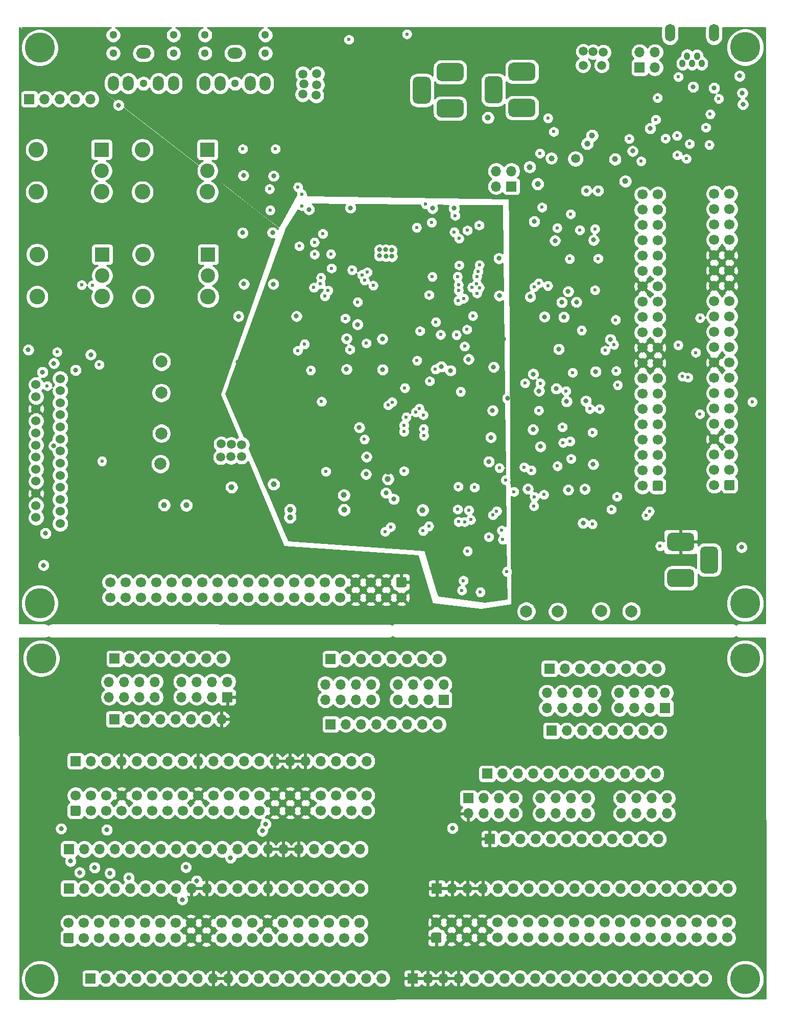
<source format=gbr>
G04 #@! TF.GenerationSoftware,KiCad,Pcbnew,5.1.7-a382d34a8~88~ubuntu20.04.1*
G04 #@! TF.CreationDate,2021-03-14T14:40:06-05:00*
G04 #@! TF.ProjectId,open-dash-daughterboard,6f70656e-2d64-4617-9368-2d6461756768,rev?*
G04 #@! TF.SameCoordinates,Original*
G04 #@! TF.FileFunction,Copper,L3,Inr*
G04 #@! TF.FilePolarity,Positive*
%FSLAX46Y46*%
G04 Gerber Fmt 4.6, Leading zero omitted, Abs format (unit mm)*
G04 Created by KiCad (PCBNEW 5.1.7-a382d34a8~88~ubuntu20.04.1) date 2021-03-14 14:40:06*
%MOMM*%
%LPD*%
G01*
G04 APERTURE LIST*
G04 #@! TA.AperFunction,ComponentPad*
%ADD10C,1.700000*%
G04 #@! TD*
G04 #@! TA.AperFunction,ComponentPad*
%ADD11C,5.000000*%
G04 #@! TD*
G04 #@! TA.AperFunction,ComponentPad*
%ADD12O,1.700000X1.700000*%
G04 #@! TD*
G04 #@! TA.AperFunction,ComponentPad*
%ADD13R,1.700000X1.700000*%
G04 #@! TD*
G04 #@! TA.AperFunction,ComponentPad*
%ADD14O,1.000000X1.300000*%
G04 #@! TD*
G04 #@! TA.AperFunction,ComponentPad*
%ADD15O,1.700000X2.900000*%
G04 #@! TD*
G04 #@! TA.AperFunction,ComponentPad*
%ADD16C,2.400000*%
G04 #@! TD*
G04 #@! TA.AperFunction,ComponentPad*
%ADD17C,2.600000*%
G04 #@! TD*
G04 #@! TA.AperFunction,ComponentPad*
%ADD18R,2.400000X2.400000*%
G04 #@! TD*
G04 #@! TA.AperFunction,ComponentPad*
%ADD19C,1.524000*%
G04 #@! TD*
G04 #@! TA.AperFunction,ComponentPad*
%ADD20O,1.800000X2.500000*%
G04 #@! TD*
G04 #@! TA.AperFunction,ComponentPad*
%ADD21C,1.300000*%
G04 #@! TD*
G04 #@! TA.AperFunction,ComponentPad*
%ADD22O,2.500000X1.800000*%
G04 #@! TD*
G04 #@! TA.AperFunction,ViaPad*
%ADD23C,2.000000*%
G04 #@! TD*
G04 #@! TA.AperFunction,ViaPad*
%ADD24C,1.000000*%
G04 #@! TD*
G04 #@! TA.AperFunction,ViaPad*
%ADD25C,0.800000*%
G04 #@! TD*
G04 #@! TA.AperFunction,ViaPad*
%ADD26C,0.600000*%
G04 #@! TD*
G04 #@! TA.AperFunction,ViaPad*
%ADD27C,1.500000*%
G04 #@! TD*
G04 #@! TA.AperFunction,Conductor*
%ADD28C,0.254000*%
G04 #@! TD*
G04 #@! TA.AperFunction,Conductor*
%ADD29C,0.100000*%
G04 #@! TD*
G04 APERTURE END LIST*
D10*
X204030000Y-72870000D03*
X204030000Y-75410000D03*
X204030000Y-77950000D03*
X204030000Y-80490000D03*
X204030000Y-83030000D03*
X204030000Y-85570000D03*
X204030000Y-88110000D03*
X204030000Y-90650000D03*
X204030000Y-93190000D03*
X204030000Y-95730000D03*
X204030000Y-98270000D03*
X204030000Y-100810000D03*
X204030000Y-103350000D03*
X204030000Y-105890000D03*
X204030000Y-108430000D03*
X204030000Y-110970000D03*
X204030000Y-113510000D03*
X204030000Y-116050000D03*
X204030000Y-118590000D03*
X204030000Y-121130000D03*
X206570000Y-72870000D03*
X206570000Y-75410000D03*
X206570000Y-77950000D03*
X206570000Y-80490000D03*
X206570000Y-83030000D03*
X206570000Y-85570000D03*
X206570000Y-88110000D03*
X206570000Y-90650000D03*
X206570000Y-93190000D03*
X206570000Y-95730000D03*
X206570000Y-98270000D03*
X206570000Y-100810000D03*
X206570000Y-103350000D03*
X206570000Y-105890000D03*
X206570000Y-108430000D03*
X206570000Y-110970000D03*
X206570000Y-113510000D03*
X206570000Y-116050000D03*
X206570000Y-118590000D03*
G04 #@! TA.AperFunction,ComponentPad*
G36*
G01*
X207420000Y-120530000D02*
X207420000Y-121730000D01*
G75*
G02*
X207170000Y-121980000I-250000J0D01*
G01*
X205970000Y-121980000D01*
G75*
G02*
X205720000Y-121730000I0J250000D01*
G01*
X205720000Y-120530000D01*
G75*
G02*
X205970000Y-120280000I250000J0D01*
G01*
X207170000Y-120280000D01*
G75*
G02*
X207420000Y-120530000I0J-250000D01*
G01*
G37*
G04 #@! TD.AperFunction*
X192125000Y-73000000D03*
X192125000Y-75540000D03*
X192125000Y-78080000D03*
X192125000Y-80620000D03*
X192125000Y-83160000D03*
X192125000Y-85700000D03*
X192125000Y-88240000D03*
X192125000Y-90780000D03*
X192125000Y-93320000D03*
X192125000Y-95860000D03*
X192125000Y-98400000D03*
X192125000Y-100940000D03*
X192125000Y-103480000D03*
X192125000Y-106020000D03*
X192125000Y-108560000D03*
X192125000Y-111100000D03*
X192125000Y-113640000D03*
X192125000Y-116180000D03*
X192125000Y-118720000D03*
X192125000Y-121260000D03*
X194665000Y-73000000D03*
X194665000Y-75540000D03*
X194665000Y-78080000D03*
X194665000Y-80620000D03*
X194665000Y-83160000D03*
X194665000Y-85700000D03*
X194665000Y-88240000D03*
X194665000Y-90780000D03*
X194665000Y-93320000D03*
X194665000Y-95860000D03*
X194665000Y-98400000D03*
X194665000Y-100940000D03*
X194665000Y-103480000D03*
X194665000Y-106020000D03*
X194665000Y-108560000D03*
X194665000Y-111100000D03*
X194665000Y-113640000D03*
X194665000Y-116180000D03*
X194665000Y-118720000D03*
G04 #@! TA.AperFunction,ComponentPad*
G36*
G01*
X195515000Y-120660000D02*
X195515000Y-121860000D01*
G75*
G02*
X195265000Y-122110000I-250000J0D01*
G01*
X194065000Y-122110000D01*
G75*
G02*
X193815000Y-121860000I0J250000D01*
G01*
X193815000Y-120660000D01*
G75*
G02*
X194065000Y-120410000I250000J0D01*
G01*
X195265000Y-120410000D01*
G75*
G02*
X195515000Y-120660000I0J-250000D01*
G01*
G37*
G04 #@! TD.AperFunction*
X146400000Y-172510000D03*
X143860000Y-172510000D03*
X141320000Y-172510000D03*
X138780000Y-172510000D03*
X136240000Y-172510000D03*
X133700000Y-172510000D03*
X131160000Y-172510000D03*
X128620000Y-172510000D03*
X126080000Y-172510000D03*
X123540000Y-172510000D03*
X121000000Y-172510000D03*
X118460000Y-172510000D03*
X115920000Y-172510000D03*
X113380000Y-172510000D03*
X110840000Y-172510000D03*
X108300000Y-172510000D03*
X105760000Y-172510000D03*
X103220000Y-172510000D03*
X100680000Y-172510000D03*
X98140000Y-172510000D03*
X146400000Y-175050000D03*
X143860000Y-175050000D03*
X141320000Y-175050000D03*
X138780000Y-175050000D03*
X136240000Y-175050000D03*
X133700000Y-175050000D03*
X131160000Y-175050000D03*
X128620000Y-175050000D03*
X126080000Y-175050000D03*
X123540000Y-175050000D03*
X121000000Y-175050000D03*
X118460000Y-175050000D03*
X115920000Y-175050000D03*
X113380000Y-175050000D03*
X110840000Y-175050000D03*
X108300000Y-175050000D03*
X105760000Y-175050000D03*
X103220000Y-175050000D03*
X100680000Y-175050000D03*
G04 #@! TA.AperFunction,ComponentPad*
G36*
G01*
X98740000Y-175900000D02*
X97540000Y-175900000D01*
G75*
G02*
X97290000Y-175650000I0J250000D01*
G01*
X97290000Y-174450000D01*
G75*
G02*
X97540000Y-174200000I250000J0D01*
G01*
X98740000Y-174200000D01*
G75*
G02*
X98990000Y-174450000I0J-250000D01*
G01*
X98990000Y-175650000D01*
G75*
G02*
X98740000Y-175900000I-250000J0D01*
G01*
G37*
G04 #@! TD.AperFunction*
X206220000Y-193560000D03*
X203680000Y-193560000D03*
X201140000Y-193560000D03*
X198600000Y-193560000D03*
X196060000Y-193560000D03*
X193520000Y-193560000D03*
X190980000Y-193560000D03*
X188440000Y-193560000D03*
X185900000Y-193560000D03*
X183360000Y-193560000D03*
X180820000Y-193560000D03*
X178280000Y-193560000D03*
X175740000Y-193560000D03*
X173200000Y-193560000D03*
X170660000Y-193560000D03*
X168120000Y-193560000D03*
X165580000Y-193560000D03*
X163040000Y-193560000D03*
X160500000Y-193560000D03*
X157960000Y-193560000D03*
X206220000Y-196100000D03*
X203680000Y-196100000D03*
X201140000Y-196100000D03*
X198600000Y-196100000D03*
X196060000Y-196100000D03*
X193520000Y-196100000D03*
X190980000Y-196100000D03*
X188440000Y-196100000D03*
X185900000Y-196100000D03*
X183360000Y-196100000D03*
X180820000Y-196100000D03*
X178280000Y-196100000D03*
X175740000Y-196100000D03*
X173200000Y-196100000D03*
X170660000Y-196100000D03*
X168120000Y-196100000D03*
X165580000Y-196100000D03*
X163040000Y-196100000D03*
X160500000Y-196100000D03*
G04 #@! TA.AperFunction,ComponentPad*
G36*
G01*
X158560000Y-196950000D02*
X157360000Y-196950000D01*
G75*
G02*
X157110000Y-196700000I0J250000D01*
G01*
X157110000Y-195500000D01*
G75*
G02*
X157360000Y-195250000I250000J0D01*
G01*
X158560000Y-195250000D01*
G75*
G02*
X158810000Y-195500000I0J-250000D01*
G01*
X158810000Y-196700000D01*
G75*
G02*
X158560000Y-196950000I-250000J0D01*
G01*
G37*
G04 #@! TD.AperFunction*
X145260000Y-193620000D03*
X142720000Y-193620000D03*
X140180000Y-193620000D03*
X137640000Y-193620000D03*
X135100000Y-193620000D03*
X132560000Y-193620000D03*
X130020000Y-193620000D03*
X127480000Y-193620000D03*
X124940000Y-193620000D03*
X122400000Y-193620000D03*
X119860000Y-193620000D03*
X117320000Y-193620000D03*
X114780000Y-193620000D03*
X112240000Y-193620000D03*
X109700000Y-193620000D03*
X107160000Y-193620000D03*
X104620000Y-193620000D03*
X102080000Y-193620000D03*
X99540000Y-193620000D03*
X97000000Y-193620000D03*
X145260000Y-196160000D03*
X142720000Y-196160000D03*
X140180000Y-196160000D03*
X137640000Y-196160000D03*
X135100000Y-196160000D03*
X132560000Y-196160000D03*
X130020000Y-196160000D03*
X127480000Y-196160000D03*
X124940000Y-196160000D03*
X122400000Y-196160000D03*
X119860000Y-196160000D03*
X117320000Y-196160000D03*
X114780000Y-196160000D03*
X112240000Y-196160000D03*
X109700000Y-196160000D03*
X107160000Y-196160000D03*
X104620000Y-196160000D03*
X102080000Y-196160000D03*
X99540000Y-196160000D03*
G04 #@! TA.AperFunction,ComponentPad*
G36*
G01*
X97600000Y-197010000D02*
X96400000Y-197010000D01*
G75*
G02*
X96150000Y-196760000I0J250000D01*
G01*
X96150000Y-195560000D01*
G75*
G02*
X96400000Y-195310000I250000J0D01*
G01*
X97600000Y-195310000D01*
G75*
G02*
X97850000Y-195560000I0J-250000D01*
G01*
X97850000Y-196760000D01*
G75*
G02*
X97600000Y-197010000I-250000J0D01*
G01*
G37*
G04 #@! TD.AperFunction*
D11*
X92260000Y-202920000D03*
X209160000Y-149820000D03*
X92460000Y-149820000D03*
X209160000Y-202920000D03*
D12*
X194740000Y-179720000D03*
X192200000Y-179720000D03*
X189660000Y-179720000D03*
X187120000Y-179720000D03*
X184580000Y-179720000D03*
X182040000Y-179720000D03*
X179500000Y-179720000D03*
X176960000Y-179720000D03*
X174420000Y-179720000D03*
X171880000Y-179720000D03*
X169340000Y-179720000D03*
D13*
X166800000Y-179720000D03*
D12*
X188600000Y-175520000D03*
X191140000Y-172980000D03*
X196220000Y-175520000D03*
X188600000Y-172980000D03*
X193680000Y-175520000D03*
X196220000Y-172980000D03*
X191140000Y-175520000D03*
X193680000Y-172980000D03*
D13*
X163250000Y-172980000D03*
D12*
X163250000Y-175520000D03*
X165790000Y-172980000D03*
X165790000Y-175520000D03*
X168330000Y-172980000D03*
X168330000Y-175520000D03*
X170870000Y-172980000D03*
X170870000Y-175520000D03*
X175250000Y-172980000D03*
X175250000Y-175520000D03*
X177790000Y-172980000D03*
X177790000Y-175520000D03*
X180330000Y-172980000D03*
X180330000Y-175520000D03*
X182870000Y-172980000D03*
X182870000Y-175520000D03*
X194340000Y-168920000D03*
X191800000Y-168920000D03*
X189260000Y-168920000D03*
X186720000Y-168920000D03*
X184180000Y-168920000D03*
X181640000Y-168920000D03*
X179100000Y-168920000D03*
X176560000Y-168920000D03*
X174020000Y-168920000D03*
X171480000Y-168920000D03*
X168940000Y-168920000D03*
D13*
X166400000Y-168920000D03*
D12*
X146420000Y-166820000D03*
X143880000Y-166820000D03*
X141340000Y-166820000D03*
X138800000Y-166820000D03*
X136260000Y-166820000D03*
X133720000Y-166820000D03*
X131180000Y-166820000D03*
X128640000Y-166820000D03*
X126100000Y-166820000D03*
X123560000Y-166820000D03*
X121020000Y-166820000D03*
X118480000Y-166820000D03*
X115940000Y-166820000D03*
X113400000Y-166820000D03*
X110860000Y-166820000D03*
X108320000Y-166820000D03*
X105780000Y-166820000D03*
X103240000Y-166820000D03*
X100700000Y-166820000D03*
D13*
X98160000Y-166820000D03*
D12*
X145320000Y-181420000D03*
X142780000Y-181420000D03*
X140240000Y-181420000D03*
X137700000Y-181420000D03*
X135160000Y-181420000D03*
X132620000Y-181420000D03*
X130080000Y-181420000D03*
X127540000Y-181420000D03*
X125000000Y-181420000D03*
X122460000Y-181420000D03*
X119920000Y-181420000D03*
X117380000Y-181420000D03*
X114840000Y-181420000D03*
X112300000Y-181420000D03*
X109760000Y-181420000D03*
X107220000Y-181420000D03*
X104680000Y-181420000D03*
X102140000Y-181420000D03*
X99600000Y-181420000D03*
D13*
X97060000Y-181420000D03*
D12*
X194520000Y-151500000D03*
X191980000Y-151500000D03*
X189440000Y-151500000D03*
X186900000Y-151500000D03*
X184360000Y-151500000D03*
X181820000Y-151500000D03*
X179280000Y-151500000D03*
D13*
X176740000Y-151500000D03*
D12*
X176290000Y-155520000D03*
X176290000Y-158060000D03*
X178830000Y-155520000D03*
X178830000Y-158060000D03*
X181370000Y-155520000D03*
X181370000Y-158060000D03*
X183910000Y-155520000D03*
X183910000Y-158060000D03*
X188290000Y-155520000D03*
X188290000Y-158060000D03*
X190830000Y-155520000D03*
X190830000Y-158060000D03*
X193370000Y-155520000D03*
X193370000Y-158060000D03*
X195910000Y-155520000D03*
D13*
X195910000Y-158060000D03*
D12*
X194820000Y-161800000D03*
X192280000Y-161800000D03*
X189740000Y-161800000D03*
X187200000Y-161800000D03*
X184660000Y-161800000D03*
X182120000Y-161800000D03*
X179580000Y-161800000D03*
D13*
X177040000Y-161800000D03*
D12*
X202280000Y-202820000D03*
X199740000Y-202820000D03*
X197200000Y-202820000D03*
X194660000Y-202820000D03*
X192120000Y-202820000D03*
X189580000Y-202820000D03*
X187040000Y-202820000D03*
X184500000Y-202820000D03*
X181960000Y-202820000D03*
X179420000Y-202820000D03*
X176880000Y-202820000D03*
X174340000Y-202820000D03*
X171800000Y-202820000D03*
X169260000Y-202820000D03*
X166720000Y-202820000D03*
X164180000Y-202820000D03*
X161640000Y-202820000D03*
X159100000Y-202820000D03*
X156560000Y-202820000D03*
D13*
X154020000Y-202820000D03*
D12*
X206320000Y-187920000D03*
X203780000Y-187920000D03*
X201240000Y-187920000D03*
X198700000Y-187920000D03*
X196160000Y-187920000D03*
X193620000Y-187920000D03*
X191080000Y-187920000D03*
X188540000Y-187920000D03*
X186000000Y-187920000D03*
X183460000Y-187920000D03*
X180920000Y-187920000D03*
X178380000Y-187920000D03*
X175840000Y-187920000D03*
X173300000Y-187920000D03*
X170760000Y-187920000D03*
X168220000Y-187920000D03*
X165680000Y-187920000D03*
X163140000Y-187920000D03*
X160600000Y-187920000D03*
D13*
X158060000Y-187920000D03*
D12*
X122400000Y-149850000D03*
X119860000Y-149850000D03*
X117320000Y-149850000D03*
X114780000Y-149850000D03*
X112240000Y-149850000D03*
X109700000Y-149850000D03*
X107160000Y-149850000D03*
D13*
X104620000Y-149850000D03*
D12*
X103700000Y-153700000D03*
X103700000Y-156240000D03*
X106240000Y-153700000D03*
X106240000Y-156240000D03*
X108780000Y-153700000D03*
X108780000Y-156240000D03*
X111320000Y-153700000D03*
X111320000Y-156240000D03*
X115700000Y-153700000D03*
X115700000Y-156240000D03*
X118240000Y-153700000D03*
X118240000Y-156240000D03*
X120780000Y-153700000D03*
X120780000Y-156240000D03*
X123320000Y-153700000D03*
D13*
X123320000Y-156240000D03*
D12*
X122350000Y-159890000D03*
X119810000Y-159890000D03*
X117270000Y-159890000D03*
X114730000Y-159890000D03*
X112190000Y-159890000D03*
X109650000Y-159890000D03*
X107110000Y-159890000D03*
D13*
X104570000Y-159890000D03*
D12*
X145320000Y-187920000D03*
X142780000Y-187920000D03*
X140240000Y-187920000D03*
X137700000Y-187920000D03*
X135160000Y-187920000D03*
X132620000Y-187920000D03*
X130080000Y-187920000D03*
X127540000Y-187920000D03*
X125000000Y-187920000D03*
X122460000Y-187920000D03*
X119920000Y-187920000D03*
X117380000Y-187920000D03*
X114840000Y-187920000D03*
X112300000Y-187920000D03*
X109760000Y-187920000D03*
X107220000Y-187920000D03*
X104680000Y-187920000D03*
X102140000Y-187920000D03*
X99600000Y-187920000D03*
D13*
X97060000Y-187920000D03*
D12*
X148920000Y-202820000D03*
X146380000Y-202820000D03*
X143840000Y-202820000D03*
X141300000Y-202820000D03*
X138760000Y-202820000D03*
X136220000Y-202820000D03*
X133680000Y-202820000D03*
X131140000Y-202820000D03*
X128600000Y-202820000D03*
X126060000Y-202820000D03*
X123520000Y-202820000D03*
X120980000Y-202820000D03*
X118440000Y-202820000D03*
X115900000Y-202820000D03*
X113360000Y-202820000D03*
X110820000Y-202820000D03*
X108280000Y-202820000D03*
X105740000Y-202820000D03*
X103200000Y-202820000D03*
D13*
X100660000Y-202820000D03*
D12*
X158210000Y-149920000D03*
X155670000Y-149920000D03*
X153130000Y-149920000D03*
X150590000Y-149920000D03*
X148050000Y-149920000D03*
X145510000Y-149920000D03*
X142970000Y-149920000D03*
D13*
X140430000Y-149920000D03*
D12*
X139570000Y-154130000D03*
X139570000Y-156670000D03*
X142110000Y-154130000D03*
X142110000Y-156670000D03*
X144650000Y-154130000D03*
X144650000Y-156670000D03*
X147190000Y-154130000D03*
X147190000Y-156670000D03*
X151570000Y-154130000D03*
X151570000Y-156670000D03*
X154110000Y-154130000D03*
X154110000Y-156670000D03*
X156650000Y-154130000D03*
X156650000Y-156670000D03*
X159190000Y-154130000D03*
D13*
X159190000Y-156670000D03*
D12*
X158210000Y-160720000D03*
X155670000Y-160720000D03*
X153130000Y-160720000D03*
X150590000Y-160720000D03*
X148050000Y-160720000D03*
X145510000Y-160720000D03*
X142970000Y-160720000D03*
D13*
X140430000Y-160720000D03*
D12*
X194200000Y-49430000D03*
X194200000Y-51970000D03*
X191660000Y-49430000D03*
D13*
X191660000Y-51970000D03*
D14*
X198757400Y-51284600D03*
X201957800Y-51284600D03*
X201170400Y-50090800D03*
X199544800Y-50065400D03*
X200357600Y-51284600D03*
D15*
X196700000Y-46230000D03*
X203989800Y-46230000D03*
G04 #@! TA.AperFunction,ComponentPad*
G36*
G01*
X170640000Y-57160000D02*
X173640000Y-57160000D01*
G75*
G02*
X174390000Y-57910000I0J-750000D01*
G01*
X174390000Y-59410000D01*
G75*
G02*
X173640000Y-60160000I-750000J0D01*
G01*
X170640000Y-60160000D01*
G75*
G02*
X169890000Y-59410000I0J750000D01*
G01*
X169890000Y-57910000D01*
G75*
G02*
X170640000Y-57160000I750000J0D01*
G01*
G37*
G04 #@! TD.AperFunction*
G04 #@! TA.AperFunction,ComponentPad*
G36*
G01*
X170640000Y-51160000D02*
X173640000Y-51160000D01*
G75*
G02*
X174390000Y-51910000I0J-750000D01*
G01*
X174390000Y-53410000D01*
G75*
G02*
X173640000Y-54160000I-750000J0D01*
G01*
X170640000Y-54160000D01*
G75*
G02*
X169890000Y-53410000I0J750000D01*
G01*
X169890000Y-51910000D01*
G75*
G02*
X170640000Y-51160000I750000J0D01*
G01*
G37*
G04 #@! TD.AperFunction*
G04 #@! TA.AperFunction,ComponentPad*
G36*
G01*
X166690000Y-53410000D02*
X168190000Y-53410000D01*
G75*
G02*
X168940000Y-54160000I0J-750000D01*
G01*
X168940000Y-57160000D01*
G75*
G02*
X168190000Y-57910000I-750000J0D01*
G01*
X166690000Y-57910000D01*
G75*
G02*
X165940000Y-57160000I0J750000D01*
G01*
X165940000Y-54160000D01*
G75*
G02*
X166690000Y-53410000I750000J0D01*
G01*
G37*
G04 #@! TD.AperFunction*
D10*
X103900000Y-139740000D03*
X106440000Y-139740000D03*
X108980000Y-139740000D03*
X111520000Y-139740000D03*
X114060000Y-139740000D03*
X116600000Y-139740000D03*
X119140000Y-139740000D03*
X121680000Y-139740000D03*
X124220000Y-139740000D03*
X126760000Y-139740000D03*
X129300000Y-139740000D03*
X131840000Y-139740000D03*
X134380000Y-139740000D03*
X136920000Y-139740000D03*
X139460000Y-139740000D03*
X142000000Y-139740000D03*
X144540000Y-139740000D03*
X147080000Y-139740000D03*
X149620000Y-139740000D03*
X152160000Y-139740000D03*
X103900000Y-137200000D03*
X106440000Y-137200000D03*
X108980000Y-137200000D03*
X111520000Y-137200000D03*
X114060000Y-137200000D03*
X116600000Y-137200000D03*
X119140000Y-137200000D03*
X121680000Y-137200000D03*
X124220000Y-137200000D03*
X126760000Y-137200000D03*
X129300000Y-137200000D03*
X131840000Y-137200000D03*
X134380000Y-137200000D03*
X136920000Y-137200000D03*
X139460000Y-137200000D03*
X142000000Y-137200000D03*
X144540000Y-137200000D03*
X147080000Y-137200000D03*
X149620000Y-137200000D03*
G04 #@! TA.AperFunction,ComponentPad*
G36*
G01*
X151560000Y-136350000D02*
X152760000Y-136350000D01*
G75*
G02*
X153010000Y-136600000I0J-250000D01*
G01*
X153010000Y-137800000D01*
G75*
G02*
X152760000Y-138050000I-250000J0D01*
G01*
X151560000Y-138050000D01*
G75*
G02*
X151310000Y-137800000I0J250000D01*
G01*
X151310000Y-136600000D01*
G75*
G02*
X151560000Y-136350000I250000J0D01*
G01*
G37*
G04 #@! TD.AperFunction*
D11*
X209160000Y-48620000D03*
X209160000Y-140720000D03*
X92200000Y-48700000D03*
X92200000Y-140700000D03*
D16*
X102475001Y-69075001D03*
D17*
X102475001Y-72575001D03*
D18*
X102475001Y-65575001D03*
D17*
X91675001Y-72575001D03*
X91675001Y-65575001D03*
D16*
X120025001Y-69075001D03*
D17*
X120025001Y-72575001D03*
D18*
X120025001Y-65575001D03*
D17*
X109225001Y-72575001D03*
X109225001Y-65575001D03*
D12*
X167870000Y-69120000D03*
X170410000Y-69120000D03*
X167870000Y-71660000D03*
D13*
X170410000Y-71660000D03*
G04 #@! TA.AperFunction,ComponentPad*
G36*
G01*
X158750000Y-57230000D02*
X161750000Y-57230000D01*
G75*
G02*
X162500000Y-57980000I0J-750000D01*
G01*
X162500000Y-59480000D01*
G75*
G02*
X161750000Y-60230000I-750000J0D01*
G01*
X158750000Y-60230000D01*
G75*
G02*
X158000000Y-59480000I0J750000D01*
G01*
X158000000Y-57980000D01*
G75*
G02*
X158750000Y-57230000I750000J0D01*
G01*
G37*
G04 #@! TD.AperFunction*
G04 #@! TA.AperFunction,ComponentPad*
G36*
G01*
X158750000Y-51230000D02*
X161750000Y-51230000D01*
G75*
G02*
X162500000Y-51980000I0J-750000D01*
G01*
X162500000Y-53480000D01*
G75*
G02*
X161750000Y-54230000I-750000J0D01*
G01*
X158750000Y-54230000D01*
G75*
G02*
X158000000Y-53480000I0J750000D01*
G01*
X158000000Y-51980000D01*
G75*
G02*
X158750000Y-51230000I750000J0D01*
G01*
G37*
G04 #@! TD.AperFunction*
G04 #@! TA.AperFunction,ComponentPad*
G36*
G01*
X154800000Y-53480000D02*
X156300000Y-53480000D01*
G75*
G02*
X157050000Y-54230000I0J-750000D01*
G01*
X157050000Y-57230000D01*
G75*
G02*
X156300000Y-57980000I-750000J0D01*
G01*
X154800000Y-57980000D01*
G75*
G02*
X154050000Y-57230000I0J750000D01*
G01*
X154050000Y-54230000D01*
G75*
G02*
X154800000Y-53480000I750000J0D01*
G01*
G37*
G04 #@! TD.AperFunction*
G04 #@! TA.AperFunction,ComponentPad*
G36*
G01*
X199985000Y-132020000D02*
X196985000Y-132020000D01*
G75*
G02*
X196235000Y-131270000I0J750000D01*
G01*
X196235000Y-129770000D01*
G75*
G02*
X196985000Y-129020000I750000J0D01*
G01*
X199985000Y-129020000D01*
G75*
G02*
X200735000Y-129770000I0J-750000D01*
G01*
X200735000Y-131270000D01*
G75*
G02*
X199985000Y-132020000I-750000J0D01*
G01*
G37*
G04 #@! TD.AperFunction*
G04 #@! TA.AperFunction,ComponentPad*
G36*
G01*
X199985000Y-138020000D02*
X196985000Y-138020000D01*
G75*
G02*
X196235000Y-137270000I0J750000D01*
G01*
X196235000Y-135770000D01*
G75*
G02*
X196985000Y-135020000I750000J0D01*
G01*
X199985000Y-135020000D01*
G75*
G02*
X200735000Y-135770000I0J-750000D01*
G01*
X200735000Y-137270000D01*
G75*
G02*
X199985000Y-138020000I-750000J0D01*
G01*
G37*
G04 #@! TD.AperFunction*
G04 #@! TA.AperFunction,ComponentPad*
G36*
G01*
X203935000Y-135770000D02*
X202435000Y-135770000D01*
G75*
G02*
X201685000Y-135020000I0J750000D01*
G01*
X201685000Y-132020000D01*
G75*
G02*
X202435000Y-131270000I750000J0D01*
G01*
X203935000Y-131270000D01*
G75*
G02*
X204685000Y-132020000I0J-750000D01*
G01*
X204685000Y-135020000D01*
G75*
G02*
X203935000Y-135770000I-750000J0D01*
G01*
G37*
G04 #@! TD.AperFunction*
D19*
X91599500Y-120489600D03*
X91599500Y-118495700D03*
X91599500Y-110494700D03*
X91599500Y-124490100D03*
X91599500Y-114495200D03*
X91599500Y-122496200D03*
X91599500Y-112488600D03*
X91599500Y-116489100D03*
X91599500Y-104487600D03*
X91599500Y-126496700D03*
X91599500Y-106494200D03*
X91599500Y-108488100D03*
X95600000Y-109491400D03*
X95600000Y-107497500D03*
X95600000Y-103497000D03*
X95600000Y-105490900D03*
X95600000Y-111498000D03*
X95600000Y-117492400D03*
X95600000Y-115498500D03*
X95600000Y-113491900D03*
X95600000Y-119499000D03*
X95600000Y-121492900D03*
X95600000Y-123499500D03*
X95600000Y-125493400D03*
X95600000Y-127500000D03*
D13*
X90500000Y-57200000D03*
D12*
X93040000Y-57200000D03*
X95580000Y-57200000D03*
X98120000Y-57200000D03*
X100660000Y-57200000D03*
D20*
X127101900Y-54600000D03*
X122098100Y-54600000D03*
X119596200Y-54600000D03*
X129603800Y-54600000D03*
D21*
X124600000Y-54600000D03*
D22*
X124600000Y-49596200D03*
D21*
X129603800Y-49596200D03*
X119596200Y-49596200D03*
X119596200Y-46586300D03*
X129603800Y-46586300D03*
D20*
X111901900Y-54600000D03*
X106898100Y-54600000D03*
X104396200Y-54600000D03*
X114403800Y-54600000D03*
D21*
X109400000Y-54600000D03*
D22*
X109400000Y-49596200D03*
D21*
X114403800Y-49596200D03*
X104396200Y-49596200D03*
X104396200Y-46586300D03*
X114403800Y-46586300D03*
D16*
X102575001Y-86425001D03*
D17*
X102575001Y-89925001D03*
D18*
X102575001Y-82925001D03*
D17*
X91775001Y-89925001D03*
X91775001Y-82925001D03*
D16*
X120125001Y-86425001D03*
D17*
X120125001Y-89925001D03*
D18*
X120125001Y-82925001D03*
D17*
X109325001Y-89925001D03*
X109325001Y-82925001D03*
D23*
X178020000Y-133990000D03*
X173020000Y-133990000D03*
X185310000Y-134020000D03*
X190290000Y-133950000D03*
X104270000Y-112530000D03*
X104290000Y-117560000D03*
D24*
X115000000Y-120630000D03*
D25*
X121540000Y-105920000D03*
X120640000Y-105910000D03*
D23*
X104320000Y-100730000D03*
X104380000Y-105830000D03*
D24*
X150000000Y-61530000D03*
X143090000Y-55930000D03*
D25*
X181130000Y-92100000D03*
X184270000Y-92090000D03*
X187990000Y-106050000D03*
X175440000Y-120470000D03*
X184830000Y-120500000D03*
X187940000Y-120540000D03*
X206740000Y-135560000D03*
D24*
X122340000Y-121610000D03*
X120630000Y-121720000D03*
D26*
X168720000Y-73390000D03*
X187050000Y-126460000D03*
D25*
X184915879Y-105983783D03*
X186770000Y-99860000D03*
X177490000Y-101740000D03*
X172600000Y-106780000D03*
X169790000Y-106760000D03*
D26*
X175680000Y-109550000D03*
D25*
X178090000Y-120210000D03*
D26*
X170790000Y-115540000D03*
X187250000Y-111590000D03*
X187520000Y-117690000D03*
X183600000Y-87760000D03*
X171075994Y-126223462D03*
D25*
X184180000Y-97494979D03*
D24*
X166180000Y-62250000D03*
X166140000Y-63490000D03*
D23*
X172860000Y-142030000D03*
X178060000Y-142080000D03*
X185260000Y-141990000D03*
X190280000Y-142010000D03*
X112380000Y-112560000D03*
X112210000Y-117600000D03*
D24*
X142680000Y-125220000D03*
X142630000Y-122780000D03*
X149935596Y-120108283D03*
D26*
X156720000Y-127910000D03*
X155770000Y-128700000D03*
X149460000Y-128830000D03*
D25*
X125150000Y-93160000D03*
X134780000Y-93150000D03*
D23*
X112400000Y-100670000D03*
X112350000Y-105840000D03*
D27*
X182330000Y-49290000D03*
X183930000Y-49370000D03*
X185640000Y-49440000D03*
X182290000Y-51600000D03*
X185380000Y-51600000D03*
X135830000Y-53050000D03*
X135980000Y-54670000D03*
X135810000Y-56410000D03*
X138160000Y-52990000D03*
X138160000Y-54810000D03*
X138050000Y-56560000D03*
D25*
X143730000Y-75220000D03*
X136840000Y-75470000D03*
X130820000Y-79300000D03*
X125830000Y-79340000D03*
X125990000Y-69840000D03*
X130990000Y-69920000D03*
X126050000Y-87820000D03*
X130950000Y-87830000D03*
X93160000Y-129110000D03*
X92850000Y-134400000D03*
X173150000Y-121750000D03*
X179090000Y-93300000D03*
X175880000Y-93250000D03*
D27*
X123970000Y-114390000D03*
X125700000Y-114420000D03*
X122290000Y-114320000D03*
X122210000Y-116490000D03*
X123930000Y-116430000D03*
X125650000Y-116400000D03*
D26*
X139650000Y-118870000D03*
D25*
X149010000Y-96910000D03*
X149070000Y-102000000D03*
X143070000Y-101940000D03*
X143080000Y-96860000D03*
X144880000Y-94520000D03*
X160900000Y-75260000D03*
X157320000Y-75280000D03*
X174990000Y-105520000D03*
X168400000Y-89750000D03*
X168330000Y-83570000D03*
X174190000Y-77460000D03*
X174010000Y-102740000D03*
X184040000Y-80530000D03*
X182810000Y-72360000D03*
X184760000Y-72360000D03*
X200530000Y-55180000D03*
X208230000Y-53360000D03*
X208690000Y-56190000D03*
X208790000Y-58060000D03*
X177630000Y-80640000D03*
D26*
X138930000Y-107290000D03*
D25*
X208550000Y-131420000D03*
X167450000Y-101570000D03*
X163300000Y-100270000D03*
D26*
X150380000Y-128045010D03*
D25*
X98150000Y-102070000D03*
X94560000Y-100960000D03*
X90325010Y-98721398D03*
D24*
X130988371Y-120974436D03*
X112840000Y-124420000D03*
X116520000Y-124450000D03*
X124010000Y-121470000D03*
D26*
X102540000Y-117160000D03*
X202640000Y-61900000D03*
X203210000Y-64770000D03*
D27*
X181040000Y-67060000D03*
D26*
X194630000Y-56990000D03*
D25*
X204003315Y-55361333D03*
D26*
X180230000Y-76230000D03*
X180070000Y-83660000D03*
D25*
X173526294Y-89925010D03*
D26*
X157810000Y-101940000D03*
D25*
X182750000Y-107190000D03*
X183960000Y-117680000D03*
X184355837Y-102319990D03*
X182570000Y-121760000D03*
X179835033Y-121915033D03*
D26*
X174130000Y-124590000D03*
D25*
X179811878Y-89052802D03*
D26*
X143470000Y-47340000D03*
X153080000Y-46430000D03*
D25*
X182293283Y-127419991D03*
D26*
X156855010Y-103899352D03*
D25*
X167283631Y-108764979D03*
D26*
X183838787Y-112389975D03*
D25*
X166985161Y-113224839D03*
X175230000Y-114745010D03*
X177838879Y-105155837D03*
X173990000Y-111924957D03*
X145194990Y-111590000D03*
D26*
X189920000Y-63770000D03*
D25*
X178247721Y-98604979D03*
X179553439Y-107265010D03*
D26*
X157890000Y-94110000D03*
D24*
X182970000Y-64580000D03*
X183790000Y-63220000D03*
D25*
X149580000Y-82140000D03*
X149600000Y-83210000D03*
X150570000Y-82230000D03*
X150600000Y-83240000D03*
X148560000Y-82140000D03*
X148540000Y-83130000D03*
D26*
X175134979Y-66180000D03*
D24*
X177035010Y-67000000D03*
X133710000Y-126440000D03*
X133730000Y-125210000D03*
D26*
X162440000Y-136930000D03*
D24*
X155690691Y-125254990D03*
D25*
X166670000Y-117234948D03*
D26*
X164290000Y-121510000D03*
X169654968Y-135440000D03*
X166656709Y-129708482D03*
X162650000Y-127200000D03*
X170845055Y-122200000D03*
X161590000Y-121360000D03*
X203360000Y-59680000D03*
X204780000Y-57120000D03*
X181739999Y-78879999D03*
X184780000Y-83600000D03*
X140020000Y-88900000D03*
D25*
X190510000Y-65800000D03*
X193400000Y-62060000D03*
D24*
X173430000Y-68440000D03*
X150000000Y-118910000D03*
X155940000Y-121440000D03*
D26*
X146920000Y-130720000D03*
X153220000Y-130760000D03*
D25*
X134780000Y-100770000D03*
X125070000Y-100730000D03*
X135480000Y-79440000D03*
X135730000Y-87740000D03*
X165990000Y-97430000D03*
X167450000Y-98470000D03*
X169110000Y-96890000D03*
X166360000Y-103200000D03*
X143770000Y-76490000D03*
X137030000Y-77460000D03*
D26*
X137870000Y-102960000D03*
X157937191Y-97104052D03*
X156735010Y-99050000D03*
X135030000Y-71760000D03*
X167500000Y-76480000D03*
X176470000Y-60350000D03*
D24*
X136010000Y-126290000D03*
X135990000Y-123680000D03*
X136000000Y-124950000D03*
D26*
X166820883Y-122999729D03*
X161230000Y-135140000D03*
X164387949Y-137051450D03*
X167553637Y-120457195D03*
X165795799Y-131863772D03*
X162720000Y-131110000D03*
X168502334Y-138884990D03*
X169490000Y-136960000D03*
X165430000Y-121440000D03*
X163010011Y-121408614D03*
D24*
X166500000Y-60270000D03*
X174754979Y-71250000D03*
X187580000Y-67150000D03*
X189290000Y-70800000D03*
D26*
X95100000Y-99070000D03*
D25*
X94565021Y-114613138D03*
X186820000Y-97000000D03*
D26*
X199700000Y-103290000D03*
X184250000Y-78700000D03*
X168800000Y-128620000D03*
X167970215Y-125425886D03*
X210340000Y-107340000D03*
X168980000Y-130150000D03*
X167336631Y-126079471D03*
X174940000Y-108760000D03*
X200970000Y-99170000D03*
X201661726Y-109331519D03*
X138840000Y-86750000D03*
X147490000Y-88060000D03*
X157290000Y-86610000D03*
X164900000Y-85730000D03*
X177990000Y-78530000D03*
X191910000Y-67480000D03*
X180120000Y-113850000D03*
X198760000Y-103140000D03*
X185950000Y-98810000D03*
X161980000Y-105650000D03*
X152730000Y-105030000D03*
X192764454Y-126135237D03*
X163130000Y-132050000D03*
X183830000Y-127580000D03*
X195060000Y-131210000D03*
X193299025Y-125462613D03*
D25*
X150898544Y-123446776D03*
X149603074Y-122413262D03*
D26*
X161630000Y-127190000D03*
X161490000Y-125140000D03*
D25*
X160320000Y-102150000D03*
X158770000Y-101510000D03*
D26*
X163100000Y-78930000D03*
X161720000Y-80270000D03*
X160930000Y-79220000D03*
X165053467Y-78087476D03*
X162190000Y-138560000D03*
X165250000Y-138830000D03*
X143980000Y-85490000D03*
X145630000Y-86300000D03*
X165100000Y-88420000D03*
X174920000Y-87680000D03*
X184250000Y-88830000D03*
X156754990Y-89616140D03*
X137760000Y-80900000D03*
X139140000Y-79490000D03*
X157180000Y-77620000D03*
X161080000Y-76480000D03*
X199410000Y-67070000D03*
X197910000Y-66470000D03*
X194350000Y-60590000D03*
X195940000Y-63710000D03*
X199950000Y-64610000D03*
X197860000Y-63260000D03*
X136120000Y-97770000D03*
X137660000Y-88410000D03*
X137770000Y-82910000D03*
X140460000Y-82850000D03*
X142860000Y-93510000D03*
X144930000Y-90800000D03*
X154700000Y-78460000D03*
X156190000Y-74590000D03*
X130310000Y-72070000D03*
X130410000Y-75590000D03*
X135230000Y-81550000D03*
X146053529Y-87185010D03*
X161730000Y-84700000D03*
X165110000Y-84660000D03*
X175480000Y-75120000D03*
X177420000Y-62590000D03*
X93447326Y-104675043D03*
X102080000Y-101180000D03*
X140585010Y-85211599D03*
X146501925Y-85854990D03*
X99160000Y-87970000D03*
X100980000Y-88000000D03*
X173710000Y-118670000D03*
X178030000Y-117960000D03*
X180290000Y-116750000D03*
X169426544Y-120280067D03*
X172520000Y-118140000D03*
X168413204Y-118274979D03*
X152594957Y-112243615D03*
X155885021Y-112918118D03*
X155800705Y-109509148D03*
X152968561Y-109882696D03*
X178970000Y-114100000D03*
X178860000Y-111520000D03*
X179470000Y-105540000D03*
X180540000Y-102490000D03*
X162490000Y-90200000D03*
X176440000Y-88110000D03*
X164690000Y-89355010D03*
X174180000Y-88305010D03*
X158660000Y-96200000D03*
X161290000Y-96240000D03*
X155860600Y-111829385D03*
X152594957Y-111211879D03*
X161594990Y-90570000D03*
X164012062Y-93093668D03*
X161640000Y-88860000D03*
X163888913Y-88367189D03*
X161630000Y-87930000D03*
X164653239Y-87756356D03*
D25*
X146310000Y-119300000D03*
X146389165Y-116425010D03*
D26*
X161480000Y-86590000D03*
X164690872Y-86570000D03*
X154760000Y-100490000D03*
X162640000Y-98140000D03*
X187390000Y-97860000D03*
X198050000Y-97940000D03*
X143640000Y-98660000D03*
X146350000Y-97630000D03*
X155250000Y-95600000D03*
X182040000Y-95480000D03*
X187690000Y-93750000D03*
X201670000Y-93440000D03*
X163030000Y-95350000D03*
X125870000Y-65460000D03*
X131290000Y-65450000D03*
X139480000Y-89810000D03*
X135655010Y-74880000D03*
X135655010Y-72963380D03*
X138751524Y-87816714D03*
X146040000Y-113540000D03*
X137140000Y-102100000D03*
X134980000Y-98840000D03*
X163660000Y-126850000D03*
X152600000Y-118780000D03*
X163350000Y-125290000D03*
X198080000Y-53510000D03*
X186970000Y-125150000D03*
X187920000Y-123030000D03*
X174220000Y-123090000D03*
X175780000Y-122700000D03*
X187770000Y-102200000D03*
X188030713Y-104564990D03*
X185020000Y-108490000D03*
X183390000Y-108480000D03*
X172650000Y-104220000D03*
X175180000Y-104250000D03*
D25*
X181180000Y-90820000D03*
X178750000Y-90830000D03*
X129120000Y-178400000D03*
X103350000Y-178210000D03*
X129640000Y-177239990D03*
X160640000Y-177930000D03*
X123841888Y-182855475D03*
X95760000Y-178020000D03*
X98820000Y-185280000D03*
X103860000Y-185380000D03*
X116437084Y-184409017D03*
X101310000Y-184460000D03*
X115840000Y-189770000D03*
X97300000Y-183410000D03*
X106970000Y-186160021D03*
X118211376Y-186647200D03*
X100667510Y-99524043D03*
X92665010Y-102408823D03*
D26*
X154550000Y-109030000D03*
X149990000Y-107880000D03*
X155131379Y-108440345D03*
X150616807Y-107382877D03*
D25*
X105270000Y-58200000D03*
D28*
X207763637Y-146313200D02*
X207886980Y-146379128D01*
X208020816Y-146419727D01*
X208125123Y-146430000D01*
X208160000Y-146433435D01*
X208194877Y-146430000D01*
X212451276Y-146430000D01*
X212558723Y-206180171D01*
X88968724Y-206209831D01*
X88962253Y-202611229D01*
X89125000Y-202611229D01*
X89125000Y-203228771D01*
X89245476Y-203834446D01*
X89481799Y-204404979D01*
X89824886Y-204918446D01*
X90261554Y-205355114D01*
X90775021Y-205698201D01*
X91345554Y-205934524D01*
X91951229Y-206055000D01*
X92568771Y-206055000D01*
X93174446Y-205934524D01*
X93744979Y-205698201D01*
X94258446Y-205355114D01*
X94695114Y-204918446D01*
X95038201Y-204404979D01*
X95274524Y-203834446D01*
X95395000Y-203228771D01*
X95395000Y-202611229D01*
X95274524Y-202005554D01*
X95259798Y-201970000D01*
X99171928Y-201970000D01*
X99171928Y-203670000D01*
X99184188Y-203794482D01*
X99220498Y-203914180D01*
X99279463Y-204024494D01*
X99358815Y-204121185D01*
X99455506Y-204200537D01*
X99565820Y-204259502D01*
X99685518Y-204295812D01*
X99810000Y-204308072D01*
X101510000Y-204308072D01*
X101634482Y-204295812D01*
X101754180Y-204259502D01*
X101864494Y-204200537D01*
X101961185Y-204121185D01*
X102040537Y-204024494D01*
X102099502Y-203914180D01*
X102121513Y-203841620D01*
X102253368Y-203973475D01*
X102496589Y-204135990D01*
X102766842Y-204247932D01*
X103053740Y-204305000D01*
X103346260Y-204305000D01*
X103633158Y-204247932D01*
X103903411Y-204135990D01*
X104146632Y-203973475D01*
X104353475Y-203766632D01*
X104470000Y-203592240D01*
X104586525Y-203766632D01*
X104793368Y-203973475D01*
X105036589Y-204135990D01*
X105306842Y-204247932D01*
X105593740Y-204305000D01*
X105886260Y-204305000D01*
X106173158Y-204247932D01*
X106443411Y-204135990D01*
X106686632Y-203973475D01*
X106893475Y-203766632D01*
X107010000Y-203592240D01*
X107126525Y-203766632D01*
X107333368Y-203973475D01*
X107576589Y-204135990D01*
X107846842Y-204247932D01*
X108133740Y-204305000D01*
X108426260Y-204305000D01*
X108713158Y-204247932D01*
X108983411Y-204135990D01*
X109226632Y-203973475D01*
X109433475Y-203766632D01*
X109550000Y-203592240D01*
X109666525Y-203766632D01*
X109873368Y-203973475D01*
X110116589Y-204135990D01*
X110386842Y-204247932D01*
X110673740Y-204305000D01*
X110966260Y-204305000D01*
X111253158Y-204247932D01*
X111523411Y-204135990D01*
X111766632Y-203973475D01*
X111973475Y-203766632D01*
X112090000Y-203592240D01*
X112206525Y-203766632D01*
X112413368Y-203973475D01*
X112656589Y-204135990D01*
X112926842Y-204247932D01*
X113213740Y-204305000D01*
X113506260Y-204305000D01*
X113793158Y-204247932D01*
X114063411Y-204135990D01*
X114306632Y-203973475D01*
X114513475Y-203766632D01*
X114630000Y-203592240D01*
X114746525Y-203766632D01*
X114953368Y-203973475D01*
X115196589Y-204135990D01*
X115466842Y-204247932D01*
X115753740Y-204305000D01*
X116046260Y-204305000D01*
X116333158Y-204247932D01*
X116603411Y-204135990D01*
X116846632Y-203973475D01*
X117053475Y-203766632D01*
X117170000Y-203592240D01*
X117286525Y-203766632D01*
X117493368Y-203973475D01*
X117736589Y-204135990D01*
X118006842Y-204247932D01*
X118293740Y-204305000D01*
X118586260Y-204305000D01*
X118873158Y-204247932D01*
X119143411Y-204135990D01*
X119386632Y-203973475D01*
X119593475Y-203766632D01*
X119715195Y-203584466D01*
X119784822Y-203701355D01*
X119979731Y-203917588D01*
X120213080Y-204091641D01*
X120475901Y-204216825D01*
X120623110Y-204261476D01*
X120853000Y-204140155D01*
X120853000Y-202947000D01*
X121107000Y-202947000D01*
X121107000Y-204140155D01*
X121336890Y-204261476D01*
X121484099Y-204216825D01*
X121746920Y-204091641D01*
X121980269Y-203917588D01*
X122175178Y-203701355D01*
X122250000Y-203575745D01*
X122324822Y-203701355D01*
X122519731Y-203917588D01*
X122753080Y-204091641D01*
X123015901Y-204216825D01*
X123163110Y-204261476D01*
X123393000Y-204140155D01*
X123393000Y-202947000D01*
X121107000Y-202947000D01*
X120853000Y-202947000D01*
X120833000Y-202947000D01*
X120833000Y-202693000D01*
X120853000Y-202693000D01*
X120853000Y-201499845D01*
X121107000Y-201499845D01*
X121107000Y-202693000D01*
X123393000Y-202693000D01*
X123393000Y-201499845D01*
X123647000Y-201499845D01*
X123647000Y-202693000D01*
X123667000Y-202693000D01*
X123667000Y-202947000D01*
X123647000Y-202947000D01*
X123647000Y-204140155D01*
X123876890Y-204261476D01*
X124024099Y-204216825D01*
X124286920Y-204091641D01*
X124520269Y-203917588D01*
X124715178Y-203701355D01*
X124784805Y-203584466D01*
X124906525Y-203766632D01*
X125113368Y-203973475D01*
X125356589Y-204135990D01*
X125626842Y-204247932D01*
X125913740Y-204305000D01*
X126206260Y-204305000D01*
X126493158Y-204247932D01*
X126763411Y-204135990D01*
X127006632Y-203973475D01*
X127213475Y-203766632D01*
X127330000Y-203592240D01*
X127446525Y-203766632D01*
X127653368Y-203973475D01*
X127896589Y-204135990D01*
X128166842Y-204247932D01*
X128453740Y-204305000D01*
X128746260Y-204305000D01*
X129033158Y-204247932D01*
X129303411Y-204135990D01*
X129546632Y-203973475D01*
X129753475Y-203766632D01*
X129870000Y-203592240D01*
X129986525Y-203766632D01*
X130193368Y-203973475D01*
X130436589Y-204135990D01*
X130706842Y-204247932D01*
X130993740Y-204305000D01*
X131286260Y-204305000D01*
X131573158Y-204247932D01*
X131843411Y-204135990D01*
X132086632Y-203973475D01*
X132293475Y-203766632D01*
X132410000Y-203592240D01*
X132526525Y-203766632D01*
X132733368Y-203973475D01*
X132976589Y-204135990D01*
X133246842Y-204247932D01*
X133533740Y-204305000D01*
X133826260Y-204305000D01*
X134113158Y-204247932D01*
X134383411Y-204135990D01*
X134626632Y-203973475D01*
X134833475Y-203766632D01*
X134950000Y-203592240D01*
X135066525Y-203766632D01*
X135273368Y-203973475D01*
X135516589Y-204135990D01*
X135786842Y-204247932D01*
X136073740Y-204305000D01*
X136366260Y-204305000D01*
X136653158Y-204247932D01*
X136923411Y-204135990D01*
X137166632Y-203973475D01*
X137373475Y-203766632D01*
X137490000Y-203592240D01*
X137606525Y-203766632D01*
X137813368Y-203973475D01*
X138056589Y-204135990D01*
X138326842Y-204247932D01*
X138613740Y-204305000D01*
X138906260Y-204305000D01*
X139193158Y-204247932D01*
X139463411Y-204135990D01*
X139706632Y-203973475D01*
X139913475Y-203766632D01*
X140030000Y-203592240D01*
X140146525Y-203766632D01*
X140353368Y-203973475D01*
X140596589Y-204135990D01*
X140866842Y-204247932D01*
X141153740Y-204305000D01*
X141446260Y-204305000D01*
X141733158Y-204247932D01*
X142003411Y-204135990D01*
X142246632Y-203973475D01*
X142453475Y-203766632D01*
X142570000Y-203592240D01*
X142686525Y-203766632D01*
X142893368Y-203973475D01*
X143136589Y-204135990D01*
X143406842Y-204247932D01*
X143693740Y-204305000D01*
X143986260Y-204305000D01*
X144273158Y-204247932D01*
X144543411Y-204135990D01*
X144786632Y-203973475D01*
X144993475Y-203766632D01*
X145110000Y-203592240D01*
X145226525Y-203766632D01*
X145433368Y-203973475D01*
X145676589Y-204135990D01*
X145946842Y-204247932D01*
X146233740Y-204305000D01*
X146526260Y-204305000D01*
X146813158Y-204247932D01*
X147083411Y-204135990D01*
X147326632Y-203973475D01*
X147533475Y-203766632D01*
X147650000Y-203592240D01*
X147766525Y-203766632D01*
X147973368Y-203973475D01*
X148216589Y-204135990D01*
X148486842Y-204247932D01*
X148773740Y-204305000D01*
X149066260Y-204305000D01*
X149353158Y-204247932D01*
X149623411Y-204135990D01*
X149866632Y-203973475D01*
X150073475Y-203766632D01*
X150138042Y-203670000D01*
X152531928Y-203670000D01*
X152544188Y-203794482D01*
X152580498Y-203914180D01*
X152639463Y-204024494D01*
X152718815Y-204121185D01*
X152815506Y-204200537D01*
X152925820Y-204259502D01*
X153045518Y-204295812D01*
X153170000Y-204308072D01*
X153734250Y-204305000D01*
X153893000Y-204146250D01*
X153893000Y-202947000D01*
X154147000Y-202947000D01*
X154147000Y-204146250D01*
X154305750Y-204305000D01*
X154870000Y-204308072D01*
X154994482Y-204295812D01*
X155114180Y-204259502D01*
X155224494Y-204200537D01*
X155321185Y-204121185D01*
X155400537Y-204024494D01*
X155459502Y-203914180D01*
X155483966Y-203833534D01*
X155559731Y-203917588D01*
X155793080Y-204091641D01*
X156055901Y-204216825D01*
X156203110Y-204261476D01*
X156433000Y-204140155D01*
X156433000Y-202947000D01*
X156687000Y-202947000D01*
X156687000Y-204140155D01*
X156916890Y-204261476D01*
X157064099Y-204216825D01*
X157326920Y-204091641D01*
X157560269Y-203917588D01*
X157755178Y-203701355D01*
X157830000Y-203575745D01*
X157904822Y-203701355D01*
X158099731Y-203917588D01*
X158333080Y-204091641D01*
X158595901Y-204216825D01*
X158743110Y-204261476D01*
X158973000Y-204140155D01*
X158973000Y-202947000D01*
X159227000Y-202947000D01*
X159227000Y-204140155D01*
X159456890Y-204261476D01*
X159604099Y-204216825D01*
X159866920Y-204091641D01*
X160100269Y-203917588D01*
X160295178Y-203701355D01*
X160370000Y-203575745D01*
X160444822Y-203701355D01*
X160639731Y-203917588D01*
X160873080Y-204091641D01*
X161135901Y-204216825D01*
X161283110Y-204261476D01*
X161513000Y-204140155D01*
X161513000Y-202947000D01*
X159227000Y-202947000D01*
X158973000Y-202947000D01*
X156687000Y-202947000D01*
X156433000Y-202947000D01*
X154147000Y-202947000D01*
X153893000Y-202947000D01*
X152693750Y-202947000D01*
X152535000Y-203105750D01*
X152531928Y-203670000D01*
X150138042Y-203670000D01*
X150235990Y-203523411D01*
X150347932Y-203253158D01*
X150405000Y-202966260D01*
X150405000Y-202673740D01*
X150347932Y-202386842D01*
X150235990Y-202116589D01*
X150138043Y-201970000D01*
X152531928Y-201970000D01*
X152535000Y-202534250D01*
X152693750Y-202693000D01*
X153893000Y-202693000D01*
X153893000Y-201493750D01*
X154147000Y-201493750D01*
X154147000Y-202693000D01*
X156433000Y-202693000D01*
X156433000Y-201499845D01*
X156687000Y-201499845D01*
X156687000Y-202693000D01*
X158973000Y-202693000D01*
X158973000Y-201499845D01*
X159227000Y-201499845D01*
X159227000Y-202693000D01*
X161513000Y-202693000D01*
X161513000Y-201499845D01*
X161767000Y-201499845D01*
X161767000Y-202693000D01*
X161787000Y-202693000D01*
X161787000Y-202947000D01*
X161767000Y-202947000D01*
X161767000Y-204140155D01*
X161996890Y-204261476D01*
X162144099Y-204216825D01*
X162406920Y-204091641D01*
X162640269Y-203917588D01*
X162835178Y-203701355D01*
X162904805Y-203584466D01*
X163026525Y-203766632D01*
X163233368Y-203973475D01*
X163476589Y-204135990D01*
X163746842Y-204247932D01*
X164033740Y-204305000D01*
X164326260Y-204305000D01*
X164613158Y-204247932D01*
X164883411Y-204135990D01*
X165126632Y-203973475D01*
X165333475Y-203766632D01*
X165450000Y-203592240D01*
X165566525Y-203766632D01*
X165773368Y-203973475D01*
X166016589Y-204135990D01*
X166286842Y-204247932D01*
X166573740Y-204305000D01*
X166866260Y-204305000D01*
X167153158Y-204247932D01*
X167423411Y-204135990D01*
X167666632Y-203973475D01*
X167873475Y-203766632D01*
X167990000Y-203592240D01*
X168106525Y-203766632D01*
X168313368Y-203973475D01*
X168556589Y-204135990D01*
X168826842Y-204247932D01*
X169113740Y-204305000D01*
X169406260Y-204305000D01*
X169693158Y-204247932D01*
X169963411Y-204135990D01*
X170206632Y-203973475D01*
X170413475Y-203766632D01*
X170530000Y-203592240D01*
X170646525Y-203766632D01*
X170853368Y-203973475D01*
X171096589Y-204135990D01*
X171366842Y-204247932D01*
X171653740Y-204305000D01*
X171946260Y-204305000D01*
X172233158Y-204247932D01*
X172503411Y-204135990D01*
X172746632Y-203973475D01*
X172953475Y-203766632D01*
X173070000Y-203592240D01*
X173186525Y-203766632D01*
X173393368Y-203973475D01*
X173636589Y-204135990D01*
X173906842Y-204247932D01*
X174193740Y-204305000D01*
X174486260Y-204305000D01*
X174773158Y-204247932D01*
X175043411Y-204135990D01*
X175286632Y-203973475D01*
X175493475Y-203766632D01*
X175610000Y-203592240D01*
X175726525Y-203766632D01*
X175933368Y-203973475D01*
X176176589Y-204135990D01*
X176446842Y-204247932D01*
X176733740Y-204305000D01*
X177026260Y-204305000D01*
X177313158Y-204247932D01*
X177583411Y-204135990D01*
X177826632Y-203973475D01*
X178033475Y-203766632D01*
X178150000Y-203592240D01*
X178266525Y-203766632D01*
X178473368Y-203973475D01*
X178716589Y-204135990D01*
X178986842Y-204247932D01*
X179273740Y-204305000D01*
X179566260Y-204305000D01*
X179853158Y-204247932D01*
X180123411Y-204135990D01*
X180366632Y-203973475D01*
X180573475Y-203766632D01*
X180690000Y-203592240D01*
X180806525Y-203766632D01*
X181013368Y-203973475D01*
X181256589Y-204135990D01*
X181526842Y-204247932D01*
X181813740Y-204305000D01*
X182106260Y-204305000D01*
X182393158Y-204247932D01*
X182663411Y-204135990D01*
X182906632Y-203973475D01*
X183113475Y-203766632D01*
X183230000Y-203592240D01*
X183346525Y-203766632D01*
X183553368Y-203973475D01*
X183796589Y-204135990D01*
X184066842Y-204247932D01*
X184353740Y-204305000D01*
X184646260Y-204305000D01*
X184933158Y-204247932D01*
X185203411Y-204135990D01*
X185446632Y-203973475D01*
X185653475Y-203766632D01*
X185770000Y-203592240D01*
X185886525Y-203766632D01*
X186093368Y-203973475D01*
X186336589Y-204135990D01*
X186606842Y-204247932D01*
X186893740Y-204305000D01*
X187186260Y-204305000D01*
X187473158Y-204247932D01*
X187743411Y-204135990D01*
X187986632Y-203973475D01*
X188193475Y-203766632D01*
X188310000Y-203592240D01*
X188426525Y-203766632D01*
X188633368Y-203973475D01*
X188876589Y-204135990D01*
X189146842Y-204247932D01*
X189433740Y-204305000D01*
X189726260Y-204305000D01*
X190013158Y-204247932D01*
X190283411Y-204135990D01*
X190526632Y-203973475D01*
X190733475Y-203766632D01*
X190850000Y-203592240D01*
X190966525Y-203766632D01*
X191173368Y-203973475D01*
X191416589Y-204135990D01*
X191686842Y-204247932D01*
X191973740Y-204305000D01*
X192266260Y-204305000D01*
X192553158Y-204247932D01*
X192823411Y-204135990D01*
X193066632Y-203973475D01*
X193273475Y-203766632D01*
X193390000Y-203592240D01*
X193506525Y-203766632D01*
X193713368Y-203973475D01*
X193956589Y-204135990D01*
X194226842Y-204247932D01*
X194513740Y-204305000D01*
X194806260Y-204305000D01*
X195093158Y-204247932D01*
X195363411Y-204135990D01*
X195606632Y-203973475D01*
X195813475Y-203766632D01*
X195930000Y-203592240D01*
X196046525Y-203766632D01*
X196253368Y-203973475D01*
X196496589Y-204135990D01*
X196766842Y-204247932D01*
X197053740Y-204305000D01*
X197346260Y-204305000D01*
X197633158Y-204247932D01*
X197903411Y-204135990D01*
X198146632Y-203973475D01*
X198353475Y-203766632D01*
X198470000Y-203592240D01*
X198586525Y-203766632D01*
X198793368Y-203973475D01*
X199036589Y-204135990D01*
X199306842Y-204247932D01*
X199593740Y-204305000D01*
X199886260Y-204305000D01*
X200173158Y-204247932D01*
X200443411Y-204135990D01*
X200686632Y-203973475D01*
X200893475Y-203766632D01*
X201010000Y-203592240D01*
X201126525Y-203766632D01*
X201333368Y-203973475D01*
X201576589Y-204135990D01*
X201846842Y-204247932D01*
X202133740Y-204305000D01*
X202426260Y-204305000D01*
X202713158Y-204247932D01*
X202983411Y-204135990D01*
X203226632Y-203973475D01*
X203433475Y-203766632D01*
X203595990Y-203523411D01*
X203707932Y-203253158D01*
X203765000Y-202966260D01*
X203765000Y-202673740D01*
X203752566Y-202611229D01*
X206025000Y-202611229D01*
X206025000Y-203228771D01*
X206145476Y-203834446D01*
X206381799Y-204404979D01*
X206724886Y-204918446D01*
X207161554Y-205355114D01*
X207675021Y-205698201D01*
X208245554Y-205934524D01*
X208851229Y-206055000D01*
X209468771Y-206055000D01*
X210074446Y-205934524D01*
X210644979Y-205698201D01*
X211158446Y-205355114D01*
X211595114Y-204918446D01*
X211938201Y-204404979D01*
X212174524Y-203834446D01*
X212295000Y-203228771D01*
X212295000Y-202611229D01*
X212174524Y-202005554D01*
X211938201Y-201435021D01*
X211595114Y-200921554D01*
X211158446Y-200484886D01*
X210644979Y-200141799D01*
X210074446Y-199905476D01*
X209468771Y-199785000D01*
X208851229Y-199785000D01*
X208245554Y-199905476D01*
X207675021Y-200141799D01*
X207161554Y-200484886D01*
X206724886Y-200921554D01*
X206381799Y-201435021D01*
X206145476Y-202005554D01*
X206025000Y-202611229D01*
X203752566Y-202611229D01*
X203707932Y-202386842D01*
X203595990Y-202116589D01*
X203433475Y-201873368D01*
X203226632Y-201666525D01*
X202983411Y-201504010D01*
X202713158Y-201392068D01*
X202426260Y-201335000D01*
X202133740Y-201335000D01*
X201846842Y-201392068D01*
X201576589Y-201504010D01*
X201333368Y-201666525D01*
X201126525Y-201873368D01*
X201010000Y-202047760D01*
X200893475Y-201873368D01*
X200686632Y-201666525D01*
X200443411Y-201504010D01*
X200173158Y-201392068D01*
X199886260Y-201335000D01*
X199593740Y-201335000D01*
X199306842Y-201392068D01*
X199036589Y-201504010D01*
X198793368Y-201666525D01*
X198586525Y-201873368D01*
X198470000Y-202047760D01*
X198353475Y-201873368D01*
X198146632Y-201666525D01*
X197903411Y-201504010D01*
X197633158Y-201392068D01*
X197346260Y-201335000D01*
X197053740Y-201335000D01*
X196766842Y-201392068D01*
X196496589Y-201504010D01*
X196253368Y-201666525D01*
X196046525Y-201873368D01*
X195930000Y-202047760D01*
X195813475Y-201873368D01*
X195606632Y-201666525D01*
X195363411Y-201504010D01*
X195093158Y-201392068D01*
X194806260Y-201335000D01*
X194513740Y-201335000D01*
X194226842Y-201392068D01*
X193956589Y-201504010D01*
X193713368Y-201666525D01*
X193506525Y-201873368D01*
X193390000Y-202047760D01*
X193273475Y-201873368D01*
X193066632Y-201666525D01*
X192823411Y-201504010D01*
X192553158Y-201392068D01*
X192266260Y-201335000D01*
X191973740Y-201335000D01*
X191686842Y-201392068D01*
X191416589Y-201504010D01*
X191173368Y-201666525D01*
X190966525Y-201873368D01*
X190850000Y-202047760D01*
X190733475Y-201873368D01*
X190526632Y-201666525D01*
X190283411Y-201504010D01*
X190013158Y-201392068D01*
X189726260Y-201335000D01*
X189433740Y-201335000D01*
X189146842Y-201392068D01*
X188876589Y-201504010D01*
X188633368Y-201666525D01*
X188426525Y-201873368D01*
X188310000Y-202047760D01*
X188193475Y-201873368D01*
X187986632Y-201666525D01*
X187743411Y-201504010D01*
X187473158Y-201392068D01*
X187186260Y-201335000D01*
X186893740Y-201335000D01*
X186606842Y-201392068D01*
X186336589Y-201504010D01*
X186093368Y-201666525D01*
X185886525Y-201873368D01*
X185770000Y-202047760D01*
X185653475Y-201873368D01*
X185446632Y-201666525D01*
X185203411Y-201504010D01*
X184933158Y-201392068D01*
X184646260Y-201335000D01*
X184353740Y-201335000D01*
X184066842Y-201392068D01*
X183796589Y-201504010D01*
X183553368Y-201666525D01*
X183346525Y-201873368D01*
X183230000Y-202047760D01*
X183113475Y-201873368D01*
X182906632Y-201666525D01*
X182663411Y-201504010D01*
X182393158Y-201392068D01*
X182106260Y-201335000D01*
X181813740Y-201335000D01*
X181526842Y-201392068D01*
X181256589Y-201504010D01*
X181013368Y-201666525D01*
X180806525Y-201873368D01*
X180690000Y-202047760D01*
X180573475Y-201873368D01*
X180366632Y-201666525D01*
X180123411Y-201504010D01*
X179853158Y-201392068D01*
X179566260Y-201335000D01*
X179273740Y-201335000D01*
X178986842Y-201392068D01*
X178716589Y-201504010D01*
X178473368Y-201666525D01*
X178266525Y-201873368D01*
X178150000Y-202047760D01*
X178033475Y-201873368D01*
X177826632Y-201666525D01*
X177583411Y-201504010D01*
X177313158Y-201392068D01*
X177026260Y-201335000D01*
X176733740Y-201335000D01*
X176446842Y-201392068D01*
X176176589Y-201504010D01*
X175933368Y-201666525D01*
X175726525Y-201873368D01*
X175610000Y-202047760D01*
X175493475Y-201873368D01*
X175286632Y-201666525D01*
X175043411Y-201504010D01*
X174773158Y-201392068D01*
X174486260Y-201335000D01*
X174193740Y-201335000D01*
X173906842Y-201392068D01*
X173636589Y-201504010D01*
X173393368Y-201666525D01*
X173186525Y-201873368D01*
X173070000Y-202047760D01*
X172953475Y-201873368D01*
X172746632Y-201666525D01*
X172503411Y-201504010D01*
X172233158Y-201392068D01*
X171946260Y-201335000D01*
X171653740Y-201335000D01*
X171366842Y-201392068D01*
X171096589Y-201504010D01*
X170853368Y-201666525D01*
X170646525Y-201873368D01*
X170530000Y-202047760D01*
X170413475Y-201873368D01*
X170206632Y-201666525D01*
X169963411Y-201504010D01*
X169693158Y-201392068D01*
X169406260Y-201335000D01*
X169113740Y-201335000D01*
X168826842Y-201392068D01*
X168556589Y-201504010D01*
X168313368Y-201666525D01*
X168106525Y-201873368D01*
X167990000Y-202047760D01*
X167873475Y-201873368D01*
X167666632Y-201666525D01*
X167423411Y-201504010D01*
X167153158Y-201392068D01*
X166866260Y-201335000D01*
X166573740Y-201335000D01*
X166286842Y-201392068D01*
X166016589Y-201504010D01*
X165773368Y-201666525D01*
X165566525Y-201873368D01*
X165450000Y-202047760D01*
X165333475Y-201873368D01*
X165126632Y-201666525D01*
X164883411Y-201504010D01*
X164613158Y-201392068D01*
X164326260Y-201335000D01*
X164033740Y-201335000D01*
X163746842Y-201392068D01*
X163476589Y-201504010D01*
X163233368Y-201666525D01*
X163026525Y-201873368D01*
X162904805Y-202055534D01*
X162835178Y-201938645D01*
X162640269Y-201722412D01*
X162406920Y-201548359D01*
X162144099Y-201423175D01*
X161996890Y-201378524D01*
X161767000Y-201499845D01*
X161513000Y-201499845D01*
X161283110Y-201378524D01*
X161135901Y-201423175D01*
X160873080Y-201548359D01*
X160639731Y-201722412D01*
X160444822Y-201938645D01*
X160370000Y-202064255D01*
X160295178Y-201938645D01*
X160100269Y-201722412D01*
X159866920Y-201548359D01*
X159604099Y-201423175D01*
X159456890Y-201378524D01*
X159227000Y-201499845D01*
X158973000Y-201499845D01*
X158743110Y-201378524D01*
X158595901Y-201423175D01*
X158333080Y-201548359D01*
X158099731Y-201722412D01*
X157904822Y-201938645D01*
X157830000Y-202064255D01*
X157755178Y-201938645D01*
X157560269Y-201722412D01*
X157326920Y-201548359D01*
X157064099Y-201423175D01*
X156916890Y-201378524D01*
X156687000Y-201499845D01*
X156433000Y-201499845D01*
X156203110Y-201378524D01*
X156055901Y-201423175D01*
X155793080Y-201548359D01*
X155559731Y-201722412D01*
X155483966Y-201806466D01*
X155459502Y-201725820D01*
X155400537Y-201615506D01*
X155321185Y-201518815D01*
X155224494Y-201439463D01*
X155114180Y-201380498D01*
X154994482Y-201344188D01*
X154870000Y-201331928D01*
X154305750Y-201335000D01*
X154147000Y-201493750D01*
X153893000Y-201493750D01*
X153734250Y-201335000D01*
X153170000Y-201331928D01*
X153045518Y-201344188D01*
X152925820Y-201380498D01*
X152815506Y-201439463D01*
X152718815Y-201518815D01*
X152639463Y-201615506D01*
X152580498Y-201725820D01*
X152544188Y-201845518D01*
X152531928Y-201970000D01*
X150138043Y-201970000D01*
X150073475Y-201873368D01*
X149866632Y-201666525D01*
X149623411Y-201504010D01*
X149353158Y-201392068D01*
X149066260Y-201335000D01*
X148773740Y-201335000D01*
X148486842Y-201392068D01*
X148216589Y-201504010D01*
X147973368Y-201666525D01*
X147766525Y-201873368D01*
X147650000Y-202047760D01*
X147533475Y-201873368D01*
X147326632Y-201666525D01*
X147083411Y-201504010D01*
X146813158Y-201392068D01*
X146526260Y-201335000D01*
X146233740Y-201335000D01*
X145946842Y-201392068D01*
X145676589Y-201504010D01*
X145433368Y-201666525D01*
X145226525Y-201873368D01*
X145110000Y-202047760D01*
X144993475Y-201873368D01*
X144786632Y-201666525D01*
X144543411Y-201504010D01*
X144273158Y-201392068D01*
X143986260Y-201335000D01*
X143693740Y-201335000D01*
X143406842Y-201392068D01*
X143136589Y-201504010D01*
X142893368Y-201666525D01*
X142686525Y-201873368D01*
X142570000Y-202047760D01*
X142453475Y-201873368D01*
X142246632Y-201666525D01*
X142003411Y-201504010D01*
X141733158Y-201392068D01*
X141446260Y-201335000D01*
X141153740Y-201335000D01*
X140866842Y-201392068D01*
X140596589Y-201504010D01*
X140353368Y-201666525D01*
X140146525Y-201873368D01*
X140030000Y-202047760D01*
X139913475Y-201873368D01*
X139706632Y-201666525D01*
X139463411Y-201504010D01*
X139193158Y-201392068D01*
X138906260Y-201335000D01*
X138613740Y-201335000D01*
X138326842Y-201392068D01*
X138056589Y-201504010D01*
X137813368Y-201666525D01*
X137606525Y-201873368D01*
X137490000Y-202047760D01*
X137373475Y-201873368D01*
X137166632Y-201666525D01*
X136923411Y-201504010D01*
X136653158Y-201392068D01*
X136366260Y-201335000D01*
X136073740Y-201335000D01*
X135786842Y-201392068D01*
X135516589Y-201504010D01*
X135273368Y-201666525D01*
X135066525Y-201873368D01*
X134950000Y-202047760D01*
X134833475Y-201873368D01*
X134626632Y-201666525D01*
X134383411Y-201504010D01*
X134113158Y-201392068D01*
X133826260Y-201335000D01*
X133533740Y-201335000D01*
X133246842Y-201392068D01*
X132976589Y-201504010D01*
X132733368Y-201666525D01*
X132526525Y-201873368D01*
X132410000Y-202047760D01*
X132293475Y-201873368D01*
X132086632Y-201666525D01*
X131843411Y-201504010D01*
X131573158Y-201392068D01*
X131286260Y-201335000D01*
X130993740Y-201335000D01*
X130706842Y-201392068D01*
X130436589Y-201504010D01*
X130193368Y-201666525D01*
X129986525Y-201873368D01*
X129870000Y-202047760D01*
X129753475Y-201873368D01*
X129546632Y-201666525D01*
X129303411Y-201504010D01*
X129033158Y-201392068D01*
X128746260Y-201335000D01*
X128453740Y-201335000D01*
X128166842Y-201392068D01*
X127896589Y-201504010D01*
X127653368Y-201666525D01*
X127446525Y-201873368D01*
X127330000Y-202047760D01*
X127213475Y-201873368D01*
X127006632Y-201666525D01*
X126763411Y-201504010D01*
X126493158Y-201392068D01*
X126206260Y-201335000D01*
X125913740Y-201335000D01*
X125626842Y-201392068D01*
X125356589Y-201504010D01*
X125113368Y-201666525D01*
X124906525Y-201873368D01*
X124784805Y-202055534D01*
X124715178Y-201938645D01*
X124520269Y-201722412D01*
X124286920Y-201548359D01*
X124024099Y-201423175D01*
X123876890Y-201378524D01*
X123647000Y-201499845D01*
X123393000Y-201499845D01*
X123163110Y-201378524D01*
X123015901Y-201423175D01*
X122753080Y-201548359D01*
X122519731Y-201722412D01*
X122324822Y-201938645D01*
X122250000Y-202064255D01*
X122175178Y-201938645D01*
X121980269Y-201722412D01*
X121746920Y-201548359D01*
X121484099Y-201423175D01*
X121336890Y-201378524D01*
X121107000Y-201499845D01*
X120853000Y-201499845D01*
X120623110Y-201378524D01*
X120475901Y-201423175D01*
X120213080Y-201548359D01*
X119979731Y-201722412D01*
X119784822Y-201938645D01*
X119715195Y-202055534D01*
X119593475Y-201873368D01*
X119386632Y-201666525D01*
X119143411Y-201504010D01*
X118873158Y-201392068D01*
X118586260Y-201335000D01*
X118293740Y-201335000D01*
X118006842Y-201392068D01*
X117736589Y-201504010D01*
X117493368Y-201666525D01*
X117286525Y-201873368D01*
X117170000Y-202047760D01*
X117053475Y-201873368D01*
X116846632Y-201666525D01*
X116603411Y-201504010D01*
X116333158Y-201392068D01*
X116046260Y-201335000D01*
X115753740Y-201335000D01*
X115466842Y-201392068D01*
X115196589Y-201504010D01*
X114953368Y-201666525D01*
X114746525Y-201873368D01*
X114630000Y-202047760D01*
X114513475Y-201873368D01*
X114306632Y-201666525D01*
X114063411Y-201504010D01*
X113793158Y-201392068D01*
X113506260Y-201335000D01*
X113213740Y-201335000D01*
X112926842Y-201392068D01*
X112656589Y-201504010D01*
X112413368Y-201666525D01*
X112206525Y-201873368D01*
X112090000Y-202047760D01*
X111973475Y-201873368D01*
X111766632Y-201666525D01*
X111523411Y-201504010D01*
X111253158Y-201392068D01*
X110966260Y-201335000D01*
X110673740Y-201335000D01*
X110386842Y-201392068D01*
X110116589Y-201504010D01*
X109873368Y-201666525D01*
X109666525Y-201873368D01*
X109550000Y-202047760D01*
X109433475Y-201873368D01*
X109226632Y-201666525D01*
X108983411Y-201504010D01*
X108713158Y-201392068D01*
X108426260Y-201335000D01*
X108133740Y-201335000D01*
X107846842Y-201392068D01*
X107576589Y-201504010D01*
X107333368Y-201666525D01*
X107126525Y-201873368D01*
X107010000Y-202047760D01*
X106893475Y-201873368D01*
X106686632Y-201666525D01*
X106443411Y-201504010D01*
X106173158Y-201392068D01*
X105886260Y-201335000D01*
X105593740Y-201335000D01*
X105306842Y-201392068D01*
X105036589Y-201504010D01*
X104793368Y-201666525D01*
X104586525Y-201873368D01*
X104470000Y-202047760D01*
X104353475Y-201873368D01*
X104146632Y-201666525D01*
X103903411Y-201504010D01*
X103633158Y-201392068D01*
X103346260Y-201335000D01*
X103053740Y-201335000D01*
X102766842Y-201392068D01*
X102496589Y-201504010D01*
X102253368Y-201666525D01*
X102121513Y-201798380D01*
X102099502Y-201725820D01*
X102040537Y-201615506D01*
X101961185Y-201518815D01*
X101864494Y-201439463D01*
X101754180Y-201380498D01*
X101634482Y-201344188D01*
X101510000Y-201331928D01*
X99810000Y-201331928D01*
X99685518Y-201344188D01*
X99565820Y-201380498D01*
X99455506Y-201439463D01*
X99358815Y-201518815D01*
X99279463Y-201615506D01*
X99220498Y-201725820D01*
X99184188Y-201845518D01*
X99171928Y-201970000D01*
X95259798Y-201970000D01*
X95038201Y-201435021D01*
X94695114Y-200921554D01*
X94258446Y-200484886D01*
X93744979Y-200141799D01*
X93174446Y-199905476D01*
X92568771Y-199785000D01*
X91951229Y-199785000D01*
X91345554Y-199905476D01*
X90775021Y-200141799D01*
X90261554Y-200484886D01*
X89824886Y-200921554D01*
X89481799Y-201435021D01*
X89245476Y-202005554D01*
X89125000Y-202611229D01*
X88962253Y-202611229D01*
X88949574Y-195560000D01*
X95511928Y-195560000D01*
X95511928Y-196760000D01*
X95528992Y-196933254D01*
X95579528Y-197099850D01*
X95661595Y-197253386D01*
X95772038Y-197387962D01*
X95906614Y-197498405D01*
X96060150Y-197580472D01*
X96226746Y-197631008D01*
X96400000Y-197648072D01*
X97600000Y-197648072D01*
X97773254Y-197631008D01*
X97939850Y-197580472D01*
X98093386Y-197498405D01*
X98227962Y-197387962D01*
X98338405Y-197253386D01*
X98406285Y-197126392D01*
X98593368Y-197313475D01*
X98836589Y-197475990D01*
X99106842Y-197587932D01*
X99393740Y-197645000D01*
X99686260Y-197645000D01*
X99973158Y-197587932D01*
X100243411Y-197475990D01*
X100486632Y-197313475D01*
X100693475Y-197106632D01*
X100810000Y-196932240D01*
X100926525Y-197106632D01*
X101133368Y-197313475D01*
X101376589Y-197475990D01*
X101646842Y-197587932D01*
X101933740Y-197645000D01*
X102226260Y-197645000D01*
X102513158Y-197587932D01*
X102783411Y-197475990D01*
X103026632Y-197313475D01*
X103233475Y-197106632D01*
X103350000Y-196932240D01*
X103466525Y-197106632D01*
X103673368Y-197313475D01*
X103916589Y-197475990D01*
X104186842Y-197587932D01*
X104473740Y-197645000D01*
X104766260Y-197645000D01*
X105053158Y-197587932D01*
X105323411Y-197475990D01*
X105566632Y-197313475D01*
X105773475Y-197106632D01*
X105890000Y-196932240D01*
X106006525Y-197106632D01*
X106213368Y-197313475D01*
X106456589Y-197475990D01*
X106726842Y-197587932D01*
X107013740Y-197645000D01*
X107306260Y-197645000D01*
X107593158Y-197587932D01*
X107863411Y-197475990D01*
X108106632Y-197313475D01*
X108313475Y-197106632D01*
X108430000Y-196932240D01*
X108546525Y-197106632D01*
X108753368Y-197313475D01*
X108996589Y-197475990D01*
X109266842Y-197587932D01*
X109553740Y-197645000D01*
X109846260Y-197645000D01*
X110133158Y-197587932D01*
X110403411Y-197475990D01*
X110646632Y-197313475D01*
X110853475Y-197106632D01*
X110970000Y-196932240D01*
X111086525Y-197106632D01*
X111293368Y-197313475D01*
X111536589Y-197475990D01*
X111806842Y-197587932D01*
X112093740Y-197645000D01*
X112386260Y-197645000D01*
X112673158Y-197587932D01*
X112943411Y-197475990D01*
X113186632Y-197313475D01*
X113393475Y-197106632D01*
X113510000Y-196932240D01*
X113626525Y-197106632D01*
X113833368Y-197313475D01*
X114076589Y-197475990D01*
X114346842Y-197587932D01*
X114633740Y-197645000D01*
X114926260Y-197645000D01*
X115213158Y-197587932D01*
X115483411Y-197475990D01*
X115726632Y-197313475D01*
X115851710Y-197188397D01*
X116471208Y-197188397D01*
X116548843Y-197437472D01*
X116812883Y-197563371D01*
X117096411Y-197635339D01*
X117388531Y-197650611D01*
X117678019Y-197608599D01*
X117953747Y-197510919D01*
X118091157Y-197437472D01*
X118168792Y-197188397D01*
X119011208Y-197188397D01*
X119088843Y-197437472D01*
X119352883Y-197563371D01*
X119636411Y-197635339D01*
X119928531Y-197650611D01*
X120218019Y-197608599D01*
X120493747Y-197510919D01*
X120631157Y-197437472D01*
X120708792Y-197188397D01*
X119860000Y-196339605D01*
X119011208Y-197188397D01*
X118168792Y-197188397D01*
X117320000Y-196339605D01*
X116471208Y-197188397D01*
X115851710Y-197188397D01*
X115933475Y-197106632D01*
X116049311Y-196933271D01*
X116291603Y-197008792D01*
X117140395Y-196160000D01*
X117499605Y-196160000D01*
X118348397Y-197008792D01*
X118590000Y-196933486D01*
X118831603Y-197008792D01*
X119680395Y-196160000D01*
X118831603Y-195311208D01*
X118590000Y-195386514D01*
X118348397Y-195311208D01*
X117499605Y-196160000D01*
X117140395Y-196160000D01*
X116291603Y-195311208D01*
X116049311Y-195386729D01*
X115933475Y-195213368D01*
X115726632Y-195006525D01*
X115552240Y-194890000D01*
X115726632Y-194773475D01*
X115851710Y-194648397D01*
X116471208Y-194648397D01*
X116546514Y-194890000D01*
X116471208Y-195131603D01*
X117320000Y-195980395D01*
X118168792Y-195131603D01*
X118093486Y-194890000D01*
X118168792Y-194648397D01*
X119011208Y-194648397D01*
X119086514Y-194890000D01*
X119011208Y-195131603D01*
X119860000Y-195980395D01*
X120708792Y-195131603D01*
X120633486Y-194890000D01*
X120708792Y-194648397D01*
X119860000Y-193799605D01*
X119011208Y-194648397D01*
X118168792Y-194648397D01*
X117320000Y-193799605D01*
X116471208Y-194648397D01*
X115851710Y-194648397D01*
X115933475Y-194566632D01*
X116049311Y-194393271D01*
X116291603Y-194468792D01*
X117140395Y-193620000D01*
X117499605Y-193620000D01*
X118348397Y-194468792D01*
X118590000Y-194393486D01*
X118831603Y-194468792D01*
X119680395Y-193620000D01*
X120039605Y-193620000D01*
X120888397Y-194468792D01*
X121130689Y-194393271D01*
X121246525Y-194566632D01*
X121453368Y-194773475D01*
X121627760Y-194890000D01*
X121453368Y-195006525D01*
X121246525Y-195213368D01*
X121130689Y-195386729D01*
X120888397Y-195311208D01*
X120039605Y-196160000D01*
X120888397Y-197008792D01*
X121130689Y-196933271D01*
X121246525Y-197106632D01*
X121453368Y-197313475D01*
X121696589Y-197475990D01*
X121966842Y-197587932D01*
X122253740Y-197645000D01*
X122546260Y-197645000D01*
X122833158Y-197587932D01*
X123103411Y-197475990D01*
X123346632Y-197313475D01*
X123553475Y-197106632D01*
X123670000Y-196932240D01*
X123786525Y-197106632D01*
X123993368Y-197313475D01*
X124236589Y-197475990D01*
X124506842Y-197587932D01*
X124793740Y-197645000D01*
X125086260Y-197645000D01*
X125373158Y-197587932D01*
X125643411Y-197475990D01*
X125886632Y-197313475D01*
X126093475Y-197106632D01*
X126210000Y-196932240D01*
X126326525Y-197106632D01*
X126533368Y-197313475D01*
X126776589Y-197475990D01*
X127046842Y-197587932D01*
X127333740Y-197645000D01*
X127626260Y-197645000D01*
X127913158Y-197587932D01*
X128183411Y-197475990D01*
X128426632Y-197313475D01*
X128633475Y-197106632D01*
X128750000Y-196932240D01*
X128866525Y-197106632D01*
X129073368Y-197313475D01*
X129316589Y-197475990D01*
X129586842Y-197587932D01*
X129873740Y-197645000D01*
X130166260Y-197645000D01*
X130453158Y-197587932D01*
X130723411Y-197475990D01*
X130966632Y-197313475D01*
X131173475Y-197106632D01*
X131290000Y-196932240D01*
X131406525Y-197106632D01*
X131613368Y-197313475D01*
X131856589Y-197475990D01*
X132126842Y-197587932D01*
X132413740Y-197645000D01*
X132706260Y-197645000D01*
X132993158Y-197587932D01*
X133263411Y-197475990D01*
X133506632Y-197313475D01*
X133713475Y-197106632D01*
X133830000Y-196932240D01*
X133946525Y-197106632D01*
X134153368Y-197313475D01*
X134396589Y-197475990D01*
X134666842Y-197587932D01*
X134953740Y-197645000D01*
X135246260Y-197645000D01*
X135533158Y-197587932D01*
X135803411Y-197475990D01*
X136046632Y-197313475D01*
X136253475Y-197106632D01*
X136370000Y-196932240D01*
X136486525Y-197106632D01*
X136693368Y-197313475D01*
X136936589Y-197475990D01*
X137206842Y-197587932D01*
X137493740Y-197645000D01*
X137786260Y-197645000D01*
X138073158Y-197587932D01*
X138343411Y-197475990D01*
X138586632Y-197313475D01*
X138793475Y-197106632D01*
X138910000Y-196932240D01*
X139026525Y-197106632D01*
X139233368Y-197313475D01*
X139476589Y-197475990D01*
X139746842Y-197587932D01*
X140033740Y-197645000D01*
X140326260Y-197645000D01*
X140613158Y-197587932D01*
X140883411Y-197475990D01*
X141126632Y-197313475D01*
X141333475Y-197106632D01*
X141450000Y-196932240D01*
X141566525Y-197106632D01*
X141773368Y-197313475D01*
X142016589Y-197475990D01*
X142286842Y-197587932D01*
X142573740Y-197645000D01*
X142866260Y-197645000D01*
X143153158Y-197587932D01*
X143423411Y-197475990D01*
X143666632Y-197313475D01*
X143873475Y-197106632D01*
X143990000Y-196932240D01*
X144106525Y-197106632D01*
X144313368Y-197313475D01*
X144556589Y-197475990D01*
X144826842Y-197587932D01*
X145113740Y-197645000D01*
X145406260Y-197645000D01*
X145693158Y-197587932D01*
X145963411Y-197475990D01*
X146206632Y-197313475D01*
X146413475Y-197106632D01*
X146518133Y-196950000D01*
X156471928Y-196950000D01*
X156484188Y-197074482D01*
X156520498Y-197194180D01*
X156579463Y-197304494D01*
X156658815Y-197401185D01*
X156755506Y-197480537D01*
X156865820Y-197539502D01*
X156985518Y-197575812D01*
X157110000Y-197588072D01*
X157674250Y-197585000D01*
X157833000Y-197426250D01*
X157833000Y-196227000D01*
X156633750Y-196227000D01*
X156475000Y-196385750D01*
X156471928Y-196950000D01*
X146518133Y-196950000D01*
X146575990Y-196863411D01*
X146687932Y-196593158D01*
X146745000Y-196306260D01*
X146745000Y-196013740D01*
X146687932Y-195726842D01*
X146575990Y-195456589D01*
X146437952Y-195250000D01*
X156471928Y-195250000D01*
X156475000Y-195814250D01*
X156633750Y-195973000D01*
X157833000Y-195973000D01*
X157833000Y-195953000D01*
X158087000Y-195953000D01*
X158087000Y-195973000D01*
X158107000Y-195973000D01*
X158107000Y-196227000D01*
X158087000Y-196227000D01*
X158087000Y-197426250D01*
X158245750Y-197585000D01*
X158810000Y-197588072D01*
X158934482Y-197575812D01*
X159054180Y-197539502D01*
X159164494Y-197480537D01*
X159261185Y-197401185D01*
X159340537Y-197304494D01*
X159399502Y-197194180D01*
X159419457Y-197128397D01*
X159651208Y-197128397D01*
X159728843Y-197377472D01*
X159992883Y-197503371D01*
X160276411Y-197575339D01*
X160568531Y-197590611D01*
X160858019Y-197548599D01*
X161133747Y-197450919D01*
X161271157Y-197377472D01*
X161348792Y-197128397D01*
X162191208Y-197128397D01*
X162268843Y-197377472D01*
X162532883Y-197503371D01*
X162816411Y-197575339D01*
X163108531Y-197590611D01*
X163398019Y-197548599D01*
X163673747Y-197450919D01*
X163811157Y-197377472D01*
X163888792Y-197128397D01*
X164731208Y-197128397D01*
X164808843Y-197377472D01*
X165072883Y-197503371D01*
X165356411Y-197575339D01*
X165648531Y-197590611D01*
X165938019Y-197548599D01*
X166213747Y-197450919D01*
X166351157Y-197377472D01*
X166428792Y-197128397D01*
X165580000Y-196279605D01*
X164731208Y-197128397D01*
X163888792Y-197128397D01*
X163040000Y-196279605D01*
X162191208Y-197128397D01*
X161348792Y-197128397D01*
X160500000Y-196279605D01*
X159651208Y-197128397D01*
X159419457Y-197128397D01*
X159435812Y-197074482D01*
X159448072Y-196950000D01*
X159448025Y-196941443D01*
X159471603Y-196948792D01*
X160320395Y-196100000D01*
X160679605Y-196100000D01*
X161528397Y-196948792D01*
X161770000Y-196873486D01*
X162011603Y-196948792D01*
X162860395Y-196100000D01*
X163219605Y-196100000D01*
X164068397Y-196948792D01*
X164310000Y-196873486D01*
X164551603Y-196948792D01*
X165400395Y-196100000D01*
X164551603Y-195251208D01*
X164310000Y-195326514D01*
X164068397Y-195251208D01*
X163219605Y-196100000D01*
X162860395Y-196100000D01*
X162011603Y-195251208D01*
X161770000Y-195326514D01*
X161528397Y-195251208D01*
X160679605Y-196100000D01*
X160320395Y-196100000D01*
X159471603Y-195251208D01*
X159448025Y-195258557D01*
X159448072Y-195250000D01*
X159435812Y-195125518D01*
X159399502Y-195005820D01*
X159340537Y-194895506D01*
X159261185Y-194798815D01*
X159164494Y-194719463D01*
X159054180Y-194660498D01*
X158934482Y-194624188D01*
X158810000Y-194611928D01*
X158801443Y-194611975D01*
X158808792Y-194588397D01*
X159651208Y-194588397D01*
X159726514Y-194830000D01*
X159651208Y-195071603D01*
X160500000Y-195920395D01*
X161348792Y-195071603D01*
X161273486Y-194830000D01*
X161348792Y-194588397D01*
X162191208Y-194588397D01*
X162266514Y-194830000D01*
X162191208Y-195071603D01*
X163040000Y-195920395D01*
X163888792Y-195071603D01*
X163813486Y-194830000D01*
X163888792Y-194588397D01*
X164731208Y-194588397D01*
X164806514Y-194830000D01*
X164731208Y-195071603D01*
X165580000Y-195920395D01*
X166428792Y-195071603D01*
X166353486Y-194830000D01*
X166428792Y-194588397D01*
X165580000Y-193739605D01*
X164731208Y-194588397D01*
X163888792Y-194588397D01*
X163040000Y-193739605D01*
X162191208Y-194588397D01*
X161348792Y-194588397D01*
X160500000Y-193739605D01*
X159651208Y-194588397D01*
X158808792Y-194588397D01*
X157960000Y-193739605D01*
X157111208Y-194588397D01*
X157118557Y-194611975D01*
X157110000Y-194611928D01*
X156985518Y-194624188D01*
X156865820Y-194660498D01*
X156755506Y-194719463D01*
X156658815Y-194798815D01*
X156579463Y-194895506D01*
X156520498Y-195005820D01*
X156484188Y-195125518D01*
X156471928Y-195250000D01*
X146437952Y-195250000D01*
X146413475Y-195213368D01*
X146206632Y-195006525D01*
X146032240Y-194890000D01*
X146206632Y-194773475D01*
X146413475Y-194566632D01*
X146575990Y-194323411D01*
X146687932Y-194053158D01*
X146745000Y-193766260D01*
X146745000Y-193628531D01*
X156469389Y-193628531D01*
X156511401Y-193918019D01*
X156609081Y-194193747D01*
X156682528Y-194331157D01*
X156931603Y-194408792D01*
X157780395Y-193560000D01*
X158139605Y-193560000D01*
X158988397Y-194408792D01*
X159230000Y-194333486D01*
X159471603Y-194408792D01*
X160320395Y-193560000D01*
X160679605Y-193560000D01*
X161528397Y-194408792D01*
X161770000Y-194333486D01*
X162011603Y-194408792D01*
X162860395Y-193560000D01*
X163219605Y-193560000D01*
X164068397Y-194408792D01*
X164310000Y-194333486D01*
X164551603Y-194408792D01*
X165400395Y-193560000D01*
X165759605Y-193560000D01*
X166608397Y-194408792D01*
X166850689Y-194333271D01*
X166966525Y-194506632D01*
X167173368Y-194713475D01*
X167347760Y-194830000D01*
X167173368Y-194946525D01*
X166966525Y-195153368D01*
X166850689Y-195326729D01*
X166608397Y-195251208D01*
X165759605Y-196100000D01*
X166608397Y-196948792D01*
X166850689Y-196873271D01*
X166966525Y-197046632D01*
X167173368Y-197253475D01*
X167416589Y-197415990D01*
X167686842Y-197527932D01*
X167973740Y-197585000D01*
X168266260Y-197585000D01*
X168553158Y-197527932D01*
X168823411Y-197415990D01*
X169066632Y-197253475D01*
X169273475Y-197046632D01*
X169390000Y-196872240D01*
X169506525Y-197046632D01*
X169713368Y-197253475D01*
X169956589Y-197415990D01*
X170226842Y-197527932D01*
X170513740Y-197585000D01*
X170806260Y-197585000D01*
X171093158Y-197527932D01*
X171363411Y-197415990D01*
X171606632Y-197253475D01*
X171813475Y-197046632D01*
X171930000Y-196872240D01*
X172046525Y-197046632D01*
X172253368Y-197253475D01*
X172496589Y-197415990D01*
X172766842Y-197527932D01*
X173053740Y-197585000D01*
X173346260Y-197585000D01*
X173633158Y-197527932D01*
X173903411Y-197415990D01*
X174146632Y-197253475D01*
X174353475Y-197046632D01*
X174470000Y-196872240D01*
X174586525Y-197046632D01*
X174793368Y-197253475D01*
X175036589Y-197415990D01*
X175306842Y-197527932D01*
X175593740Y-197585000D01*
X175886260Y-197585000D01*
X176173158Y-197527932D01*
X176443411Y-197415990D01*
X176686632Y-197253475D01*
X176893475Y-197046632D01*
X177010000Y-196872240D01*
X177126525Y-197046632D01*
X177333368Y-197253475D01*
X177576589Y-197415990D01*
X177846842Y-197527932D01*
X178133740Y-197585000D01*
X178426260Y-197585000D01*
X178713158Y-197527932D01*
X178983411Y-197415990D01*
X179226632Y-197253475D01*
X179433475Y-197046632D01*
X179550000Y-196872240D01*
X179666525Y-197046632D01*
X179873368Y-197253475D01*
X180116589Y-197415990D01*
X180386842Y-197527932D01*
X180673740Y-197585000D01*
X180966260Y-197585000D01*
X181253158Y-197527932D01*
X181523411Y-197415990D01*
X181766632Y-197253475D01*
X181973475Y-197046632D01*
X182090000Y-196872240D01*
X182206525Y-197046632D01*
X182413368Y-197253475D01*
X182656589Y-197415990D01*
X182926842Y-197527932D01*
X183213740Y-197585000D01*
X183506260Y-197585000D01*
X183793158Y-197527932D01*
X184063411Y-197415990D01*
X184306632Y-197253475D01*
X184513475Y-197046632D01*
X184630000Y-196872240D01*
X184746525Y-197046632D01*
X184953368Y-197253475D01*
X185196589Y-197415990D01*
X185466842Y-197527932D01*
X185753740Y-197585000D01*
X186046260Y-197585000D01*
X186333158Y-197527932D01*
X186603411Y-197415990D01*
X186846632Y-197253475D01*
X187053475Y-197046632D01*
X187170000Y-196872240D01*
X187286525Y-197046632D01*
X187493368Y-197253475D01*
X187736589Y-197415990D01*
X188006842Y-197527932D01*
X188293740Y-197585000D01*
X188586260Y-197585000D01*
X188873158Y-197527932D01*
X189143411Y-197415990D01*
X189386632Y-197253475D01*
X189593475Y-197046632D01*
X189710000Y-196872240D01*
X189826525Y-197046632D01*
X190033368Y-197253475D01*
X190276589Y-197415990D01*
X190546842Y-197527932D01*
X190833740Y-197585000D01*
X191126260Y-197585000D01*
X191413158Y-197527932D01*
X191683411Y-197415990D01*
X191926632Y-197253475D01*
X192133475Y-197046632D01*
X192250000Y-196872240D01*
X192366525Y-197046632D01*
X192573368Y-197253475D01*
X192816589Y-197415990D01*
X193086842Y-197527932D01*
X193373740Y-197585000D01*
X193666260Y-197585000D01*
X193953158Y-197527932D01*
X194223411Y-197415990D01*
X194466632Y-197253475D01*
X194673475Y-197046632D01*
X194790000Y-196872240D01*
X194906525Y-197046632D01*
X195113368Y-197253475D01*
X195356589Y-197415990D01*
X195626842Y-197527932D01*
X195913740Y-197585000D01*
X196206260Y-197585000D01*
X196493158Y-197527932D01*
X196763411Y-197415990D01*
X197006632Y-197253475D01*
X197213475Y-197046632D01*
X197330000Y-196872240D01*
X197446525Y-197046632D01*
X197653368Y-197253475D01*
X197896589Y-197415990D01*
X198166842Y-197527932D01*
X198453740Y-197585000D01*
X198746260Y-197585000D01*
X199033158Y-197527932D01*
X199303411Y-197415990D01*
X199546632Y-197253475D01*
X199753475Y-197046632D01*
X199870000Y-196872240D01*
X199986525Y-197046632D01*
X200193368Y-197253475D01*
X200436589Y-197415990D01*
X200706842Y-197527932D01*
X200993740Y-197585000D01*
X201286260Y-197585000D01*
X201573158Y-197527932D01*
X201843411Y-197415990D01*
X202086632Y-197253475D01*
X202293475Y-197046632D01*
X202410000Y-196872240D01*
X202526525Y-197046632D01*
X202733368Y-197253475D01*
X202976589Y-197415990D01*
X203246842Y-197527932D01*
X203533740Y-197585000D01*
X203826260Y-197585000D01*
X204113158Y-197527932D01*
X204383411Y-197415990D01*
X204626632Y-197253475D01*
X204833475Y-197046632D01*
X204950000Y-196872240D01*
X205066525Y-197046632D01*
X205273368Y-197253475D01*
X205516589Y-197415990D01*
X205786842Y-197527932D01*
X206073740Y-197585000D01*
X206366260Y-197585000D01*
X206653158Y-197527932D01*
X206923411Y-197415990D01*
X207166632Y-197253475D01*
X207373475Y-197046632D01*
X207535990Y-196803411D01*
X207647932Y-196533158D01*
X207705000Y-196246260D01*
X207705000Y-195953740D01*
X207647932Y-195666842D01*
X207535990Y-195396589D01*
X207373475Y-195153368D01*
X207166632Y-194946525D01*
X206992240Y-194830000D01*
X207166632Y-194713475D01*
X207373475Y-194506632D01*
X207535990Y-194263411D01*
X207647932Y-193993158D01*
X207705000Y-193706260D01*
X207705000Y-193413740D01*
X207647932Y-193126842D01*
X207535990Y-192856589D01*
X207373475Y-192613368D01*
X207166632Y-192406525D01*
X206923411Y-192244010D01*
X206653158Y-192132068D01*
X206366260Y-192075000D01*
X206073740Y-192075000D01*
X205786842Y-192132068D01*
X205516589Y-192244010D01*
X205273368Y-192406525D01*
X205066525Y-192613368D01*
X204950000Y-192787760D01*
X204833475Y-192613368D01*
X204626632Y-192406525D01*
X204383411Y-192244010D01*
X204113158Y-192132068D01*
X203826260Y-192075000D01*
X203533740Y-192075000D01*
X203246842Y-192132068D01*
X202976589Y-192244010D01*
X202733368Y-192406525D01*
X202526525Y-192613368D01*
X202410000Y-192787760D01*
X202293475Y-192613368D01*
X202086632Y-192406525D01*
X201843411Y-192244010D01*
X201573158Y-192132068D01*
X201286260Y-192075000D01*
X200993740Y-192075000D01*
X200706842Y-192132068D01*
X200436589Y-192244010D01*
X200193368Y-192406525D01*
X199986525Y-192613368D01*
X199870000Y-192787760D01*
X199753475Y-192613368D01*
X199546632Y-192406525D01*
X199303411Y-192244010D01*
X199033158Y-192132068D01*
X198746260Y-192075000D01*
X198453740Y-192075000D01*
X198166842Y-192132068D01*
X197896589Y-192244010D01*
X197653368Y-192406525D01*
X197446525Y-192613368D01*
X197330000Y-192787760D01*
X197213475Y-192613368D01*
X197006632Y-192406525D01*
X196763411Y-192244010D01*
X196493158Y-192132068D01*
X196206260Y-192075000D01*
X195913740Y-192075000D01*
X195626842Y-192132068D01*
X195356589Y-192244010D01*
X195113368Y-192406525D01*
X194906525Y-192613368D01*
X194790000Y-192787760D01*
X194673475Y-192613368D01*
X194466632Y-192406525D01*
X194223411Y-192244010D01*
X193953158Y-192132068D01*
X193666260Y-192075000D01*
X193373740Y-192075000D01*
X193086842Y-192132068D01*
X192816589Y-192244010D01*
X192573368Y-192406525D01*
X192366525Y-192613368D01*
X192250000Y-192787760D01*
X192133475Y-192613368D01*
X191926632Y-192406525D01*
X191683411Y-192244010D01*
X191413158Y-192132068D01*
X191126260Y-192075000D01*
X190833740Y-192075000D01*
X190546842Y-192132068D01*
X190276589Y-192244010D01*
X190033368Y-192406525D01*
X189826525Y-192613368D01*
X189710000Y-192787760D01*
X189593475Y-192613368D01*
X189386632Y-192406525D01*
X189143411Y-192244010D01*
X188873158Y-192132068D01*
X188586260Y-192075000D01*
X188293740Y-192075000D01*
X188006842Y-192132068D01*
X187736589Y-192244010D01*
X187493368Y-192406525D01*
X187286525Y-192613368D01*
X187170000Y-192787760D01*
X187053475Y-192613368D01*
X186846632Y-192406525D01*
X186603411Y-192244010D01*
X186333158Y-192132068D01*
X186046260Y-192075000D01*
X185753740Y-192075000D01*
X185466842Y-192132068D01*
X185196589Y-192244010D01*
X184953368Y-192406525D01*
X184746525Y-192613368D01*
X184630000Y-192787760D01*
X184513475Y-192613368D01*
X184306632Y-192406525D01*
X184063411Y-192244010D01*
X183793158Y-192132068D01*
X183506260Y-192075000D01*
X183213740Y-192075000D01*
X182926842Y-192132068D01*
X182656589Y-192244010D01*
X182413368Y-192406525D01*
X182206525Y-192613368D01*
X182090000Y-192787760D01*
X181973475Y-192613368D01*
X181766632Y-192406525D01*
X181523411Y-192244010D01*
X181253158Y-192132068D01*
X180966260Y-192075000D01*
X180673740Y-192075000D01*
X180386842Y-192132068D01*
X180116589Y-192244010D01*
X179873368Y-192406525D01*
X179666525Y-192613368D01*
X179550000Y-192787760D01*
X179433475Y-192613368D01*
X179226632Y-192406525D01*
X178983411Y-192244010D01*
X178713158Y-192132068D01*
X178426260Y-192075000D01*
X178133740Y-192075000D01*
X177846842Y-192132068D01*
X177576589Y-192244010D01*
X177333368Y-192406525D01*
X177126525Y-192613368D01*
X177010000Y-192787760D01*
X176893475Y-192613368D01*
X176686632Y-192406525D01*
X176443411Y-192244010D01*
X176173158Y-192132068D01*
X175886260Y-192075000D01*
X175593740Y-192075000D01*
X175306842Y-192132068D01*
X175036589Y-192244010D01*
X174793368Y-192406525D01*
X174586525Y-192613368D01*
X174470000Y-192787760D01*
X174353475Y-192613368D01*
X174146632Y-192406525D01*
X173903411Y-192244010D01*
X173633158Y-192132068D01*
X173346260Y-192075000D01*
X173053740Y-192075000D01*
X172766842Y-192132068D01*
X172496589Y-192244010D01*
X172253368Y-192406525D01*
X172046525Y-192613368D01*
X171930000Y-192787760D01*
X171813475Y-192613368D01*
X171606632Y-192406525D01*
X171363411Y-192244010D01*
X171093158Y-192132068D01*
X170806260Y-192075000D01*
X170513740Y-192075000D01*
X170226842Y-192132068D01*
X169956589Y-192244010D01*
X169713368Y-192406525D01*
X169506525Y-192613368D01*
X169390000Y-192787760D01*
X169273475Y-192613368D01*
X169066632Y-192406525D01*
X168823411Y-192244010D01*
X168553158Y-192132068D01*
X168266260Y-192075000D01*
X167973740Y-192075000D01*
X167686842Y-192132068D01*
X167416589Y-192244010D01*
X167173368Y-192406525D01*
X166966525Y-192613368D01*
X166850689Y-192786729D01*
X166608397Y-192711208D01*
X165759605Y-193560000D01*
X165400395Y-193560000D01*
X164551603Y-192711208D01*
X164310000Y-192786514D01*
X164068397Y-192711208D01*
X163219605Y-193560000D01*
X162860395Y-193560000D01*
X162011603Y-192711208D01*
X161770000Y-192786514D01*
X161528397Y-192711208D01*
X160679605Y-193560000D01*
X160320395Y-193560000D01*
X159471603Y-192711208D01*
X159230000Y-192786514D01*
X158988397Y-192711208D01*
X158139605Y-193560000D01*
X157780395Y-193560000D01*
X156931603Y-192711208D01*
X156682528Y-192788843D01*
X156556629Y-193052883D01*
X156484661Y-193336411D01*
X156469389Y-193628531D01*
X146745000Y-193628531D01*
X146745000Y-193473740D01*
X146687932Y-193186842D01*
X146575990Y-192916589D01*
X146413475Y-192673368D01*
X146271710Y-192531603D01*
X157111208Y-192531603D01*
X157960000Y-193380395D01*
X158808792Y-192531603D01*
X159651208Y-192531603D01*
X160500000Y-193380395D01*
X161348792Y-192531603D01*
X162191208Y-192531603D01*
X163040000Y-193380395D01*
X163888792Y-192531603D01*
X164731208Y-192531603D01*
X165580000Y-193380395D01*
X166428792Y-192531603D01*
X166351157Y-192282528D01*
X166087117Y-192156629D01*
X165803589Y-192084661D01*
X165511469Y-192069389D01*
X165221981Y-192111401D01*
X164946253Y-192209081D01*
X164808843Y-192282528D01*
X164731208Y-192531603D01*
X163888792Y-192531603D01*
X163811157Y-192282528D01*
X163547117Y-192156629D01*
X163263589Y-192084661D01*
X162971469Y-192069389D01*
X162681981Y-192111401D01*
X162406253Y-192209081D01*
X162268843Y-192282528D01*
X162191208Y-192531603D01*
X161348792Y-192531603D01*
X161271157Y-192282528D01*
X161007117Y-192156629D01*
X160723589Y-192084661D01*
X160431469Y-192069389D01*
X160141981Y-192111401D01*
X159866253Y-192209081D01*
X159728843Y-192282528D01*
X159651208Y-192531603D01*
X158808792Y-192531603D01*
X158731157Y-192282528D01*
X158467117Y-192156629D01*
X158183589Y-192084661D01*
X157891469Y-192069389D01*
X157601981Y-192111401D01*
X157326253Y-192209081D01*
X157188843Y-192282528D01*
X157111208Y-192531603D01*
X146271710Y-192531603D01*
X146206632Y-192466525D01*
X145963411Y-192304010D01*
X145693158Y-192192068D01*
X145406260Y-192135000D01*
X145113740Y-192135000D01*
X144826842Y-192192068D01*
X144556589Y-192304010D01*
X144313368Y-192466525D01*
X144106525Y-192673368D01*
X143990000Y-192847760D01*
X143873475Y-192673368D01*
X143666632Y-192466525D01*
X143423411Y-192304010D01*
X143153158Y-192192068D01*
X142866260Y-192135000D01*
X142573740Y-192135000D01*
X142286842Y-192192068D01*
X142016589Y-192304010D01*
X141773368Y-192466525D01*
X141566525Y-192673368D01*
X141450000Y-192847760D01*
X141333475Y-192673368D01*
X141126632Y-192466525D01*
X140883411Y-192304010D01*
X140613158Y-192192068D01*
X140326260Y-192135000D01*
X140033740Y-192135000D01*
X139746842Y-192192068D01*
X139476589Y-192304010D01*
X139233368Y-192466525D01*
X139026525Y-192673368D01*
X138910000Y-192847760D01*
X138793475Y-192673368D01*
X138586632Y-192466525D01*
X138343411Y-192304010D01*
X138073158Y-192192068D01*
X137786260Y-192135000D01*
X137493740Y-192135000D01*
X137206842Y-192192068D01*
X136936589Y-192304010D01*
X136693368Y-192466525D01*
X136486525Y-192673368D01*
X136370000Y-192847760D01*
X136253475Y-192673368D01*
X136046632Y-192466525D01*
X135803411Y-192304010D01*
X135533158Y-192192068D01*
X135246260Y-192135000D01*
X134953740Y-192135000D01*
X134666842Y-192192068D01*
X134396589Y-192304010D01*
X134153368Y-192466525D01*
X133946525Y-192673368D01*
X133830000Y-192847760D01*
X133713475Y-192673368D01*
X133506632Y-192466525D01*
X133263411Y-192304010D01*
X132993158Y-192192068D01*
X132706260Y-192135000D01*
X132413740Y-192135000D01*
X132126842Y-192192068D01*
X131856589Y-192304010D01*
X131613368Y-192466525D01*
X131406525Y-192673368D01*
X131290689Y-192846729D01*
X131048397Y-192771208D01*
X130199605Y-193620000D01*
X131048397Y-194468792D01*
X131290689Y-194393271D01*
X131406525Y-194566632D01*
X131613368Y-194773475D01*
X131787760Y-194890000D01*
X131613368Y-195006525D01*
X131406525Y-195213368D01*
X131290000Y-195387760D01*
X131173475Y-195213368D01*
X130966632Y-195006525D01*
X130793271Y-194890689D01*
X130868792Y-194648397D01*
X130020000Y-193799605D01*
X129171208Y-194648397D01*
X129246729Y-194890689D01*
X129073368Y-195006525D01*
X128866525Y-195213368D01*
X128750000Y-195387760D01*
X128633475Y-195213368D01*
X128426632Y-195006525D01*
X128252240Y-194890000D01*
X128426632Y-194773475D01*
X128633475Y-194566632D01*
X128749311Y-194393271D01*
X128991603Y-194468792D01*
X129840395Y-193620000D01*
X128991603Y-192771208D01*
X128749311Y-192846729D01*
X128633475Y-192673368D01*
X128551710Y-192591603D01*
X129171208Y-192591603D01*
X130020000Y-193440395D01*
X130868792Y-192591603D01*
X130791157Y-192342528D01*
X130527117Y-192216629D01*
X130243589Y-192144661D01*
X129951469Y-192129389D01*
X129661981Y-192171401D01*
X129386253Y-192269081D01*
X129248843Y-192342528D01*
X129171208Y-192591603D01*
X128551710Y-192591603D01*
X128426632Y-192466525D01*
X128183411Y-192304010D01*
X127913158Y-192192068D01*
X127626260Y-192135000D01*
X127333740Y-192135000D01*
X127046842Y-192192068D01*
X126776589Y-192304010D01*
X126533368Y-192466525D01*
X126326525Y-192673368D01*
X126210000Y-192847760D01*
X126093475Y-192673368D01*
X125886632Y-192466525D01*
X125643411Y-192304010D01*
X125373158Y-192192068D01*
X125086260Y-192135000D01*
X124793740Y-192135000D01*
X124506842Y-192192068D01*
X124236589Y-192304010D01*
X123993368Y-192466525D01*
X123786525Y-192673368D01*
X123670000Y-192847760D01*
X123553475Y-192673368D01*
X123346632Y-192466525D01*
X123103411Y-192304010D01*
X122833158Y-192192068D01*
X122546260Y-192135000D01*
X122253740Y-192135000D01*
X121966842Y-192192068D01*
X121696589Y-192304010D01*
X121453368Y-192466525D01*
X121246525Y-192673368D01*
X121130689Y-192846729D01*
X120888397Y-192771208D01*
X120039605Y-193620000D01*
X119680395Y-193620000D01*
X118831603Y-192771208D01*
X118590000Y-192846514D01*
X118348397Y-192771208D01*
X117499605Y-193620000D01*
X117140395Y-193620000D01*
X116291603Y-192771208D01*
X116049311Y-192846729D01*
X115933475Y-192673368D01*
X115851710Y-192591603D01*
X116471208Y-192591603D01*
X117320000Y-193440395D01*
X118168792Y-192591603D01*
X119011208Y-192591603D01*
X119860000Y-193440395D01*
X120708792Y-192591603D01*
X120631157Y-192342528D01*
X120367117Y-192216629D01*
X120083589Y-192144661D01*
X119791469Y-192129389D01*
X119501981Y-192171401D01*
X119226253Y-192269081D01*
X119088843Y-192342528D01*
X119011208Y-192591603D01*
X118168792Y-192591603D01*
X118091157Y-192342528D01*
X117827117Y-192216629D01*
X117543589Y-192144661D01*
X117251469Y-192129389D01*
X116961981Y-192171401D01*
X116686253Y-192269081D01*
X116548843Y-192342528D01*
X116471208Y-192591603D01*
X115851710Y-192591603D01*
X115726632Y-192466525D01*
X115483411Y-192304010D01*
X115213158Y-192192068D01*
X114926260Y-192135000D01*
X114633740Y-192135000D01*
X114346842Y-192192068D01*
X114076589Y-192304010D01*
X113833368Y-192466525D01*
X113626525Y-192673368D01*
X113510000Y-192847760D01*
X113393475Y-192673368D01*
X113186632Y-192466525D01*
X112943411Y-192304010D01*
X112673158Y-192192068D01*
X112386260Y-192135000D01*
X112093740Y-192135000D01*
X111806842Y-192192068D01*
X111536589Y-192304010D01*
X111293368Y-192466525D01*
X111086525Y-192673368D01*
X110970000Y-192847760D01*
X110853475Y-192673368D01*
X110646632Y-192466525D01*
X110403411Y-192304010D01*
X110133158Y-192192068D01*
X109846260Y-192135000D01*
X109553740Y-192135000D01*
X109266842Y-192192068D01*
X108996589Y-192304010D01*
X108753368Y-192466525D01*
X108546525Y-192673368D01*
X108430000Y-192847760D01*
X108313475Y-192673368D01*
X108106632Y-192466525D01*
X107863411Y-192304010D01*
X107593158Y-192192068D01*
X107306260Y-192135000D01*
X107013740Y-192135000D01*
X106726842Y-192192068D01*
X106456589Y-192304010D01*
X106213368Y-192466525D01*
X106006525Y-192673368D01*
X105890000Y-192847760D01*
X105773475Y-192673368D01*
X105566632Y-192466525D01*
X105323411Y-192304010D01*
X105053158Y-192192068D01*
X104766260Y-192135000D01*
X104473740Y-192135000D01*
X104186842Y-192192068D01*
X103916589Y-192304010D01*
X103673368Y-192466525D01*
X103466525Y-192673368D01*
X103350000Y-192847760D01*
X103233475Y-192673368D01*
X103026632Y-192466525D01*
X102783411Y-192304010D01*
X102513158Y-192192068D01*
X102226260Y-192135000D01*
X101933740Y-192135000D01*
X101646842Y-192192068D01*
X101376589Y-192304010D01*
X101133368Y-192466525D01*
X100926525Y-192673368D01*
X100810000Y-192847760D01*
X100693475Y-192673368D01*
X100486632Y-192466525D01*
X100243411Y-192304010D01*
X99973158Y-192192068D01*
X99686260Y-192135000D01*
X99393740Y-192135000D01*
X99106842Y-192192068D01*
X98836589Y-192304010D01*
X98593368Y-192466525D01*
X98386525Y-192673368D01*
X98270000Y-192847760D01*
X98153475Y-192673368D01*
X97946632Y-192466525D01*
X97703411Y-192304010D01*
X97433158Y-192192068D01*
X97146260Y-192135000D01*
X96853740Y-192135000D01*
X96566842Y-192192068D01*
X96296589Y-192304010D01*
X96053368Y-192466525D01*
X95846525Y-192673368D01*
X95684010Y-192916589D01*
X95572068Y-193186842D01*
X95515000Y-193473740D01*
X95515000Y-193766260D01*
X95572068Y-194053158D01*
X95684010Y-194323411D01*
X95846525Y-194566632D01*
X96033608Y-194753715D01*
X95906614Y-194821595D01*
X95772038Y-194932038D01*
X95661595Y-195066614D01*
X95579528Y-195220150D01*
X95528992Y-195386746D01*
X95511928Y-195560000D01*
X88949574Y-195560000D01*
X88934307Y-187070000D01*
X95571928Y-187070000D01*
X95571928Y-188770000D01*
X95584188Y-188894482D01*
X95620498Y-189014180D01*
X95679463Y-189124494D01*
X95758815Y-189221185D01*
X95855506Y-189300537D01*
X95965820Y-189359502D01*
X96085518Y-189395812D01*
X96210000Y-189408072D01*
X97910000Y-189408072D01*
X98034482Y-189395812D01*
X98154180Y-189359502D01*
X98264494Y-189300537D01*
X98361185Y-189221185D01*
X98440537Y-189124494D01*
X98499502Y-189014180D01*
X98521513Y-188941620D01*
X98653368Y-189073475D01*
X98896589Y-189235990D01*
X99166842Y-189347932D01*
X99453740Y-189405000D01*
X99746260Y-189405000D01*
X100033158Y-189347932D01*
X100303411Y-189235990D01*
X100546632Y-189073475D01*
X100753475Y-188866632D01*
X100870000Y-188692240D01*
X100986525Y-188866632D01*
X101193368Y-189073475D01*
X101436589Y-189235990D01*
X101706842Y-189347932D01*
X101993740Y-189405000D01*
X102286260Y-189405000D01*
X102573158Y-189347932D01*
X102843411Y-189235990D01*
X103086632Y-189073475D01*
X103293475Y-188866632D01*
X103410000Y-188692240D01*
X103526525Y-188866632D01*
X103733368Y-189073475D01*
X103976589Y-189235990D01*
X104246842Y-189347932D01*
X104533740Y-189405000D01*
X104826260Y-189405000D01*
X105113158Y-189347932D01*
X105383411Y-189235990D01*
X105626632Y-189073475D01*
X105833475Y-188866632D01*
X105950000Y-188692240D01*
X106066525Y-188866632D01*
X106273368Y-189073475D01*
X106516589Y-189235990D01*
X106786842Y-189347932D01*
X107073740Y-189405000D01*
X107366260Y-189405000D01*
X107653158Y-189347932D01*
X107923411Y-189235990D01*
X108166632Y-189073475D01*
X108373475Y-188866632D01*
X108490000Y-188692240D01*
X108606525Y-188866632D01*
X108813368Y-189073475D01*
X109056589Y-189235990D01*
X109326842Y-189347932D01*
X109613740Y-189405000D01*
X109906260Y-189405000D01*
X110193158Y-189347932D01*
X110463411Y-189235990D01*
X110706632Y-189073475D01*
X110913475Y-188866632D01*
X111030000Y-188692240D01*
X111146525Y-188866632D01*
X111353368Y-189073475D01*
X111596589Y-189235990D01*
X111866842Y-189347932D01*
X112153740Y-189405000D01*
X112446260Y-189405000D01*
X112733158Y-189347932D01*
X113003411Y-189235990D01*
X113246632Y-189073475D01*
X113453475Y-188866632D01*
X113570000Y-188692240D01*
X113686525Y-188866632D01*
X113893368Y-189073475D01*
X114136589Y-189235990D01*
X114406842Y-189347932D01*
X114693740Y-189405000D01*
X114870912Y-189405000D01*
X114844774Y-189468102D01*
X114805000Y-189668061D01*
X114805000Y-189871939D01*
X114844774Y-190071898D01*
X114922795Y-190260256D01*
X115036063Y-190429774D01*
X115180226Y-190573937D01*
X115349744Y-190687205D01*
X115538102Y-190765226D01*
X115738061Y-190805000D01*
X115941939Y-190805000D01*
X116141898Y-190765226D01*
X116330256Y-190687205D01*
X116499774Y-190573937D01*
X116643937Y-190429774D01*
X116757205Y-190260256D01*
X116835226Y-190071898D01*
X116875000Y-189871939D01*
X116875000Y-189668061D01*
X116835226Y-189468102D01*
X116757205Y-189279744D01*
X116738137Y-189251207D01*
X116875901Y-189316825D01*
X117023110Y-189361476D01*
X117253000Y-189240155D01*
X117253000Y-188047000D01*
X117507000Y-188047000D01*
X117507000Y-189240155D01*
X117736890Y-189361476D01*
X117884099Y-189316825D01*
X118146920Y-189191641D01*
X118380269Y-189017588D01*
X118575178Y-188801355D01*
X118650000Y-188675745D01*
X118724822Y-188801355D01*
X118919731Y-189017588D01*
X119153080Y-189191641D01*
X119415901Y-189316825D01*
X119563110Y-189361476D01*
X119793000Y-189240155D01*
X119793000Y-188047000D01*
X117507000Y-188047000D01*
X117253000Y-188047000D01*
X117233000Y-188047000D01*
X117233000Y-187793000D01*
X117253000Y-187793000D01*
X117253000Y-187773000D01*
X117507000Y-187773000D01*
X117507000Y-187793000D01*
X119793000Y-187793000D01*
X119793000Y-186599845D01*
X120047000Y-186599845D01*
X120047000Y-187793000D01*
X120067000Y-187793000D01*
X120067000Y-188047000D01*
X120047000Y-188047000D01*
X120047000Y-189240155D01*
X120276890Y-189361476D01*
X120424099Y-189316825D01*
X120686920Y-189191641D01*
X120920269Y-189017588D01*
X121115178Y-188801355D01*
X121184805Y-188684466D01*
X121306525Y-188866632D01*
X121513368Y-189073475D01*
X121756589Y-189235990D01*
X122026842Y-189347932D01*
X122313740Y-189405000D01*
X122606260Y-189405000D01*
X122893158Y-189347932D01*
X123163411Y-189235990D01*
X123406632Y-189073475D01*
X123613475Y-188866632D01*
X123730000Y-188692240D01*
X123846525Y-188866632D01*
X124053368Y-189073475D01*
X124296589Y-189235990D01*
X124566842Y-189347932D01*
X124853740Y-189405000D01*
X125146260Y-189405000D01*
X125433158Y-189347932D01*
X125703411Y-189235990D01*
X125946632Y-189073475D01*
X126153475Y-188866632D01*
X126270000Y-188692240D01*
X126386525Y-188866632D01*
X126593368Y-189073475D01*
X126836589Y-189235990D01*
X127106842Y-189347932D01*
X127393740Y-189405000D01*
X127686260Y-189405000D01*
X127973158Y-189347932D01*
X128243411Y-189235990D01*
X128486632Y-189073475D01*
X128693475Y-188866632D01*
X128815195Y-188684466D01*
X128884822Y-188801355D01*
X129079731Y-189017588D01*
X129313080Y-189191641D01*
X129575901Y-189316825D01*
X129723110Y-189361476D01*
X129953000Y-189240155D01*
X129953000Y-188047000D01*
X129933000Y-188047000D01*
X129933000Y-187793000D01*
X129953000Y-187793000D01*
X129953000Y-186599845D01*
X130207000Y-186599845D01*
X130207000Y-187793000D01*
X130227000Y-187793000D01*
X130227000Y-188047000D01*
X130207000Y-188047000D01*
X130207000Y-189240155D01*
X130436890Y-189361476D01*
X130584099Y-189316825D01*
X130846920Y-189191641D01*
X131080269Y-189017588D01*
X131275178Y-188801355D01*
X131344805Y-188684466D01*
X131466525Y-188866632D01*
X131673368Y-189073475D01*
X131916589Y-189235990D01*
X132186842Y-189347932D01*
X132473740Y-189405000D01*
X132766260Y-189405000D01*
X133053158Y-189347932D01*
X133323411Y-189235990D01*
X133566632Y-189073475D01*
X133773475Y-188866632D01*
X133890000Y-188692240D01*
X134006525Y-188866632D01*
X134213368Y-189073475D01*
X134456589Y-189235990D01*
X134726842Y-189347932D01*
X135013740Y-189405000D01*
X135306260Y-189405000D01*
X135593158Y-189347932D01*
X135863411Y-189235990D01*
X136106632Y-189073475D01*
X136313475Y-188866632D01*
X136430000Y-188692240D01*
X136546525Y-188866632D01*
X136753368Y-189073475D01*
X136996589Y-189235990D01*
X137266842Y-189347932D01*
X137553740Y-189405000D01*
X137846260Y-189405000D01*
X138133158Y-189347932D01*
X138403411Y-189235990D01*
X138646632Y-189073475D01*
X138853475Y-188866632D01*
X138970000Y-188692240D01*
X139086525Y-188866632D01*
X139293368Y-189073475D01*
X139536589Y-189235990D01*
X139806842Y-189347932D01*
X140093740Y-189405000D01*
X140386260Y-189405000D01*
X140673158Y-189347932D01*
X140943411Y-189235990D01*
X141186632Y-189073475D01*
X141393475Y-188866632D01*
X141510000Y-188692240D01*
X141626525Y-188866632D01*
X141833368Y-189073475D01*
X142076589Y-189235990D01*
X142346842Y-189347932D01*
X142633740Y-189405000D01*
X142926260Y-189405000D01*
X143213158Y-189347932D01*
X143483411Y-189235990D01*
X143726632Y-189073475D01*
X143933475Y-188866632D01*
X144050000Y-188692240D01*
X144166525Y-188866632D01*
X144373368Y-189073475D01*
X144616589Y-189235990D01*
X144886842Y-189347932D01*
X145173740Y-189405000D01*
X145466260Y-189405000D01*
X145753158Y-189347932D01*
X146023411Y-189235990D01*
X146266632Y-189073475D01*
X146473475Y-188866632D01*
X146538042Y-188770000D01*
X156571928Y-188770000D01*
X156584188Y-188894482D01*
X156620498Y-189014180D01*
X156679463Y-189124494D01*
X156758815Y-189221185D01*
X156855506Y-189300537D01*
X156965820Y-189359502D01*
X157085518Y-189395812D01*
X157210000Y-189408072D01*
X157774250Y-189405000D01*
X157933000Y-189246250D01*
X157933000Y-188047000D01*
X158187000Y-188047000D01*
X158187000Y-189246250D01*
X158345750Y-189405000D01*
X158910000Y-189408072D01*
X159034482Y-189395812D01*
X159154180Y-189359502D01*
X159264494Y-189300537D01*
X159361185Y-189221185D01*
X159440537Y-189124494D01*
X159499502Y-189014180D01*
X159523966Y-188933534D01*
X159599731Y-189017588D01*
X159833080Y-189191641D01*
X160095901Y-189316825D01*
X160243110Y-189361476D01*
X160473000Y-189240155D01*
X160473000Y-188047000D01*
X160727000Y-188047000D01*
X160727000Y-189240155D01*
X160956890Y-189361476D01*
X161104099Y-189316825D01*
X161366920Y-189191641D01*
X161600269Y-189017588D01*
X161795178Y-188801355D01*
X161870000Y-188675745D01*
X161944822Y-188801355D01*
X162139731Y-189017588D01*
X162373080Y-189191641D01*
X162635901Y-189316825D01*
X162783110Y-189361476D01*
X163013000Y-189240155D01*
X163013000Y-188047000D01*
X163267000Y-188047000D01*
X163267000Y-189240155D01*
X163496890Y-189361476D01*
X163644099Y-189316825D01*
X163906920Y-189191641D01*
X164140269Y-189017588D01*
X164335178Y-188801355D01*
X164410000Y-188675745D01*
X164484822Y-188801355D01*
X164679731Y-189017588D01*
X164913080Y-189191641D01*
X165175901Y-189316825D01*
X165323110Y-189361476D01*
X165553000Y-189240155D01*
X165553000Y-188047000D01*
X163267000Y-188047000D01*
X163013000Y-188047000D01*
X160727000Y-188047000D01*
X160473000Y-188047000D01*
X158187000Y-188047000D01*
X157933000Y-188047000D01*
X156733750Y-188047000D01*
X156575000Y-188205750D01*
X156571928Y-188770000D01*
X146538042Y-188770000D01*
X146635990Y-188623411D01*
X146747932Y-188353158D01*
X146805000Y-188066260D01*
X146805000Y-187773740D01*
X146747932Y-187486842D01*
X146635990Y-187216589D01*
X146538043Y-187070000D01*
X156571928Y-187070000D01*
X156575000Y-187634250D01*
X156733750Y-187793000D01*
X157933000Y-187793000D01*
X157933000Y-186593750D01*
X158187000Y-186593750D01*
X158187000Y-187793000D01*
X160473000Y-187793000D01*
X160473000Y-186599845D01*
X160727000Y-186599845D01*
X160727000Y-187793000D01*
X163013000Y-187793000D01*
X163013000Y-186599845D01*
X163267000Y-186599845D01*
X163267000Y-187793000D01*
X165553000Y-187793000D01*
X165553000Y-186599845D01*
X165807000Y-186599845D01*
X165807000Y-187793000D01*
X165827000Y-187793000D01*
X165827000Y-188047000D01*
X165807000Y-188047000D01*
X165807000Y-189240155D01*
X166036890Y-189361476D01*
X166184099Y-189316825D01*
X166446920Y-189191641D01*
X166680269Y-189017588D01*
X166875178Y-188801355D01*
X166944805Y-188684466D01*
X167066525Y-188866632D01*
X167273368Y-189073475D01*
X167516589Y-189235990D01*
X167786842Y-189347932D01*
X168073740Y-189405000D01*
X168366260Y-189405000D01*
X168653158Y-189347932D01*
X168923411Y-189235990D01*
X169166632Y-189073475D01*
X169373475Y-188866632D01*
X169490000Y-188692240D01*
X169606525Y-188866632D01*
X169813368Y-189073475D01*
X170056589Y-189235990D01*
X170326842Y-189347932D01*
X170613740Y-189405000D01*
X170906260Y-189405000D01*
X171193158Y-189347932D01*
X171463411Y-189235990D01*
X171706632Y-189073475D01*
X171913475Y-188866632D01*
X172030000Y-188692240D01*
X172146525Y-188866632D01*
X172353368Y-189073475D01*
X172596589Y-189235990D01*
X172866842Y-189347932D01*
X173153740Y-189405000D01*
X173446260Y-189405000D01*
X173733158Y-189347932D01*
X174003411Y-189235990D01*
X174246632Y-189073475D01*
X174453475Y-188866632D01*
X174570000Y-188692240D01*
X174686525Y-188866632D01*
X174893368Y-189073475D01*
X175136589Y-189235990D01*
X175406842Y-189347932D01*
X175693740Y-189405000D01*
X175986260Y-189405000D01*
X176273158Y-189347932D01*
X176543411Y-189235990D01*
X176786632Y-189073475D01*
X176993475Y-188866632D01*
X177110000Y-188692240D01*
X177226525Y-188866632D01*
X177433368Y-189073475D01*
X177676589Y-189235990D01*
X177946842Y-189347932D01*
X178233740Y-189405000D01*
X178526260Y-189405000D01*
X178813158Y-189347932D01*
X179083411Y-189235990D01*
X179326632Y-189073475D01*
X179533475Y-188866632D01*
X179650000Y-188692240D01*
X179766525Y-188866632D01*
X179973368Y-189073475D01*
X180216589Y-189235990D01*
X180486842Y-189347932D01*
X180773740Y-189405000D01*
X181066260Y-189405000D01*
X181353158Y-189347932D01*
X181623411Y-189235990D01*
X181866632Y-189073475D01*
X182073475Y-188866632D01*
X182190000Y-188692240D01*
X182306525Y-188866632D01*
X182513368Y-189073475D01*
X182756589Y-189235990D01*
X183026842Y-189347932D01*
X183313740Y-189405000D01*
X183606260Y-189405000D01*
X183893158Y-189347932D01*
X184163411Y-189235990D01*
X184406632Y-189073475D01*
X184613475Y-188866632D01*
X184730000Y-188692240D01*
X184846525Y-188866632D01*
X185053368Y-189073475D01*
X185296589Y-189235990D01*
X185566842Y-189347932D01*
X185853740Y-189405000D01*
X186146260Y-189405000D01*
X186433158Y-189347932D01*
X186703411Y-189235990D01*
X186946632Y-189073475D01*
X187153475Y-188866632D01*
X187270000Y-188692240D01*
X187386525Y-188866632D01*
X187593368Y-189073475D01*
X187836589Y-189235990D01*
X188106842Y-189347932D01*
X188393740Y-189405000D01*
X188686260Y-189405000D01*
X188973158Y-189347932D01*
X189243411Y-189235990D01*
X189486632Y-189073475D01*
X189693475Y-188866632D01*
X189810000Y-188692240D01*
X189926525Y-188866632D01*
X190133368Y-189073475D01*
X190376589Y-189235990D01*
X190646842Y-189347932D01*
X190933740Y-189405000D01*
X191226260Y-189405000D01*
X191513158Y-189347932D01*
X191783411Y-189235990D01*
X192026632Y-189073475D01*
X192233475Y-188866632D01*
X192350000Y-188692240D01*
X192466525Y-188866632D01*
X192673368Y-189073475D01*
X192916589Y-189235990D01*
X193186842Y-189347932D01*
X193473740Y-189405000D01*
X193766260Y-189405000D01*
X194053158Y-189347932D01*
X194323411Y-189235990D01*
X194566632Y-189073475D01*
X194773475Y-188866632D01*
X194890000Y-188692240D01*
X195006525Y-188866632D01*
X195213368Y-189073475D01*
X195456589Y-189235990D01*
X195726842Y-189347932D01*
X196013740Y-189405000D01*
X196306260Y-189405000D01*
X196593158Y-189347932D01*
X196863411Y-189235990D01*
X197106632Y-189073475D01*
X197313475Y-188866632D01*
X197430000Y-188692240D01*
X197546525Y-188866632D01*
X197753368Y-189073475D01*
X197996589Y-189235990D01*
X198266842Y-189347932D01*
X198553740Y-189405000D01*
X198846260Y-189405000D01*
X199133158Y-189347932D01*
X199403411Y-189235990D01*
X199646632Y-189073475D01*
X199853475Y-188866632D01*
X199970000Y-188692240D01*
X200086525Y-188866632D01*
X200293368Y-189073475D01*
X200536589Y-189235990D01*
X200806842Y-189347932D01*
X201093740Y-189405000D01*
X201386260Y-189405000D01*
X201673158Y-189347932D01*
X201943411Y-189235990D01*
X202186632Y-189073475D01*
X202393475Y-188866632D01*
X202510000Y-188692240D01*
X202626525Y-188866632D01*
X202833368Y-189073475D01*
X203076589Y-189235990D01*
X203346842Y-189347932D01*
X203633740Y-189405000D01*
X203926260Y-189405000D01*
X204213158Y-189347932D01*
X204483411Y-189235990D01*
X204726632Y-189073475D01*
X204933475Y-188866632D01*
X205050000Y-188692240D01*
X205166525Y-188866632D01*
X205373368Y-189073475D01*
X205616589Y-189235990D01*
X205886842Y-189347932D01*
X206173740Y-189405000D01*
X206466260Y-189405000D01*
X206753158Y-189347932D01*
X207023411Y-189235990D01*
X207266632Y-189073475D01*
X207473475Y-188866632D01*
X207635990Y-188623411D01*
X207747932Y-188353158D01*
X207805000Y-188066260D01*
X207805000Y-187773740D01*
X207747932Y-187486842D01*
X207635990Y-187216589D01*
X207473475Y-186973368D01*
X207266632Y-186766525D01*
X207023411Y-186604010D01*
X206753158Y-186492068D01*
X206466260Y-186435000D01*
X206173740Y-186435000D01*
X205886842Y-186492068D01*
X205616589Y-186604010D01*
X205373368Y-186766525D01*
X205166525Y-186973368D01*
X205050000Y-187147760D01*
X204933475Y-186973368D01*
X204726632Y-186766525D01*
X204483411Y-186604010D01*
X204213158Y-186492068D01*
X203926260Y-186435000D01*
X203633740Y-186435000D01*
X203346842Y-186492068D01*
X203076589Y-186604010D01*
X202833368Y-186766525D01*
X202626525Y-186973368D01*
X202510000Y-187147760D01*
X202393475Y-186973368D01*
X202186632Y-186766525D01*
X201943411Y-186604010D01*
X201673158Y-186492068D01*
X201386260Y-186435000D01*
X201093740Y-186435000D01*
X200806842Y-186492068D01*
X200536589Y-186604010D01*
X200293368Y-186766525D01*
X200086525Y-186973368D01*
X199970000Y-187147760D01*
X199853475Y-186973368D01*
X199646632Y-186766525D01*
X199403411Y-186604010D01*
X199133158Y-186492068D01*
X198846260Y-186435000D01*
X198553740Y-186435000D01*
X198266842Y-186492068D01*
X197996589Y-186604010D01*
X197753368Y-186766525D01*
X197546525Y-186973368D01*
X197430000Y-187147760D01*
X197313475Y-186973368D01*
X197106632Y-186766525D01*
X196863411Y-186604010D01*
X196593158Y-186492068D01*
X196306260Y-186435000D01*
X196013740Y-186435000D01*
X195726842Y-186492068D01*
X195456589Y-186604010D01*
X195213368Y-186766525D01*
X195006525Y-186973368D01*
X194890000Y-187147760D01*
X194773475Y-186973368D01*
X194566632Y-186766525D01*
X194323411Y-186604010D01*
X194053158Y-186492068D01*
X193766260Y-186435000D01*
X193473740Y-186435000D01*
X193186842Y-186492068D01*
X192916589Y-186604010D01*
X192673368Y-186766525D01*
X192466525Y-186973368D01*
X192350000Y-187147760D01*
X192233475Y-186973368D01*
X192026632Y-186766525D01*
X191783411Y-186604010D01*
X191513158Y-186492068D01*
X191226260Y-186435000D01*
X190933740Y-186435000D01*
X190646842Y-186492068D01*
X190376589Y-186604010D01*
X190133368Y-186766525D01*
X189926525Y-186973368D01*
X189810000Y-187147760D01*
X189693475Y-186973368D01*
X189486632Y-186766525D01*
X189243411Y-186604010D01*
X188973158Y-186492068D01*
X188686260Y-186435000D01*
X188393740Y-186435000D01*
X188106842Y-186492068D01*
X187836589Y-186604010D01*
X187593368Y-186766525D01*
X187386525Y-186973368D01*
X187270000Y-187147760D01*
X187153475Y-186973368D01*
X186946632Y-186766525D01*
X186703411Y-186604010D01*
X186433158Y-186492068D01*
X186146260Y-186435000D01*
X185853740Y-186435000D01*
X185566842Y-186492068D01*
X185296589Y-186604010D01*
X185053368Y-186766525D01*
X184846525Y-186973368D01*
X184730000Y-187147760D01*
X184613475Y-186973368D01*
X184406632Y-186766525D01*
X184163411Y-186604010D01*
X183893158Y-186492068D01*
X183606260Y-186435000D01*
X183313740Y-186435000D01*
X183026842Y-186492068D01*
X182756589Y-186604010D01*
X182513368Y-186766525D01*
X182306525Y-186973368D01*
X182190000Y-187147760D01*
X182073475Y-186973368D01*
X181866632Y-186766525D01*
X181623411Y-186604010D01*
X181353158Y-186492068D01*
X181066260Y-186435000D01*
X180773740Y-186435000D01*
X180486842Y-186492068D01*
X180216589Y-186604010D01*
X179973368Y-186766525D01*
X179766525Y-186973368D01*
X179650000Y-187147760D01*
X179533475Y-186973368D01*
X179326632Y-186766525D01*
X179083411Y-186604010D01*
X178813158Y-186492068D01*
X178526260Y-186435000D01*
X178233740Y-186435000D01*
X177946842Y-186492068D01*
X177676589Y-186604010D01*
X177433368Y-186766525D01*
X177226525Y-186973368D01*
X177110000Y-187147760D01*
X176993475Y-186973368D01*
X176786632Y-186766525D01*
X176543411Y-186604010D01*
X176273158Y-186492068D01*
X175986260Y-186435000D01*
X175693740Y-186435000D01*
X175406842Y-186492068D01*
X175136589Y-186604010D01*
X174893368Y-186766525D01*
X174686525Y-186973368D01*
X174570000Y-187147760D01*
X174453475Y-186973368D01*
X174246632Y-186766525D01*
X174003411Y-186604010D01*
X173733158Y-186492068D01*
X173446260Y-186435000D01*
X173153740Y-186435000D01*
X172866842Y-186492068D01*
X172596589Y-186604010D01*
X172353368Y-186766525D01*
X172146525Y-186973368D01*
X172030000Y-187147760D01*
X171913475Y-186973368D01*
X171706632Y-186766525D01*
X171463411Y-186604010D01*
X171193158Y-186492068D01*
X170906260Y-186435000D01*
X170613740Y-186435000D01*
X170326842Y-186492068D01*
X170056589Y-186604010D01*
X169813368Y-186766525D01*
X169606525Y-186973368D01*
X169490000Y-187147760D01*
X169373475Y-186973368D01*
X169166632Y-186766525D01*
X168923411Y-186604010D01*
X168653158Y-186492068D01*
X168366260Y-186435000D01*
X168073740Y-186435000D01*
X167786842Y-186492068D01*
X167516589Y-186604010D01*
X167273368Y-186766525D01*
X167066525Y-186973368D01*
X166944805Y-187155534D01*
X166875178Y-187038645D01*
X166680269Y-186822412D01*
X166446920Y-186648359D01*
X166184099Y-186523175D01*
X166036890Y-186478524D01*
X165807000Y-186599845D01*
X165553000Y-186599845D01*
X165323110Y-186478524D01*
X165175901Y-186523175D01*
X164913080Y-186648359D01*
X164679731Y-186822412D01*
X164484822Y-187038645D01*
X164410000Y-187164255D01*
X164335178Y-187038645D01*
X164140269Y-186822412D01*
X163906920Y-186648359D01*
X163644099Y-186523175D01*
X163496890Y-186478524D01*
X163267000Y-186599845D01*
X163013000Y-186599845D01*
X162783110Y-186478524D01*
X162635901Y-186523175D01*
X162373080Y-186648359D01*
X162139731Y-186822412D01*
X161944822Y-187038645D01*
X161870000Y-187164255D01*
X161795178Y-187038645D01*
X161600269Y-186822412D01*
X161366920Y-186648359D01*
X161104099Y-186523175D01*
X160956890Y-186478524D01*
X160727000Y-186599845D01*
X160473000Y-186599845D01*
X160243110Y-186478524D01*
X160095901Y-186523175D01*
X159833080Y-186648359D01*
X159599731Y-186822412D01*
X159523966Y-186906466D01*
X159499502Y-186825820D01*
X159440537Y-186715506D01*
X159361185Y-186618815D01*
X159264494Y-186539463D01*
X159154180Y-186480498D01*
X159034482Y-186444188D01*
X158910000Y-186431928D01*
X158345750Y-186435000D01*
X158187000Y-186593750D01*
X157933000Y-186593750D01*
X157774250Y-186435000D01*
X157210000Y-186431928D01*
X157085518Y-186444188D01*
X156965820Y-186480498D01*
X156855506Y-186539463D01*
X156758815Y-186618815D01*
X156679463Y-186715506D01*
X156620498Y-186825820D01*
X156584188Y-186945518D01*
X156571928Y-187070000D01*
X146538043Y-187070000D01*
X146473475Y-186973368D01*
X146266632Y-186766525D01*
X146023411Y-186604010D01*
X145753158Y-186492068D01*
X145466260Y-186435000D01*
X145173740Y-186435000D01*
X144886842Y-186492068D01*
X144616589Y-186604010D01*
X144373368Y-186766525D01*
X144166525Y-186973368D01*
X144050000Y-187147760D01*
X143933475Y-186973368D01*
X143726632Y-186766525D01*
X143483411Y-186604010D01*
X143213158Y-186492068D01*
X142926260Y-186435000D01*
X142633740Y-186435000D01*
X142346842Y-186492068D01*
X142076589Y-186604010D01*
X141833368Y-186766525D01*
X141626525Y-186973368D01*
X141510000Y-187147760D01*
X141393475Y-186973368D01*
X141186632Y-186766525D01*
X140943411Y-186604010D01*
X140673158Y-186492068D01*
X140386260Y-186435000D01*
X140093740Y-186435000D01*
X139806842Y-186492068D01*
X139536589Y-186604010D01*
X139293368Y-186766525D01*
X139086525Y-186973368D01*
X138970000Y-187147760D01*
X138853475Y-186973368D01*
X138646632Y-186766525D01*
X138403411Y-186604010D01*
X138133158Y-186492068D01*
X137846260Y-186435000D01*
X137553740Y-186435000D01*
X137266842Y-186492068D01*
X136996589Y-186604010D01*
X136753368Y-186766525D01*
X136546525Y-186973368D01*
X136430000Y-187147760D01*
X136313475Y-186973368D01*
X136106632Y-186766525D01*
X135863411Y-186604010D01*
X135593158Y-186492068D01*
X135306260Y-186435000D01*
X135013740Y-186435000D01*
X134726842Y-186492068D01*
X134456589Y-186604010D01*
X134213368Y-186766525D01*
X134006525Y-186973368D01*
X133890000Y-187147760D01*
X133773475Y-186973368D01*
X133566632Y-186766525D01*
X133323411Y-186604010D01*
X133053158Y-186492068D01*
X132766260Y-186435000D01*
X132473740Y-186435000D01*
X132186842Y-186492068D01*
X131916589Y-186604010D01*
X131673368Y-186766525D01*
X131466525Y-186973368D01*
X131344805Y-187155534D01*
X131275178Y-187038645D01*
X131080269Y-186822412D01*
X130846920Y-186648359D01*
X130584099Y-186523175D01*
X130436890Y-186478524D01*
X130207000Y-186599845D01*
X129953000Y-186599845D01*
X129723110Y-186478524D01*
X129575901Y-186523175D01*
X129313080Y-186648359D01*
X129079731Y-186822412D01*
X128884822Y-187038645D01*
X128815195Y-187155534D01*
X128693475Y-186973368D01*
X128486632Y-186766525D01*
X128243411Y-186604010D01*
X127973158Y-186492068D01*
X127686260Y-186435000D01*
X127393740Y-186435000D01*
X127106842Y-186492068D01*
X126836589Y-186604010D01*
X126593368Y-186766525D01*
X126386525Y-186973368D01*
X126270000Y-187147760D01*
X126153475Y-186973368D01*
X125946632Y-186766525D01*
X125703411Y-186604010D01*
X125433158Y-186492068D01*
X125146260Y-186435000D01*
X124853740Y-186435000D01*
X124566842Y-186492068D01*
X124296589Y-186604010D01*
X124053368Y-186766525D01*
X123846525Y-186973368D01*
X123730000Y-187147760D01*
X123613475Y-186973368D01*
X123406632Y-186766525D01*
X123163411Y-186604010D01*
X122893158Y-186492068D01*
X122606260Y-186435000D01*
X122313740Y-186435000D01*
X122026842Y-186492068D01*
X121756589Y-186604010D01*
X121513368Y-186766525D01*
X121306525Y-186973368D01*
X121184805Y-187155534D01*
X121115178Y-187038645D01*
X120920269Y-186822412D01*
X120686920Y-186648359D01*
X120424099Y-186523175D01*
X120276890Y-186478524D01*
X120047000Y-186599845D01*
X119793000Y-186599845D01*
X119563110Y-186478524D01*
X119415901Y-186523175D01*
X119246376Y-186603921D01*
X119246376Y-186545261D01*
X119206602Y-186345302D01*
X119128581Y-186156944D01*
X119015313Y-185987426D01*
X118871150Y-185843263D01*
X118701632Y-185729995D01*
X118513274Y-185651974D01*
X118313315Y-185612200D01*
X118109437Y-185612200D01*
X117909478Y-185651974D01*
X117721120Y-185729995D01*
X117551602Y-185843263D01*
X117407439Y-185987426D01*
X117294171Y-186156944D01*
X117216150Y-186345302D01*
X117176376Y-186545261D01*
X117176376Y-186559408D01*
X117023110Y-186478524D01*
X116875901Y-186523175D01*
X116613080Y-186648359D01*
X116379731Y-186822412D01*
X116184822Y-187038645D01*
X116115195Y-187155534D01*
X115993475Y-186973368D01*
X115786632Y-186766525D01*
X115543411Y-186604010D01*
X115273158Y-186492068D01*
X114986260Y-186435000D01*
X114693740Y-186435000D01*
X114406842Y-186492068D01*
X114136589Y-186604010D01*
X113893368Y-186766525D01*
X113686525Y-186973368D01*
X113570000Y-187147760D01*
X113453475Y-186973368D01*
X113246632Y-186766525D01*
X113003411Y-186604010D01*
X112733158Y-186492068D01*
X112446260Y-186435000D01*
X112153740Y-186435000D01*
X111866842Y-186492068D01*
X111596589Y-186604010D01*
X111353368Y-186766525D01*
X111146525Y-186973368D01*
X111030000Y-187147760D01*
X110913475Y-186973368D01*
X110706632Y-186766525D01*
X110463411Y-186604010D01*
X110193158Y-186492068D01*
X109906260Y-186435000D01*
X109613740Y-186435000D01*
X109326842Y-186492068D01*
X109056589Y-186604010D01*
X108813368Y-186766525D01*
X108606525Y-186973368D01*
X108490000Y-187147760D01*
X108373475Y-186973368D01*
X108166632Y-186766525D01*
X107923411Y-186604010D01*
X107908865Y-186597985D01*
X107965226Y-186461919D01*
X108005000Y-186261960D01*
X108005000Y-186058082D01*
X107965226Y-185858123D01*
X107887205Y-185669765D01*
X107773937Y-185500247D01*
X107629774Y-185356084D01*
X107460256Y-185242816D01*
X107271898Y-185164795D01*
X107071939Y-185125021D01*
X106868061Y-185125021D01*
X106668102Y-185164795D01*
X106479744Y-185242816D01*
X106310226Y-185356084D01*
X106166063Y-185500247D01*
X106052795Y-185669765D01*
X105974774Y-185858123D01*
X105935000Y-186058082D01*
X105935000Y-186261960D01*
X105974774Y-186461919D01*
X106052795Y-186650277D01*
X106166063Y-186819795D01*
X106193081Y-186846813D01*
X106066525Y-186973368D01*
X105950000Y-187147760D01*
X105833475Y-186973368D01*
X105626632Y-186766525D01*
X105383411Y-186604010D01*
X105113158Y-186492068D01*
X104826260Y-186435000D01*
X104533740Y-186435000D01*
X104246842Y-186492068D01*
X103976589Y-186604010D01*
X103733368Y-186766525D01*
X103526525Y-186973368D01*
X103410000Y-187147760D01*
X103293475Y-186973368D01*
X103086632Y-186766525D01*
X102843411Y-186604010D01*
X102573158Y-186492068D01*
X102286260Y-186435000D01*
X101993740Y-186435000D01*
X101706842Y-186492068D01*
X101436589Y-186604010D01*
X101193368Y-186766525D01*
X100986525Y-186973368D01*
X100870000Y-187147760D01*
X100753475Y-186973368D01*
X100546632Y-186766525D01*
X100303411Y-186604010D01*
X100033158Y-186492068D01*
X99746260Y-186435000D01*
X99453740Y-186435000D01*
X99166842Y-186492068D01*
X98896589Y-186604010D01*
X98653368Y-186766525D01*
X98521513Y-186898380D01*
X98499502Y-186825820D01*
X98440537Y-186715506D01*
X98361185Y-186618815D01*
X98264494Y-186539463D01*
X98154180Y-186480498D01*
X98034482Y-186444188D01*
X97910000Y-186431928D01*
X96210000Y-186431928D01*
X96085518Y-186444188D01*
X95965820Y-186480498D01*
X95855506Y-186539463D01*
X95758815Y-186618815D01*
X95679463Y-186715506D01*
X95620498Y-186825820D01*
X95584188Y-186945518D01*
X95571928Y-187070000D01*
X88934307Y-187070000D01*
X88930906Y-185178061D01*
X97785000Y-185178061D01*
X97785000Y-185381939D01*
X97824774Y-185581898D01*
X97902795Y-185770256D01*
X98016063Y-185939774D01*
X98160226Y-186083937D01*
X98329744Y-186197205D01*
X98518102Y-186275226D01*
X98718061Y-186315000D01*
X98921939Y-186315000D01*
X99121898Y-186275226D01*
X99310256Y-186197205D01*
X99479774Y-186083937D01*
X99623937Y-185939774D01*
X99737205Y-185770256D01*
X99815226Y-185581898D01*
X99855000Y-185381939D01*
X99855000Y-185178061D01*
X99815226Y-184978102D01*
X99737205Y-184789744D01*
X99623937Y-184620226D01*
X99479774Y-184476063D01*
X99310256Y-184362795D01*
X99298828Y-184358061D01*
X100275000Y-184358061D01*
X100275000Y-184561939D01*
X100314774Y-184761898D01*
X100392795Y-184950256D01*
X100506063Y-185119774D01*
X100650226Y-185263937D01*
X100819744Y-185377205D01*
X101008102Y-185455226D01*
X101208061Y-185495000D01*
X101411939Y-185495000D01*
X101611898Y-185455226D01*
X101800256Y-185377205D01*
X101948635Y-185278061D01*
X102825000Y-185278061D01*
X102825000Y-185481939D01*
X102864774Y-185681898D01*
X102942795Y-185870256D01*
X103056063Y-186039774D01*
X103200226Y-186183937D01*
X103369744Y-186297205D01*
X103558102Y-186375226D01*
X103758061Y-186415000D01*
X103961939Y-186415000D01*
X104161898Y-186375226D01*
X104350256Y-186297205D01*
X104519774Y-186183937D01*
X104663937Y-186039774D01*
X104777205Y-185870256D01*
X104855226Y-185681898D01*
X104895000Y-185481939D01*
X104895000Y-185278061D01*
X104855226Y-185078102D01*
X104777205Y-184889744D01*
X104663937Y-184720226D01*
X104519774Y-184576063D01*
X104350256Y-184462795D01*
X104161898Y-184384774D01*
X103961939Y-184345000D01*
X103758061Y-184345000D01*
X103558102Y-184384774D01*
X103369744Y-184462795D01*
X103200226Y-184576063D01*
X103056063Y-184720226D01*
X102942795Y-184889744D01*
X102864774Y-185078102D01*
X102825000Y-185278061D01*
X101948635Y-185278061D01*
X101969774Y-185263937D01*
X102113937Y-185119774D01*
X102227205Y-184950256D01*
X102305226Y-184761898D01*
X102345000Y-184561939D01*
X102345000Y-184358061D01*
X102334859Y-184307078D01*
X115402084Y-184307078D01*
X115402084Y-184510956D01*
X115441858Y-184710915D01*
X115519879Y-184899273D01*
X115633147Y-185068791D01*
X115777310Y-185212954D01*
X115946828Y-185326222D01*
X116135186Y-185404243D01*
X116335145Y-185444017D01*
X116539023Y-185444017D01*
X116738982Y-185404243D01*
X116927340Y-185326222D01*
X117096858Y-185212954D01*
X117241021Y-185068791D01*
X117354289Y-184899273D01*
X117432310Y-184710915D01*
X117472084Y-184510956D01*
X117472084Y-184307078D01*
X117432310Y-184107119D01*
X117354289Y-183918761D01*
X117241021Y-183749243D01*
X117096858Y-183605080D01*
X116927340Y-183491812D01*
X116738982Y-183413791D01*
X116539023Y-183374017D01*
X116335145Y-183374017D01*
X116135186Y-183413791D01*
X115946828Y-183491812D01*
X115777310Y-183605080D01*
X115633147Y-183749243D01*
X115519879Y-183918761D01*
X115441858Y-184107119D01*
X115402084Y-184307078D01*
X102334859Y-184307078D01*
X102305226Y-184158102D01*
X102227205Y-183969744D01*
X102113937Y-183800226D01*
X101969774Y-183656063D01*
X101800256Y-183542795D01*
X101611898Y-183464774D01*
X101411939Y-183425000D01*
X101208061Y-183425000D01*
X101008102Y-183464774D01*
X100819744Y-183542795D01*
X100650226Y-183656063D01*
X100506063Y-183800226D01*
X100392795Y-183969744D01*
X100314774Y-184158102D01*
X100275000Y-184358061D01*
X99298828Y-184358061D01*
X99121898Y-184284774D01*
X98921939Y-184245000D01*
X98718061Y-184245000D01*
X98518102Y-184284774D01*
X98329744Y-184362795D01*
X98160226Y-184476063D01*
X98016063Y-184620226D01*
X97902795Y-184789744D01*
X97824774Y-184978102D01*
X97785000Y-185178061D01*
X88930906Y-185178061D01*
X88922619Y-180570000D01*
X95571928Y-180570000D01*
X95571928Y-182270000D01*
X95584188Y-182394482D01*
X95620498Y-182514180D01*
X95679463Y-182624494D01*
X95758815Y-182721185D01*
X95855506Y-182800537D01*
X95965820Y-182859502D01*
X96085518Y-182895812D01*
X96210000Y-182908072D01*
X96390594Y-182908072D01*
X96382795Y-182919744D01*
X96304774Y-183108102D01*
X96265000Y-183308061D01*
X96265000Y-183511939D01*
X96304774Y-183711898D01*
X96382795Y-183900256D01*
X96496063Y-184069774D01*
X96640226Y-184213937D01*
X96809744Y-184327205D01*
X96998102Y-184405226D01*
X97198061Y-184445000D01*
X97401939Y-184445000D01*
X97601898Y-184405226D01*
X97790256Y-184327205D01*
X97959774Y-184213937D01*
X98103937Y-184069774D01*
X98217205Y-183900256D01*
X98295226Y-183711898D01*
X98335000Y-183511939D01*
X98335000Y-183308061D01*
X98295226Y-183108102D01*
X98217205Y-182919744D01*
X98170960Y-182850533D01*
X98264494Y-182800537D01*
X98361185Y-182721185D01*
X98440537Y-182624494D01*
X98499502Y-182514180D01*
X98521513Y-182441620D01*
X98653368Y-182573475D01*
X98896589Y-182735990D01*
X99166842Y-182847932D01*
X99453740Y-182905000D01*
X99746260Y-182905000D01*
X100033158Y-182847932D01*
X100303411Y-182735990D01*
X100546632Y-182573475D01*
X100753475Y-182366632D01*
X100870000Y-182192240D01*
X100986525Y-182366632D01*
X101193368Y-182573475D01*
X101436589Y-182735990D01*
X101706842Y-182847932D01*
X101993740Y-182905000D01*
X102286260Y-182905000D01*
X102573158Y-182847932D01*
X102843411Y-182735990D01*
X103086632Y-182573475D01*
X103293475Y-182366632D01*
X103410000Y-182192240D01*
X103526525Y-182366632D01*
X103733368Y-182573475D01*
X103976589Y-182735990D01*
X104246842Y-182847932D01*
X104533740Y-182905000D01*
X104826260Y-182905000D01*
X105113158Y-182847932D01*
X105383411Y-182735990D01*
X105626632Y-182573475D01*
X105833475Y-182366632D01*
X105950000Y-182192240D01*
X106066525Y-182366632D01*
X106273368Y-182573475D01*
X106516589Y-182735990D01*
X106786842Y-182847932D01*
X107073740Y-182905000D01*
X107366260Y-182905000D01*
X107653158Y-182847932D01*
X107923411Y-182735990D01*
X108166632Y-182573475D01*
X108373475Y-182366632D01*
X108490000Y-182192240D01*
X108606525Y-182366632D01*
X108813368Y-182573475D01*
X109056589Y-182735990D01*
X109326842Y-182847932D01*
X109613740Y-182905000D01*
X109906260Y-182905000D01*
X110193158Y-182847932D01*
X110463411Y-182735990D01*
X110706632Y-182573475D01*
X110913475Y-182366632D01*
X111030000Y-182192240D01*
X111146525Y-182366632D01*
X111353368Y-182573475D01*
X111596589Y-182735990D01*
X111866842Y-182847932D01*
X112153740Y-182905000D01*
X112446260Y-182905000D01*
X112733158Y-182847932D01*
X113003411Y-182735990D01*
X113246632Y-182573475D01*
X113453475Y-182366632D01*
X113570000Y-182192240D01*
X113686525Y-182366632D01*
X113893368Y-182573475D01*
X114136589Y-182735990D01*
X114406842Y-182847932D01*
X114693740Y-182905000D01*
X114986260Y-182905000D01*
X115273158Y-182847932D01*
X115543411Y-182735990D01*
X115786632Y-182573475D01*
X115993475Y-182366632D01*
X116110000Y-182192240D01*
X116226525Y-182366632D01*
X116433368Y-182573475D01*
X116676589Y-182735990D01*
X116946842Y-182847932D01*
X117233740Y-182905000D01*
X117526260Y-182905000D01*
X117813158Y-182847932D01*
X118083411Y-182735990D01*
X118326632Y-182573475D01*
X118533475Y-182366632D01*
X118650000Y-182192240D01*
X118766525Y-182366632D01*
X118973368Y-182573475D01*
X119216589Y-182735990D01*
X119486842Y-182847932D01*
X119773740Y-182905000D01*
X120066260Y-182905000D01*
X120353158Y-182847932D01*
X120623411Y-182735990D01*
X120866632Y-182573475D01*
X121073475Y-182366632D01*
X121190000Y-182192240D01*
X121306525Y-182366632D01*
X121513368Y-182573475D01*
X121756589Y-182735990D01*
X122026842Y-182847932D01*
X122313740Y-182905000D01*
X122606260Y-182905000D01*
X122806888Y-182865092D01*
X122806888Y-182957414D01*
X122846662Y-183157373D01*
X122924683Y-183345731D01*
X123037951Y-183515249D01*
X123182114Y-183659412D01*
X123351632Y-183772680D01*
X123539990Y-183850701D01*
X123739949Y-183890475D01*
X123943827Y-183890475D01*
X124143786Y-183850701D01*
X124332144Y-183772680D01*
X124501662Y-183659412D01*
X124645825Y-183515249D01*
X124759093Y-183345731D01*
X124837114Y-183157373D01*
X124876888Y-182957414D01*
X124876888Y-182905000D01*
X125146260Y-182905000D01*
X125433158Y-182847932D01*
X125703411Y-182735990D01*
X125946632Y-182573475D01*
X126153475Y-182366632D01*
X126270000Y-182192240D01*
X126386525Y-182366632D01*
X126593368Y-182573475D01*
X126836589Y-182735990D01*
X127106842Y-182847932D01*
X127393740Y-182905000D01*
X127686260Y-182905000D01*
X127973158Y-182847932D01*
X128243411Y-182735990D01*
X128486632Y-182573475D01*
X128693475Y-182366632D01*
X128815195Y-182184466D01*
X128884822Y-182301355D01*
X129079731Y-182517588D01*
X129313080Y-182691641D01*
X129575901Y-182816825D01*
X129723110Y-182861476D01*
X129953000Y-182740155D01*
X129953000Y-181547000D01*
X130207000Y-181547000D01*
X130207000Y-182740155D01*
X130436890Y-182861476D01*
X130584099Y-182816825D01*
X130846920Y-182691641D01*
X131080269Y-182517588D01*
X131275178Y-182301355D01*
X131350000Y-182175745D01*
X131424822Y-182301355D01*
X131619731Y-182517588D01*
X131853080Y-182691641D01*
X132115901Y-182816825D01*
X132263110Y-182861476D01*
X132493000Y-182740155D01*
X132493000Y-181547000D01*
X132747000Y-181547000D01*
X132747000Y-182740155D01*
X132976890Y-182861476D01*
X133124099Y-182816825D01*
X133386920Y-182691641D01*
X133620269Y-182517588D01*
X133815178Y-182301355D01*
X133890000Y-182175745D01*
X133964822Y-182301355D01*
X134159731Y-182517588D01*
X134393080Y-182691641D01*
X134655901Y-182816825D01*
X134803110Y-182861476D01*
X135033000Y-182740155D01*
X135033000Y-181547000D01*
X132747000Y-181547000D01*
X132493000Y-181547000D01*
X130207000Y-181547000D01*
X129953000Y-181547000D01*
X129933000Y-181547000D01*
X129933000Y-181293000D01*
X129953000Y-181293000D01*
X129953000Y-180099845D01*
X130207000Y-180099845D01*
X130207000Y-181293000D01*
X132493000Y-181293000D01*
X132493000Y-180099845D01*
X132747000Y-180099845D01*
X132747000Y-181293000D01*
X135033000Y-181293000D01*
X135033000Y-180099845D01*
X135287000Y-180099845D01*
X135287000Y-181293000D01*
X135307000Y-181293000D01*
X135307000Y-181547000D01*
X135287000Y-181547000D01*
X135287000Y-182740155D01*
X135516890Y-182861476D01*
X135664099Y-182816825D01*
X135926920Y-182691641D01*
X136160269Y-182517588D01*
X136355178Y-182301355D01*
X136424805Y-182184466D01*
X136546525Y-182366632D01*
X136753368Y-182573475D01*
X136996589Y-182735990D01*
X137266842Y-182847932D01*
X137553740Y-182905000D01*
X137846260Y-182905000D01*
X138133158Y-182847932D01*
X138403411Y-182735990D01*
X138646632Y-182573475D01*
X138853475Y-182366632D01*
X138970000Y-182192240D01*
X139086525Y-182366632D01*
X139293368Y-182573475D01*
X139536589Y-182735990D01*
X139806842Y-182847932D01*
X140093740Y-182905000D01*
X140386260Y-182905000D01*
X140673158Y-182847932D01*
X140943411Y-182735990D01*
X141186632Y-182573475D01*
X141393475Y-182366632D01*
X141510000Y-182192240D01*
X141626525Y-182366632D01*
X141833368Y-182573475D01*
X142076589Y-182735990D01*
X142346842Y-182847932D01*
X142633740Y-182905000D01*
X142926260Y-182905000D01*
X143213158Y-182847932D01*
X143483411Y-182735990D01*
X143726632Y-182573475D01*
X143933475Y-182366632D01*
X144050000Y-182192240D01*
X144166525Y-182366632D01*
X144373368Y-182573475D01*
X144616589Y-182735990D01*
X144886842Y-182847932D01*
X145173740Y-182905000D01*
X145466260Y-182905000D01*
X145753158Y-182847932D01*
X146023411Y-182735990D01*
X146266632Y-182573475D01*
X146473475Y-182366632D01*
X146635990Y-182123411D01*
X146747932Y-181853158D01*
X146805000Y-181566260D01*
X146805000Y-181273740D01*
X146747932Y-180986842D01*
X146635990Y-180716589D01*
X146538043Y-180570000D01*
X165311928Y-180570000D01*
X165324188Y-180694482D01*
X165360498Y-180814180D01*
X165419463Y-180924494D01*
X165498815Y-181021185D01*
X165595506Y-181100537D01*
X165705820Y-181159502D01*
X165825518Y-181195812D01*
X165950000Y-181208072D01*
X166514250Y-181205000D01*
X166673000Y-181046250D01*
X166673000Y-179847000D01*
X165473750Y-179847000D01*
X165315000Y-180005750D01*
X165311928Y-180570000D01*
X146538043Y-180570000D01*
X146473475Y-180473368D01*
X146266632Y-180266525D01*
X146023411Y-180104010D01*
X145753158Y-179992068D01*
X145466260Y-179935000D01*
X145173740Y-179935000D01*
X144886842Y-179992068D01*
X144616589Y-180104010D01*
X144373368Y-180266525D01*
X144166525Y-180473368D01*
X144050000Y-180647760D01*
X143933475Y-180473368D01*
X143726632Y-180266525D01*
X143483411Y-180104010D01*
X143213158Y-179992068D01*
X142926260Y-179935000D01*
X142633740Y-179935000D01*
X142346842Y-179992068D01*
X142076589Y-180104010D01*
X141833368Y-180266525D01*
X141626525Y-180473368D01*
X141510000Y-180647760D01*
X141393475Y-180473368D01*
X141186632Y-180266525D01*
X140943411Y-180104010D01*
X140673158Y-179992068D01*
X140386260Y-179935000D01*
X140093740Y-179935000D01*
X139806842Y-179992068D01*
X139536589Y-180104010D01*
X139293368Y-180266525D01*
X139086525Y-180473368D01*
X138970000Y-180647760D01*
X138853475Y-180473368D01*
X138646632Y-180266525D01*
X138403411Y-180104010D01*
X138133158Y-179992068D01*
X137846260Y-179935000D01*
X137553740Y-179935000D01*
X137266842Y-179992068D01*
X136996589Y-180104010D01*
X136753368Y-180266525D01*
X136546525Y-180473368D01*
X136424805Y-180655534D01*
X136355178Y-180538645D01*
X136160269Y-180322412D01*
X135926920Y-180148359D01*
X135664099Y-180023175D01*
X135516890Y-179978524D01*
X135287000Y-180099845D01*
X135033000Y-180099845D01*
X134803110Y-179978524D01*
X134655901Y-180023175D01*
X134393080Y-180148359D01*
X134159731Y-180322412D01*
X133964822Y-180538645D01*
X133890000Y-180664255D01*
X133815178Y-180538645D01*
X133620269Y-180322412D01*
X133386920Y-180148359D01*
X133124099Y-180023175D01*
X132976890Y-179978524D01*
X132747000Y-180099845D01*
X132493000Y-180099845D01*
X132263110Y-179978524D01*
X132115901Y-180023175D01*
X131853080Y-180148359D01*
X131619731Y-180322412D01*
X131424822Y-180538645D01*
X131350000Y-180664255D01*
X131275178Y-180538645D01*
X131080269Y-180322412D01*
X130846920Y-180148359D01*
X130584099Y-180023175D01*
X130436890Y-179978524D01*
X130207000Y-180099845D01*
X129953000Y-180099845D01*
X129723110Y-179978524D01*
X129575901Y-180023175D01*
X129313080Y-180148359D01*
X129079731Y-180322412D01*
X128884822Y-180538645D01*
X128815195Y-180655534D01*
X128693475Y-180473368D01*
X128486632Y-180266525D01*
X128243411Y-180104010D01*
X127973158Y-179992068D01*
X127686260Y-179935000D01*
X127393740Y-179935000D01*
X127106842Y-179992068D01*
X126836589Y-180104010D01*
X126593368Y-180266525D01*
X126386525Y-180473368D01*
X126270000Y-180647760D01*
X126153475Y-180473368D01*
X125946632Y-180266525D01*
X125703411Y-180104010D01*
X125433158Y-179992068D01*
X125146260Y-179935000D01*
X124853740Y-179935000D01*
X124566842Y-179992068D01*
X124296589Y-180104010D01*
X124053368Y-180266525D01*
X123846525Y-180473368D01*
X123730000Y-180647760D01*
X123613475Y-180473368D01*
X123406632Y-180266525D01*
X123163411Y-180104010D01*
X122893158Y-179992068D01*
X122606260Y-179935000D01*
X122313740Y-179935000D01*
X122026842Y-179992068D01*
X121756589Y-180104010D01*
X121513368Y-180266525D01*
X121306525Y-180473368D01*
X121190000Y-180647760D01*
X121073475Y-180473368D01*
X120866632Y-180266525D01*
X120623411Y-180104010D01*
X120353158Y-179992068D01*
X120066260Y-179935000D01*
X119773740Y-179935000D01*
X119486842Y-179992068D01*
X119216589Y-180104010D01*
X118973368Y-180266525D01*
X118766525Y-180473368D01*
X118650000Y-180647760D01*
X118533475Y-180473368D01*
X118326632Y-180266525D01*
X118083411Y-180104010D01*
X117813158Y-179992068D01*
X117526260Y-179935000D01*
X117233740Y-179935000D01*
X116946842Y-179992068D01*
X116676589Y-180104010D01*
X116433368Y-180266525D01*
X116226525Y-180473368D01*
X116110000Y-180647760D01*
X115993475Y-180473368D01*
X115786632Y-180266525D01*
X115543411Y-180104010D01*
X115273158Y-179992068D01*
X114986260Y-179935000D01*
X114693740Y-179935000D01*
X114406842Y-179992068D01*
X114136589Y-180104010D01*
X113893368Y-180266525D01*
X113686525Y-180473368D01*
X113570000Y-180647760D01*
X113453475Y-180473368D01*
X113246632Y-180266525D01*
X113003411Y-180104010D01*
X112733158Y-179992068D01*
X112446260Y-179935000D01*
X112153740Y-179935000D01*
X111866842Y-179992068D01*
X111596589Y-180104010D01*
X111353368Y-180266525D01*
X111146525Y-180473368D01*
X111030000Y-180647760D01*
X110913475Y-180473368D01*
X110706632Y-180266525D01*
X110463411Y-180104010D01*
X110193158Y-179992068D01*
X109906260Y-179935000D01*
X109613740Y-179935000D01*
X109326842Y-179992068D01*
X109056589Y-180104010D01*
X108813368Y-180266525D01*
X108606525Y-180473368D01*
X108490000Y-180647760D01*
X108373475Y-180473368D01*
X108166632Y-180266525D01*
X107923411Y-180104010D01*
X107653158Y-179992068D01*
X107366260Y-179935000D01*
X107073740Y-179935000D01*
X106786842Y-179992068D01*
X106516589Y-180104010D01*
X106273368Y-180266525D01*
X106066525Y-180473368D01*
X105950000Y-180647760D01*
X105833475Y-180473368D01*
X105626632Y-180266525D01*
X105383411Y-180104010D01*
X105113158Y-179992068D01*
X104826260Y-179935000D01*
X104533740Y-179935000D01*
X104246842Y-179992068D01*
X103976589Y-180104010D01*
X103733368Y-180266525D01*
X103526525Y-180473368D01*
X103410000Y-180647760D01*
X103293475Y-180473368D01*
X103086632Y-180266525D01*
X102843411Y-180104010D01*
X102573158Y-179992068D01*
X102286260Y-179935000D01*
X101993740Y-179935000D01*
X101706842Y-179992068D01*
X101436589Y-180104010D01*
X101193368Y-180266525D01*
X100986525Y-180473368D01*
X100870000Y-180647760D01*
X100753475Y-180473368D01*
X100546632Y-180266525D01*
X100303411Y-180104010D01*
X100033158Y-179992068D01*
X99746260Y-179935000D01*
X99453740Y-179935000D01*
X99166842Y-179992068D01*
X98896589Y-180104010D01*
X98653368Y-180266525D01*
X98521513Y-180398380D01*
X98499502Y-180325820D01*
X98440537Y-180215506D01*
X98361185Y-180118815D01*
X98264494Y-180039463D01*
X98154180Y-179980498D01*
X98034482Y-179944188D01*
X97910000Y-179931928D01*
X96210000Y-179931928D01*
X96085518Y-179944188D01*
X95965820Y-179980498D01*
X95855506Y-180039463D01*
X95758815Y-180118815D01*
X95679463Y-180215506D01*
X95620498Y-180325820D01*
X95584188Y-180445518D01*
X95571928Y-180570000D01*
X88922619Y-180570000D01*
X88917849Y-177918061D01*
X94725000Y-177918061D01*
X94725000Y-178121939D01*
X94764774Y-178321898D01*
X94842795Y-178510256D01*
X94956063Y-178679774D01*
X95100226Y-178823937D01*
X95269744Y-178937205D01*
X95458102Y-179015226D01*
X95658061Y-179055000D01*
X95861939Y-179055000D01*
X96061898Y-179015226D01*
X96250256Y-178937205D01*
X96419774Y-178823937D01*
X96563937Y-178679774D01*
X96677205Y-178510256D01*
X96755226Y-178321898D01*
X96795000Y-178121939D01*
X96795000Y-178108061D01*
X102315000Y-178108061D01*
X102315000Y-178311939D01*
X102354774Y-178511898D01*
X102432795Y-178700256D01*
X102546063Y-178869774D01*
X102690226Y-179013937D01*
X102859744Y-179127205D01*
X103048102Y-179205226D01*
X103248061Y-179245000D01*
X103451939Y-179245000D01*
X103651898Y-179205226D01*
X103840256Y-179127205D01*
X104009774Y-179013937D01*
X104153937Y-178869774D01*
X104267205Y-178700256D01*
X104345226Y-178511898D01*
X104385000Y-178311939D01*
X104385000Y-178108061D01*
X104345226Y-177908102D01*
X104267205Y-177719744D01*
X104153937Y-177550226D01*
X104009774Y-177406063D01*
X103840256Y-177292795D01*
X103651898Y-177214774D01*
X103451939Y-177175000D01*
X103248061Y-177175000D01*
X103048102Y-177214774D01*
X102859744Y-177292795D01*
X102690226Y-177406063D01*
X102546063Y-177550226D01*
X102432795Y-177719744D01*
X102354774Y-177908102D01*
X102315000Y-178108061D01*
X96795000Y-178108061D01*
X96795000Y-177918061D01*
X96755226Y-177718102D01*
X96677205Y-177529744D01*
X96563937Y-177360226D01*
X96419774Y-177216063D01*
X96250256Y-177102795D01*
X96061898Y-177024774D01*
X95861939Y-176985000D01*
X95658061Y-176985000D01*
X95458102Y-177024774D01*
X95269744Y-177102795D01*
X95100226Y-177216063D01*
X94956063Y-177360226D01*
X94842795Y-177529744D01*
X94764774Y-177718102D01*
X94725000Y-177918061D01*
X88917849Y-177918061D01*
X88911613Y-174450000D01*
X96651928Y-174450000D01*
X96651928Y-175650000D01*
X96668992Y-175823254D01*
X96719528Y-175989850D01*
X96801595Y-176143386D01*
X96912038Y-176277962D01*
X97046614Y-176388405D01*
X97200150Y-176470472D01*
X97366746Y-176521008D01*
X97540000Y-176538072D01*
X98740000Y-176538072D01*
X98913254Y-176521008D01*
X99079850Y-176470472D01*
X99233386Y-176388405D01*
X99367962Y-176277962D01*
X99478405Y-176143386D01*
X99546285Y-176016392D01*
X99733368Y-176203475D01*
X99976589Y-176365990D01*
X100246842Y-176477932D01*
X100533740Y-176535000D01*
X100826260Y-176535000D01*
X101113158Y-176477932D01*
X101383411Y-176365990D01*
X101626632Y-176203475D01*
X101833475Y-175996632D01*
X101950000Y-175822240D01*
X102066525Y-175996632D01*
X102273368Y-176203475D01*
X102516589Y-176365990D01*
X102786842Y-176477932D01*
X103073740Y-176535000D01*
X103366260Y-176535000D01*
X103653158Y-176477932D01*
X103923411Y-176365990D01*
X104166632Y-176203475D01*
X104373475Y-175996632D01*
X104490000Y-175822240D01*
X104606525Y-175996632D01*
X104813368Y-176203475D01*
X105056589Y-176365990D01*
X105326842Y-176477932D01*
X105613740Y-176535000D01*
X105906260Y-176535000D01*
X106193158Y-176477932D01*
X106463411Y-176365990D01*
X106706632Y-176203475D01*
X106913475Y-175996632D01*
X107030000Y-175822240D01*
X107146525Y-175996632D01*
X107353368Y-176203475D01*
X107596589Y-176365990D01*
X107866842Y-176477932D01*
X108153740Y-176535000D01*
X108446260Y-176535000D01*
X108733158Y-176477932D01*
X109003411Y-176365990D01*
X109246632Y-176203475D01*
X109453475Y-175996632D01*
X109570000Y-175822240D01*
X109686525Y-175996632D01*
X109893368Y-176203475D01*
X110136589Y-176365990D01*
X110406842Y-176477932D01*
X110693740Y-176535000D01*
X110986260Y-176535000D01*
X111273158Y-176477932D01*
X111543411Y-176365990D01*
X111786632Y-176203475D01*
X111993475Y-175996632D01*
X112110000Y-175822240D01*
X112226525Y-175996632D01*
X112433368Y-176203475D01*
X112676589Y-176365990D01*
X112946842Y-176477932D01*
X113233740Y-176535000D01*
X113526260Y-176535000D01*
X113813158Y-176477932D01*
X114083411Y-176365990D01*
X114326632Y-176203475D01*
X114533475Y-175996632D01*
X114650000Y-175822240D01*
X114766525Y-175996632D01*
X114973368Y-176203475D01*
X115216589Y-176365990D01*
X115486842Y-176477932D01*
X115773740Y-176535000D01*
X116066260Y-176535000D01*
X116353158Y-176477932D01*
X116623411Y-176365990D01*
X116866632Y-176203475D01*
X117073475Y-175996632D01*
X117190000Y-175822240D01*
X117306525Y-175996632D01*
X117513368Y-176203475D01*
X117756589Y-176365990D01*
X118026842Y-176477932D01*
X118313740Y-176535000D01*
X118606260Y-176535000D01*
X118893158Y-176477932D01*
X119163411Y-176365990D01*
X119406632Y-176203475D01*
X119613475Y-175996632D01*
X119730000Y-175822240D01*
X119846525Y-175996632D01*
X120053368Y-176203475D01*
X120296589Y-176365990D01*
X120566842Y-176477932D01*
X120853740Y-176535000D01*
X121146260Y-176535000D01*
X121433158Y-176477932D01*
X121703411Y-176365990D01*
X121946632Y-176203475D01*
X122153475Y-175996632D01*
X122270000Y-175822240D01*
X122386525Y-175996632D01*
X122593368Y-176203475D01*
X122836589Y-176365990D01*
X123106842Y-176477932D01*
X123393740Y-176535000D01*
X123686260Y-176535000D01*
X123973158Y-176477932D01*
X124243411Y-176365990D01*
X124486632Y-176203475D01*
X124693475Y-175996632D01*
X124810000Y-175822240D01*
X124926525Y-175996632D01*
X125133368Y-176203475D01*
X125376589Y-176365990D01*
X125646842Y-176477932D01*
X125933740Y-176535000D01*
X126226260Y-176535000D01*
X126513158Y-176477932D01*
X126783411Y-176365990D01*
X127026632Y-176203475D01*
X127233475Y-175996632D01*
X127350000Y-175822240D01*
X127466525Y-175996632D01*
X127673368Y-176203475D01*
X127916589Y-176365990D01*
X128186842Y-176477932D01*
X128473740Y-176535000D01*
X128766260Y-176535000D01*
X128909839Y-176506440D01*
X128836063Y-176580216D01*
X128722795Y-176749734D01*
X128644774Y-176938092D01*
X128605000Y-177138051D01*
X128605000Y-177341929D01*
X128632770Y-177481541D01*
X128629744Y-177482795D01*
X128460226Y-177596063D01*
X128316063Y-177740226D01*
X128202795Y-177909744D01*
X128124774Y-178098102D01*
X128085000Y-178298061D01*
X128085000Y-178501939D01*
X128124774Y-178701898D01*
X128202795Y-178890256D01*
X128316063Y-179059774D01*
X128460226Y-179203937D01*
X128629744Y-179317205D01*
X128818102Y-179395226D01*
X129018061Y-179435000D01*
X129221939Y-179435000D01*
X129421898Y-179395226D01*
X129610256Y-179317205D01*
X129779774Y-179203937D01*
X129923937Y-179059774D01*
X130037205Y-178890256D01*
X130115226Y-178701898D01*
X130155000Y-178501939D01*
X130155000Y-178298061D01*
X130127230Y-178158449D01*
X130130256Y-178157195D01*
X130299774Y-178043927D01*
X130443937Y-177899764D01*
X130491847Y-177828061D01*
X159605000Y-177828061D01*
X159605000Y-178031939D01*
X159644774Y-178231898D01*
X159722795Y-178420256D01*
X159836063Y-178589774D01*
X159980226Y-178733937D01*
X160149744Y-178847205D01*
X160338102Y-178925226D01*
X160538061Y-178965000D01*
X160741939Y-178965000D01*
X160941898Y-178925226D01*
X161075224Y-178870000D01*
X165311928Y-178870000D01*
X165315000Y-179434250D01*
X165473750Y-179593000D01*
X166673000Y-179593000D01*
X166673000Y-178393750D01*
X166927000Y-178393750D01*
X166927000Y-179593000D01*
X166947000Y-179593000D01*
X166947000Y-179847000D01*
X166927000Y-179847000D01*
X166927000Y-181046250D01*
X167085750Y-181205000D01*
X167650000Y-181208072D01*
X167774482Y-181195812D01*
X167894180Y-181159502D01*
X168004494Y-181100537D01*
X168101185Y-181021185D01*
X168180537Y-180924494D01*
X168239502Y-180814180D01*
X168261513Y-180741620D01*
X168393368Y-180873475D01*
X168636589Y-181035990D01*
X168906842Y-181147932D01*
X169193740Y-181205000D01*
X169486260Y-181205000D01*
X169773158Y-181147932D01*
X170043411Y-181035990D01*
X170286632Y-180873475D01*
X170493475Y-180666632D01*
X170610000Y-180492240D01*
X170726525Y-180666632D01*
X170933368Y-180873475D01*
X171176589Y-181035990D01*
X171446842Y-181147932D01*
X171733740Y-181205000D01*
X172026260Y-181205000D01*
X172313158Y-181147932D01*
X172583411Y-181035990D01*
X172826632Y-180873475D01*
X173033475Y-180666632D01*
X173150000Y-180492240D01*
X173266525Y-180666632D01*
X173473368Y-180873475D01*
X173716589Y-181035990D01*
X173986842Y-181147932D01*
X174273740Y-181205000D01*
X174566260Y-181205000D01*
X174853158Y-181147932D01*
X175123411Y-181035990D01*
X175366632Y-180873475D01*
X175573475Y-180666632D01*
X175690000Y-180492240D01*
X175806525Y-180666632D01*
X176013368Y-180873475D01*
X176256589Y-181035990D01*
X176526842Y-181147932D01*
X176813740Y-181205000D01*
X177106260Y-181205000D01*
X177393158Y-181147932D01*
X177663411Y-181035990D01*
X177906632Y-180873475D01*
X178113475Y-180666632D01*
X178230000Y-180492240D01*
X178346525Y-180666632D01*
X178553368Y-180873475D01*
X178796589Y-181035990D01*
X179066842Y-181147932D01*
X179353740Y-181205000D01*
X179646260Y-181205000D01*
X179933158Y-181147932D01*
X180203411Y-181035990D01*
X180446632Y-180873475D01*
X180653475Y-180666632D01*
X180770000Y-180492240D01*
X180886525Y-180666632D01*
X181093368Y-180873475D01*
X181336589Y-181035990D01*
X181606842Y-181147932D01*
X181893740Y-181205000D01*
X182186260Y-181205000D01*
X182473158Y-181147932D01*
X182743411Y-181035990D01*
X182986632Y-180873475D01*
X183193475Y-180666632D01*
X183310000Y-180492240D01*
X183426525Y-180666632D01*
X183633368Y-180873475D01*
X183876589Y-181035990D01*
X184146842Y-181147932D01*
X184433740Y-181205000D01*
X184726260Y-181205000D01*
X185013158Y-181147932D01*
X185283411Y-181035990D01*
X185526632Y-180873475D01*
X185733475Y-180666632D01*
X185850000Y-180492240D01*
X185966525Y-180666632D01*
X186173368Y-180873475D01*
X186416589Y-181035990D01*
X186686842Y-181147932D01*
X186973740Y-181205000D01*
X187266260Y-181205000D01*
X187553158Y-181147932D01*
X187823411Y-181035990D01*
X188066632Y-180873475D01*
X188273475Y-180666632D01*
X188390000Y-180492240D01*
X188506525Y-180666632D01*
X188713368Y-180873475D01*
X188956589Y-181035990D01*
X189226842Y-181147932D01*
X189513740Y-181205000D01*
X189806260Y-181205000D01*
X190093158Y-181147932D01*
X190363411Y-181035990D01*
X190606632Y-180873475D01*
X190813475Y-180666632D01*
X190930000Y-180492240D01*
X191046525Y-180666632D01*
X191253368Y-180873475D01*
X191496589Y-181035990D01*
X191766842Y-181147932D01*
X192053740Y-181205000D01*
X192346260Y-181205000D01*
X192633158Y-181147932D01*
X192903411Y-181035990D01*
X193146632Y-180873475D01*
X193353475Y-180666632D01*
X193470000Y-180492240D01*
X193586525Y-180666632D01*
X193793368Y-180873475D01*
X194036589Y-181035990D01*
X194306842Y-181147932D01*
X194593740Y-181205000D01*
X194886260Y-181205000D01*
X195173158Y-181147932D01*
X195443411Y-181035990D01*
X195686632Y-180873475D01*
X195893475Y-180666632D01*
X196055990Y-180423411D01*
X196167932Y-180153158D01*
X196225000Y-179866260D01*
X196225000Y-179573740D01*
X196167932Y-179286842D01*
X196055990Y-179016589D01*
X195893475Y-178773368D01*
X195686632Y-178566525D01*
X195443411Y-178404010D01*
X195173158Y-178292068D01*
X194886260Y-178235000D01*
X194593740Y-178235000D01*
X194306842Y-178292068D01*
X194036589Y-178404010D01*
X193793368Y-178566525D01*
X193586525Y-178773368D01*
X193470000Y-178947760D01*
X193353475Y-178773368D01*
X193146632Y-178566525D01*
X192903411Y-178404010D01*
X192633158Y-178292068D01*
X192346260Y-178235000D01*
X192053740Y-178235000D01*
X191766842Y-178292068D01*
X191496589Y-178404010D01*
X191253368Y-178566525D01*
X191046525Y-178773368D01*
X190930000Y-178947760D01*
X190813475Y-178773368D01*
X190606632Y-178566525D01*
X190363411Y-178404010D01*
X190093158Y-178292068D01*
X189806260Y-178235000D01*
X189513740Y-178235000D01*
X189226842Y-178292068D01*
X188956589Y-178404010D01*
X188713368Y-178566525D01*
X188506525Y-178773368D01*
X188390000Y-178947760D01*
X188273475Y-178773368D01*
X188066632Y-178566525D01*
X187823411Y-178404010D01*
X187553158Y-178292068D01*
X187266260Y-178235000D01*
X186973740Y-178235000D01*
X186686842Y-178292068D01*
X186416589Y-178404010D01*
X186173368Y-178566525D01*
X185966525Y-178773368D01*
X185850000Y-178947760D01*
X185733475Y-178773368D01*
X185526632Y-178566525D01*
X185283411Y-178404010D01*
X185013158Y-178292068D01*
X184726260Y-178235000D01*
X184433740Y-178235000D01*
X184146842Y-178292068D01*
X183876589Y-178404010D01*
X183633368Y-178566525D01*
X183426525Y-178773368D01*
X183310000Y-178947760D01*
X183193475Y-178773368D01*
X182986632Y-178566525D01*
X182743411Y-178404010D01*
X182473158Y-178292068D01*
X182186260Y-178235000D01*
X181893740Y-178235000D01*
X181606842Y-178292068D01*
X181336589Y-178404010D01*
X181093368Y-178566525D01*
X180886525Y-178773368D01*
X180770000Y-178947760D01*
X180653475Y-178773368D01*
X180446632Y-178566525D01*
X180203411Y-178404010D01*
X179933158Y-178292068D01*
X179646260Y-178235000D01*
X179353740Y-178235000D01*
X179066842Y-178292068D01*
X178796589Y-178404010D01*
X178553368Y-178566525D01*
X178346525Y-178773368D01*
X178230000Y-178947760D01*
X178113475Y-178773368D01*
X177906632Y-178566525D01*
X177663411Y-178404010D01*
X177393158Y-178292068D01*
X177106260Y-178235000D01*
X176813740Y-178235000D01*
X176526842Y-178292068D01*
X176256589Y-178404010D01*
X176013368Y-178566525D01*
X175806525Y-178773368D01*
X175690000Y-178947760D01*
X175573475Y-178773368D01*
X175366632Y-178566525D01*
X175123411Y-178404010D01*
X174853158Y-178292068D01*
X174566260Y-178235000D01*
X174273740Y-178235000D01*
X173986842Y-178292068D01*
X173716589Y-178404010D01*
X173473368Y-178566525D01*
X173266525Y-178773368D01*
X173150000Y-178947760D01*
X173033475Y-178773368D01*
X172826632Y-178566525D01*
X172583411Y-178404010D01*
X172313158Y-178292068D01*
X172026260Y-178235000D01*
X171733740Y-178235000D01*
X171446842Y-178292068D01*
X171176589Y-178404010D01*
X170933368Y-178566525D01*
X170726525Y-178773368D01*
X170610000Y-178947760D01*
X170493475Y-178773368D01*
X170286632Y-178566525D01*
X170043411Y-178404010D01*
X169773158Y-178292068D01*
X169486260Y-178235000D01*
X169193740Y-178235000D01*
X168906842Y-178292068D01*
X168636589Y-178404010D01*
X168393368Y-178566525D01*
X168261513Y-178698380D01*
X168239502Y-178625820D01*
X168180537Y-178515506D01*
X168101185Y-178418815D01*
X168004494Y-178339463D01*
X167894180Y-178280498D01*
X167774482Y-178244188D01*
X167650000Y-178231928D01*
X167085750Y-178235000D01*
X166927000Y-178393750D01*
X166673000Y-178393750D01*
X166514250Y-178235000D01*
X165950000Y-178231928D01*
X165825518Y-178244188D01*
X165705820Y-178280498D01*
X165595506Y-178339463D01*
X165498815Y-178418815D01*
X165419463Y-178515506D01*
X165360498Y-178625820D01*
X165324188Y-178745518D01*
X165311928Y-178870000D01*
X161075224Y-178870000D01*
X161130256Y-178847205D01*
X161299774Y-178733937D01*
X161443937Y-178589774D01*
X161557205Y-178420256D01*
X161635226Y-178231898D01*
X161675000Y-178031939D01*
X161675000Y-177828061D01*
X161635226Y-177628102D01*
X161557205Y-177439744D01*
X161443937Y-177270226D01*
X161299774Y-177126063D01*
X161130256Y-177012795D01*
X160941898Y-176934774D01*
X160741939Y-176895000D01*
X160538061Y-176895000D01*
X160338102Y-176934774D01*
X160149744Y-177012795D01*
X159980226Y-177126063D01*
X159836063Y-177270226D01*
X159722795Y-177439744D01*
X159644774Y-177628102D01*
X159605000Y-177828061D01*
X130491847Y-177828061D01*
X130557205Y-177730246D01*
X130635226Y-177541888D01*
X130675000Y-177341929D01*
X130675000Y-177138051D01*
X130635226Y-176938092D01*
X130557205Y-176749734D01*
X130443937Y-176580216D01*
X130299774Y-176436053D01*
X130130256Y-176322785D01*
X129941898Y-176244764D01*
X129741939Y-176204990D01*
X129564365Y-176204990D01*
X129566632Y-176203475D01*
X129691710Y-176078397D01*
X130311208Y-176078397D01*
X130388843Y-176327472D01*
X130652883Y-176453371D01*
X130936411Y-176525339D01*
X131228531Y-176540611D01*
X131518019Y-176498599D01*
X131793747Y-176400919D01*
X131931157Y-176327472D01*
X132008792Y-176078397D01*
X132851208Y-176078397D01*
X132928843Y-176327472D01*
X133192883Y-176453371D01*
X133476411Y-176525339D01*
X133768531Y-176540611D01*
X134058019Y-176498599D01*
X134333747Y-176400919D01*
X134471157Y-176327472D01*
X134548792Y-176078397D01*
X135391208Y-176078397D01*
X135468843Y-176327472D01*
X135732883Y-176453371D01*
X136016411Y-176525339D01*
X136308531Y-176540611D01*
X136598019Y-176498599D01*
X136873747Y-176400919D01*
X137011157Y-176327472D01*
X137088792Y-176078397D01*
X136240000Y-175229605D01*
X135391208Y-176078397D01*
X134548792Y-176078397D01*
X133700000Y-175229605D01*
X132851208Y-176078397D01*
X132008792Y-176078397D01*
X131160000Y-175229605D01*
X130311208Y-176078397D01*
X129691710Y-176078397D01*
X129773475Y-175996632D01*
X129889311Y-175823271D01*
X130131603Y-175898792D01*
X130980395Y-175050000D01*
X131339605Y-175050000D01*
X132188397Y-175898792D01*
X132430000Y-175823486D01*
X132671603Y-175898792D01*
X133520395Y-175050000D01*
X133879605Y-175050000D01*
X134728397Y-175898792D01*
X134970000Y-175823486D01*
X135211603Y-175898792D01*
X136060395Y-175050000D01*
X135211603Y-174201208D01*
X134970000Y-174276514D01*
X134728397Y-174201208D01*
X133879605Y-175050000D01*
X133520395Y-175050000D01*
X132671603Y-174201208D01*
X132430000Y-174276514D01*
X132188397Y-174201208D01*
X131339605Y-175050000D01*
X130980395Y-175050000D01*
X130131603Y-174201208D01*
X129889311Y-174276729D01*
X129773475Y-174103368D01*
X129566632Y-173896525D01*
X129392240Y-173780000D01*
X129566632Y-173663475D01*
X129691710Y-173538397D01*
X130311208Y-173538397D01*
X130386514Y-173780000D01*
X130311208Y-174021603D01*
X131160000Y-174870395D01*
X132008792Y-174021603D01*
X131933486Y-173780000D01*
X132008792Y-173538397D01*
X132851208Y-173538397D01*
X132926514Y-173780000D01*
X132851208Y-174021603D01*
X133700000Y-174870395D01*
X134548792Y-174021603D01*
X134473486Y-173780000D01*
X134548792Y-173538397D01*
X135391208Y-173538397D01*
X135466514Y-173780000D01*
X135391208Y-174021603D01*
X136240000Y-174870395D01*
X137088792Y-174021603D01*
X137013486Y-173780000D01*
X137088792Y-173538397D01*
X136240000Y-172689605D01*
X135391208Y-173538397D01*
X134548792Y-173538397D01*
X133700000Y-172689605D01*
X132851208Y-173538397D01*
X132008792Y-173538397D01*
X131160000Y-172689605D01*
X130311208Y-173538397D01*
X129691710Y-173538397D01*
X129773475Y-173456632D01*
X129889311Y-173283271D01*
X130131603Y-173358792D01*
X130980395Y-172510000D01*
X131339605Y-172510000D01*
X132188397Y-173358792D01*
X132430000Y-173283486D01*
X132671603Y-173358792D01*
X133520395Y-172510000D01*
X133879605Y-172510000D01*
X134728397Y-173358792D01*
X134970000Y-173283486D01*
X135211603Y-173358792D01*
X136060395Y-172510000D01*
X136419605Y-172510000D01*
X137268397Y-173358792D01*
X137510689Y-173283271D01*
X137626525Y-173456632D01*
X137833368Y-173663475D01*
X138007760Y-173780000D01*
X137833368Y-173896525D01*
X137626525Y-174103368D01*
X137510689Y-174276729D01*
X137268397Y-174201208D01*
X136419605Y-175050000D01*
X137268397Y-175898792D01*
X137510689Y-175823271D01*
X137626525Y-175996632D01*
X137833368Y-176203475D01*
X138076589Y-176365990D01*
X138346842Y-176477932D01*
X138633740Y-176535000D01*
X138926260Y-176535000D01*
X139213158Y-176477932D01*
X139483411Y-176365990D01*
X139726632Y-176203475D01*
X139933475Y-175996632D01*
X140050000Y-175822240D01*
X140166525Y-175996632D01*
X140373368Y-176203475D01*
X140616589Y-176365990D01*
X140886842Y-176477932D01*
X141173740Y-176535000D01*
X141466260Y-176535000D01*
X141753158Y-176477932D01*
X142023411Y-176365990D01*
X142266632Y-176203475D01*
X142473475Y-175996632D01*
X142590000Y-175822240D01*
X142706525Y-175996632D01*
X142913368Y-176203475D01*
X143156589Y-176365990D01*
X143426842Y-176477932D01*
X143713740Y-176535000D01*
X144006260Y-176535000D01*
X144293158Y-176477932D01*
X144563411Y-176365990D01*
X144806632Y-176203475D01*
X145013475Y-175996632D01*
X145130000Y-175822240D01*
X145246525Y-175996632D01*
X145453368Y-176203475D01*
X145696589Y-176365990D01*
X145966842Y-176477932D01*
X146253740Y-176535000D01*
X146546260Y-176535000D01*
X146833158Y-176477932D01*
X147103411Y-176365990D01*
X147346632Y-176203475D01*
X147553475Y-175996632D01*
X147633483Y-175876891D01*
X161808519Y-175876891D01*
X161905843Y-176151252D01*
X162054822Y-176401355D01*
X162249731Y-176617588D01*
X162483080Y-176791641D01*
X162745901Y-176916825D01*
X162893110Y-176961476D01*
X163123000Y-176840155D01*
X163123000Y-175647000D01*
X161929186Y-175647000D01*
X161808519Y-175876891D01*
X147633483Y-175876891D01*
X147715990Y-175753411D01*
X147827932Y-175483158D01*
X147885000Y-175196260D01*
X147885000Y-174903740D01*
X147827932Y-174616842D01*
X147715990Y-174346589D01*
X147553475Y-174103368D01*
X147346632Y-173896525D01*
X147172240Y-173780000D01*
X147346632Y-173663475D01*
X147553475Y-173456632D01*
X147715990Y-173213411D01*
X147827932Y-172943158D01*
X147885000Y-172656260D01*
X147885000Y-172363740D01*
X147838506Y-172130000D01*
X161761928Y-172130000D01*
X161761928Y-173830000D01*
X161774188Y-173954482D01*
X161810498Y-174074180D01*
X161869463Y-174184494D01*
X161948815Y-174281185D01*
X162045506Y-174360537D01*
X162155820Y-174419502D01*
X162231626Y-174442498D01*
X162054822Y-174638645D01*
X161905843Y-174888748D01*
X161808519Y-175163109D01*
X161929186Y-175393000D01*
X163123000Y-175393000D01*
X163123000Y-175373000D01*
X163377000Y-175373000D01*
X163377000Y-175393000D01*
X163397000Y-175393000D01*
X163397000Y-175647000D01*
X163377000Y-175647000D01*
X163377000Y-176840155D01*
X163606890Y-176961476D01*
X163754099Y-176916825D01*
X164016920Y-176791641D01*
X164250269Y-176617588D01*
X164445178Y-176401355D01*
X164514805Y-176284466D01*
X164636525Y-176466632D01*
X164843368Y-176673475D01*
X165086589Y-176835990D01*
X165356842Y-176947932D01*
X165643740Y-177005000D01*
X165936260Y-177005000D01*
X166223158Y-176947932D01*
X166493411Y-176835990D01*
X166736632Y-176673475D01*
X166943475Y-176466632D01*
X167060000Y-176292240D01*
X167176525Y-176466632D01*
X167383368Y-176673475D01*
X167626589Y-176835990D01*
X167896842Y-176947932D01*
X168183740Y-177005000D01*
X168476260Y-177005000D01*
X168763158Y-176947932D01*
X169033411Y-176835990D01*
X169276632Y-176673475D01*
X169483475Y-176466632D01*
X169600000Y-176292240D01*
X169716525Y-176466632D01*
X169923368Y-176673475D01*
X170166589Y-176835990D01*
X170436842Y-176947932D01*
X170723740Y-177005000D01*
X171016260Y-177005000D01*
X171303158Y-176947932D01*
X171573411Y-176835990D01*
X171816632Y-176673475D01*
X172023475Y-176466632D01*
X172185990Y-176223411D01*
X172297932Y-175953158D01*
X172355000Y-175666260D01*
X172355000Y-175373740D01*
X172297932Y-175086842D01*
X172185990Y-174816589D01*
X172023475Y-174573368D01*
X171816632Y-174366525D01*
X171642240Y-174250000D01*
X171816632Y-174133475D01*
X172023475Y-173926632D01*
X172185990Y-173683411D01*
X172297932Y-173413158D01*
X172355000Y-173126260D01*
X172355000Y-172833740D01*
X173765000Y-172833740D01*
X173765000Y-173126260D01*
X173822068Y-173413158D01*
X173934010Y-173683411D01*
X174096525Y-173926632D01*
X174303368Y-174133475D01*
X174477760Y-174250000D01*
X174303368Y-174366525D01*
X174096525Y-174573368D01*
X173934010Y-174816589D01*
X173822068Y-175086842D01*
X173765000Y-175373740D01*
X173765000Y-175666260D01*
X173822068Y-175953158D01*
X173934010Y-176223411D01*
X174096525Y-176466632D01*
X174303368Y-176673475D01*
X174546589Y-176835990D01*
X174816842Y-176947932D01*
X175103740Y-177005000D01*
X175396260Y-177005000D01*
X175683158Y-176947932D01*
X175953411Y-176835990D01*
X176196632Y-176673475D01*
X176403475Y-176466632D01*
X176520000Y-176292240D01*
X176636525Y-176466632D01*
X176843368Y-176673475D01*
X177086589Y-176835990D01*
X177356842Y-176947932D01*
X177643740Y-177005000D01*
X177936260Y-177005000D01*
X178223158Y-176947932D01*
X178493411Y-176835990D01*
X178736632Y-176673475D01*
X178943475Y-176466632D01*
X179060000Y-176292240D01*
X179176525Y-176466632D01*
X179383368Y-176673475D01*
X179626589Y-176835990D01*
X179896842Y-176947932D01*
X180183740Y-177005000D01*
X180476260Y-177005000D01*
X180763158Y-176947932D01*
X181033411Y-176835990D01*
X181276632Y-176673475D01*
X181483475Y-176466632D01*
X181600000Y-176292240D01*
X181716525Y-176466632D01*
X181923368Y-176673475D01*
X182166589Y-176835990D01*
X182436842Y-176947932D01*
X182723740Y-177005000D01*
X183016260Y-177005000D01*
X183303158Y-176947932D01*
X183573411Y-176835990D01*
X183816632Y-176673475D01*
X184023475Y-176466632D01*
X184185990Y-176223411D01*
X184297932Y-175953158D01*
X184355000Y-175666260D01*
X184355000Y-175373740D01*
X184297932Y-175086842D01*
X184185990Y-174816589D01*
X184023475Y-174573368D01*
X183816632Y-174366525D01*
X183642240Y-174250000D01*
X183816632Y-174133475D01*
X184023475Y-173926632D01*
X184185990Y-173683411D01*
X184297932Y-173413158D01*
X184355000Y-173126260D01*
X184355000Y-172833740D01*
X187115000Y-172833740D01*
X187115000Y-173126260D01*
X187172068Y-173413158D01*
X187284010Y-173683411D01*
X187446525Y-173926632D01*
X187653368Y-174133475D01*
X187827760Y-174250000D01*
X187653368Y-174366525D01*
X187446525Y-174573368D01*
X187284010Y-174816589D01*
X187172068Y-175086842D01*
X187115000Y-175373740D01*
X187115000Y-175666260D01*
X187172068Y-175953158D01*
X187284010Y-176223411D01*
X187446525Y-176466632D01*
X187653368Y-176673475D01*
X187896589Y-176835990D01*
X188166842Y-176947932D01*
X188453740Y-177005000D01*
X188746260Y-177005000D01*
X189033158Y-176947932D01*
X189303411Y-176835990D01*
X189546632Y-176673475D01*
X189753475Y-176466632D01*
X189870000Y-176292240D01*
X189986525Y-176466632D01*
X190193368Y-176673475D01*
X190436589Y-176835990D01*
X190706842Y-176947932D01*
X190993740Y-177005000D01*
X191286260Y-177005000D01*
X191573158Y-176947932D01*
X191843411Y-176835990D01*
X192086632Y-176673475D01*
X192293475Y-176466632D01*
X192410000Y-176292240D01*
X192526525Y-176466632D01*
X192733368Y-176673475D01*
X192976589Y-176835990D01*
X193246842Y-176947932D01*
X193533740Y-177005000D01*
X193826260Y-177005000D01*
X194113158Y-176947932D01*
X194383411Y-176835990D01*
X194626632Y-176673475D01*
X194833475Y-176466632D01*
X194950000Y-176292240D01*
X195066525Y-176466632D01*
X195273368Y-176673475D01*
X195516589Y-176835990D01*
X195786842Y-176947932D01*
X196073740Y-177005000D01*
X196366260Y-177005000D01*
X196653158Y-176947932D01*
X196923411Y-176835990D01*
X197166632Y-176673475D01*
X197373475Y-176466632D01*
X197535990Y-176223411D01*
X197647932Y-175953158D01*
X197705000Y-175666260D01*
X197705000Y-175373740D01*
X197647932Y-175086842D01*
X197535990Y-174816589D01*
X197373475Y-174573368D01*
X197166632Y-174366525D01*
X196992240Y-174250000D01*
X197166632Y-174133475D01*
X197373475Y-173926632D01*
X197535990Y-173683411D01*
X197647932Y-173413158D01*
X197705000Y-173126260D01*
X197705000Y-172833740D01*
X197647932Y-172546842D01*
X197535990Y-172276589D01*
X197373475Y-172033368D01*
X197166632Y-171826525D01*
X196923411Y-171664010D01*
X196653158Y-171552068D01*
X196366260Y-171495000D01*
X196073740Y-171495000D01*
X195786842Y-171552068D01*
X195516589Y-171664010D01*
X195273368Y-171826525D01*
X195066525Y-172033368D01*
X194950000Y-172207760D01*
X194833475Y-172033368D01*
X194626632Y-171826525D01*
X194383411Y-171664010D01*
X194113158Y-171552068D01*
X193826260Y-171495000D01*
X193533740Y-171495000D01*
X193246842Y-171552068D01*
X192976589Y-171664010D01*
X192733368Y-171826525D01*
X192526525Y-172033368D01*
X192410000Y-172207760D01*
X192293475Y-172033368D01*
X192086632Y-171826525D01*
X191843411Y-171664010D01*
X191573158Y-171552068D01*
X191286260Y-171495000D01*
X190993740Y-171495000D01*
X190706842Y-171552068D01*
X190436589Y-171664010D01*
X190193368Y-171826525D01*
X189986525Y-172033368D01*
X189870000Y-172207760D01*
X189753475Y-172033368D01*
X189546632Y-171826525D01*
X189303411Y-171664010D01*
X189033158Y-171552068D01*
X188746260Y-171495000D01*
X188453740Y-171495000D01*
X188166842Y-171552068D01*
X187896589Y-171664010D01*
X187653368Y-171826525D01*
X187446525Y-172033368D01*
X187284010Y-172276589D01*
X187172068Y-172546842D01*
X187115000Y-172833740D01*
X184355000Y-172833740D01*
X184297932Y-172546842D01*
X184185990Y-172276589D01*
X184023475Y-172033368D01*
X183816632Y-171826525D01*
X183573411Y-171664010D01*
X183303158Y-171552068D01*
X183016260Y-171495000D01*
X182723740Y-171495000D01*
X182436842Y-171552068D01*
X182166589Y-171664010D01*
X181923368Y-171826525D01*
X181716525Y-172033368D01*
X181600000Y-172207760D01*
X181483475Y-172033368D01*
X181276632Y-171826525D01*
X181033411Y-171664010D01*
X180763158Y-171552068D01*
X180476260Y-171495000D01*
X180183740Y-171495000D01*
X179896842Y-171552068D01*
X179626589Y-171664010D01*
X179383368Y-171826525D01*
X179176525Y-172033368D01*
X179060000Y-172207760D01*
X178943475Y-172033368D01*
X178736632Y-171826525D01*
X178493411Y-171664010D01*
X178223158Y-171552068D01*
X177936260Y-171495000D01*
X177643740Y-171495000D01*
X177356842Y-171552068D01*
X177086589Y-171664010D01*
X176843368Y-171826525D01*
X176636525Y-172033368D01*
X176520000Y-172207760D01*
X176403475Y-172033368D01*
X176196632Y-171826525D01*
X175953411Y-171664010D01*
X175683158Y-171552068D01*
X175396260Y-171495000D01*
X175103740Y-171495000D01*
X174816842Y-171552068D01*
X174546589Y-171664010D01*
X174303368Y-171826525D01*
X174096525Y-172033368D01*
X173934010Y-172276589D01*
X173822068Y-172546842D01*
X173765000Y-172833740D01*
X172355000Y-172833740D01*
X172297932Y-172546842D01*
X172185990Y-172276589D01*
X172023475Y-172033368D01*
X171816632Y-171826525D01*
X171573411Y-171664010D01*
X171303158Y-171552068D01*
X171016260Y-171495000D01*
X170723740Y-171495000D01*
X170436842Y-171552068D01*
X170166589Y-171664010D01*
X169923368Y-171826525D01*
X169716525Y-172033368D01*
X169600000Y-172207760D01*
X169483475Y-172033368D01*
X169276632Y-171826525D01*
X169033411Y-171664010D01*
X168763158Y-171552068D01*
X168476260Y-171495000D01*
X168183740Y-171495000D01*
X167896842Y-171552068D01*
X167626589Y-171664010D01*
X167383368Y-171826525D01*
X167176525Y-172033368D01*
X167060000Y-172207760D01*
X166943475Y-172033368D01*
X166736632Y-171826525D01*
X166493411Y-171664010D01*
X166223158Y-171552068D01*
X165936260Y-171495000D01*
X165643740Y-171495000D01*
X165356842Y-171552068D01*
X165086589Y-171664010D01*
X164843368Y-171826525D01*
X164711513Y-171958380D01*
X164689502Y-171885820D01*
X164630537Y-171775506D01*
X164551185Y-171678815D01*
X164454494Y-171599463D01*
X164344180Y-171540498D01*
X164224482Y-171504188D01*
X164100000Y-171491928D01*
X162400000Y-171491928D01*
X162275518Y-171504188D01*
X162155820Y-171540498D01*
X162045506Y-171599463D01*
X161948815Y-171678815D01*
X161869463Y-171775506D01*
X161810498Y-171885820D01*
X161774188Y-172005518D01*
X161761928Y-172130000D01*
X147838506Y-172130000D01*
X147827932Y-172076842D01*
X147715990Y-171806589D01*
X147553475Y-171563368D01*
X147346632Y-171356525D01*
X147103411Y-171194010D01*
X146833158Y-171082068D01*
X146546260Y-171025000D01*
X146253740Y-171025000D01*
X145966842Y-171082068D01*
X145696589Y-171194010D01*
X145453368Y-171356525D01*
X145246525Y-171563368D01*
X145130000Y-171737760D01*
X145013475Y-171563368D01*
X144806632Y-171356525D01*
X144563411Y-171194010D01*
X144293158Y-171082068D01*
X144006260Y-171025000D01*
X143713740Y-171025000D01*
X143426842Y-171082068D01*
X143156589Y-171194010D01*
X142913368Y-171356525D01*
X142706525Y-171563368D01*
X142590000Y-171737760D01*
X142473475Y-171563368D01*
X142266632Y-171356525D01*
X142023411Y-171194010D01*
X141753158Y-171082068D01*
X141466260Y-171025000D01*
X141173740Y-171025000D01*
X140886842Y-171082068D01*
X140616589Y-171194010D01*
X140373368Y-171356525D01*
X140166525Y-171563368D01*
X140050000Y-171737760D01*
X139933475Y-171563368D01*
X139726632Y-171356525D01*
X139483411Y-171194010D01*
X139213158Y-171082068D01*
X138926260Y-171025000D01*
X138633740Y-171025000D01*
X138346842Y-171082068D01*
X138076589Y-171194010D01*
X137833368Y-171356525D01*
X137626525Y-171563368D01*
X137510689Y-171736729D01*
X137268397Y-171661208D01*
X136419605Y-172510000D01*
X136060395Y-172510000D01*
X135211603Y-171661208D01*
X134970000Y-171736514D01*
X134728397Y-171661208D01*
X133879605Y-172510000D01*
X133520395Y-172510000D01*
X132671603Y-171661208D01*
X132430000Y-171736514D01*
X132188397Y-171661208D01*
X131339605Y-172510000D01*
X130980395Y-172510000D01*
X130131603Y-171661208D01*
X129889311Y-171736729D01*
X129773475Y-171563368D01*
X129691710Y-171481603D01*
X130311208Y-171481603D01*
X131160000Y-172330395D01*
X132008792Y-171481603D01*
X132851208Y-171481603D01*
X133700000Y-172330395D01*
X134548792Y-171481603D01*
X135391208Y-171481603D01*
X136240000Y-172330395D01*
X137088792Y-171481603D01*
X137011157Y-171232528D01*
X136747117Y-171106629D01*
X136463589Y-171034661D01*
X136171469Y-171019389D01*
X135881981Y-171061401D01*
X135606253Y-171159081D01*
X135468843Y-171232528D01*
X135391208Y-171481603D01*
X134548792Y-171481603D01*
X134471157Y-171232528D01*
X134207117Y-171106629D01*
X133923589Y-171034661D01*
X133631469Y-171019389D01*
X133341981Y-171061401D01*
X133066253Y-171159081D01*
X132928843Y-171232528D01*
X132851208Y-171481603D01*
X132008792Y-171481603D01*
X131931157Y-171232528D01*
X131667117Y-171106629D01*
X131383589Y-171034661D01*
X131091469Y-171019389D01*
X130801981Y-171061401D01*
X130526253Y-171159081D01*
X130388843Y-171232528D01*
X130311208Y-171481603D01*
X129691710Y-171481603D01*
X129566632Y-171356525D01*
X129323411Y-171194010D01*
X129053158Y-171082068D01*
X128766260Y-171025000D01*
X128473740Y-171025000D01*
X128186842Y-171082068D01*
X127916589Y-171194010D01*
X127673368Y-171356525D01*
X127466525Y-171563368D01*
X127350000Y-171737760D01*
X127233475Y-171563368D01*
X127026632Y-171356525D01*
X126783411Y-171194010D01*
X126513158Y-171082068D01*
X126226260Y-171025000D01*
X125933740Y-171025000D01*
X125646842Y-171082068D01*
X125376589Y-171194010D01*
X125133368Y-171356525D01*
X124926525Y-171563368D01*
X124810000Y-171737760D01*
X124693475Y-171563368D01*
X124486632Y-171356525D01*
X124243411Y-171194010D01*
X123973158Y-171082068D01*
X123686260Y-171025000D01*
X123393740Y-171025000D01*
X123106842Y-171082068D01*
X122836589Y-171194010D01*
X122593368Y-171356525D01*
X122386525Y-171563368D01*
X122270000Y-171737760D01*
X122153475Y-171563368D01*
X121946632Y-171356525D01*
X121703411Y-171194010D01*
X121433158Y-171082068D01*
X121146260Y-171025000D01*
X120853740Y-171025000D01*
X120566842Y-171082068D01*
X120296589Y-171194010D01*
X120053368Y-171356525D01*
X119846525Y-171563368D01*
X119730689Y-171736729D01*
X119488397Y-171661208D01*
X118639605Y-172510000D01*
X119488397Y-173358792D01*
X119730689Y-173283271D01*
X119846525Y-173456632D01*
X120053368Y-173663475D01*
X120227760Y-173780000D01*
X120053368Y-173896525D01*
X119846525Y-174103368D01*
X119730000Y-174277760D01*
X119613475Y-174103368D01*
X119406632Y-173896525D01*
X119233271Y-173780689D01*
X119308792Y-173538397D01*
X118460000Y-172689605D01*
X117611208Y-173538397D01*
X117686729Y-173780689D01*
X117513368Y-173896525D01*
X117306525Y-174103368D01*
X117190000Y-174277760D01*
X117073475Y-174103368D01*
X116866632Y-173896525D01*
X116692240Y-173780000D01*
X116866632Y-173663475D01*
X117073475Y-173456632D01*
X117189311Y-173283271D01*
X117431603Y-173358792D01*
X118280395Y-172510000D01*
X117431603Y-171661208D01*
X117189311Y-171736729D01*
X117073475Y-171563368D01*
X116991710Y-171481603D01*
X117611208Y-171481603D01*
X118460000Y-172330395D01*
X119308792Y-171481603D01*
X119231157Y-171232528D01*
X118967117Y-171106629D01*
X118683589Y-171034661D01*
X118391469Y-171019389D01*
X118101981Y-171061401D01*
X117826253Y-171159081D01*
X117688843Y-171232528D01*
X117611208Y-171481603D01*
X116991710Y-171481603D01*
X116866632Y-171356525D01*
X116623411Y-171194010D01*
X116353158Y-171082068D01*
X116066260Y-171025000D01*
X115773740Y-171025000D01*
X115486842Y-171082068D01*
X115216589Y-171194010D01*
X114973368Y-171356525D01*
X114766525Y-171563368D01*
X114650000Y-171737760D01*
X114533475Y-171563368D01*
X114326632Y-171356525D01*
X114083411Y-171194010D01*
X113813158Y-171082068D01*
X113526260Y-171025000D01*
X113233740Y-171025000D01*
X112946842Y-171082068D01*
X112676589Y-171194010D01*
X112433368Y-171356525D01*
X112226525Y-171563368D01*
X112110000Y-171737760D01*
X111993475Y-171563368D01*
X111786632Y-171356525D01*
X111543411Y-171194010D01*
X111273158Y-171082068D01*
X110986260Y-171025000D01*
X110693740Y-171025000D01*
X110406842Y-171082068D01*
X110136589Y-171194010D01*
X109893368Y-171356525D01*
X109686525Y-171563368D01*
X109570000Y-171737760D01*
X109453475Y-171563368D01*
X109246632Y-171356525D01*
X109003411Y-171194010D01*
X108733158Y-171082068D01*
X108446260Y-171025000D01*
X108153740Y-171025000D01*
X107866842Y-171082068D01*
X107596589Y-171194010D01*
X107353368Y-171356525D01*
X107146525Y-171563368D01*
X107030689Y-171736729D01*
X106788397Y-171661208D01*
X105939605Y-172510000D01*
X106788397Y-173358792D01*
X107030689Y-173283271D01*
X107146525Y-173456632D01*
X107353368Y-173663475D01*
X107527760Y-173780000D01*
X107353368Y-173896525D01*
X107146525Y-174103368D01*
X107030000Y-174277760D01*
X106913475Y-174103368D01*
X106706632Y-173896525D01*
X106533271Y-173780689D01*
X106608792Y-173538397D01*
X105760000Y-172689605D01*
X104911208Y-173538397D01*
X104986729Y-173780689D01*
X104813368Y-173896525D01*
X104606525Y-174103368D01*
X104490000Y-174277760D01*
X104373475Y-174103368D01*
X104166632Y-173896525D01*
X103992240Y-173780000D01*
X104166632Y-173663475D01*
X104373475Y-173456632D01*
X104489311Y-173283271D01*
X104731603Y-173358792D01*
X105580395Y-172510000D01*
X104731603Y-171661208D01*
X104489311Y-171736729D01*
X104373475Y-171563368D01*
X104291710Y-171481603D01*
X104911208Y-171481603D01*
X105760000Y-172330395D01*
X106608792Y-171481603D01*
X106531157Y-171232528D01*
X106267117Y-171106629D01*
X105983589Y-171034661D01*
X105691469Y-171019389D01*
X105401981Y-171061401D01*
X105126253Y-171159081D01*
X104988843Y-171232528D01*
X104911208Y-171481603D01*
X104291710Y-171481603D01*
X104166632Y-171356525D01*
X103923411Y-171194010D01*
X103653158Y-171082068D01*
X103366260Y-171025000D01*
X103073740Y-171025000D01*
X102786842Y-171082068D01*
X102516589Y-171194010D01*
X102273368Y-171356525D01*
X102066525Y-171563368D01*
X101950000Y-171737760D01*
X101833475Y-171563368D01*
X101626632Y-171356525D01*
X101383411Y-171194010D01*
X101113158Y-171082068D01*
X100826260Y-171025000D01*
X100533740Y-171025000D01*
X100246842Y-171082068D01*
X99976589Y-171194010D01*
X99733368Y-171356525D01*
X99526525Y-171563368D01*
X99410000Y-171737760D01*
X99293475Y-171563368D01*
X99086632Y-171356525D01*
X98843411Y-171194010D01*
X98573158Y-171082068D01*
X98286260Y-171025000D01*
X97993740Y-171025000D01*
X97706842Y-171082068D01*
X97436589Y-171194010D01*
X97193368Y-171356525D01*
X96986525Y-171563368D01*
X96824010Y-171806589D01*
X96712068Y-172076842D01*
X96655000Y-172363740D01*
X96655000Y-172656260D01*
X96712068Y-172943158D01*
X96824010Y-173213411D01*
X96986525Y-173456632D01*
X97173608Y-173643715D01*
X97046614Y-173711595D01*
X96912038Y-173822038D01*
X96801595Y-173956614D01*
X96719528Y-174110150D01*
X96668992Y-174276746D01*
X96651928Y-174450000D01*
X88911613Y-174450000D01*
X88896364Y-165970000D01*
X96671928Y-165970000D01*
X96671928Y-167670000D01*
X96684188Y-167794482D01*
X96720498Y-167914180D01*
X96779463Y-168024494D01*
X96858815Y-168121185D01*
X96955506Y-168200537D01*
X97065820Y-168259502D01*
X97185518Y-168295812D01*
X97310000Y-168308072D01*
X99010000Y-168308072D01*
X99134482Y-168295812D01*
X99254180Y-168259502D01*
X99364494Y-168200537D01*
X99461185Y-168121185D01*
X99540537Y-168024494D01*
X99599502Y-167914180D01*
X99621513Y-167841620D01*
X99753368Y-167973475D01*
X99996589Y-168135990D01*
X100266842Y-168247932D01*
X100553740Y-168305000D01*
X100846260Y-168305000D01*
X101133158Y-168247932D01*
X101403411Y-168135990D01*
X101646632Y-167973475D01*
X101853475Y-167766632D01*
X101970000Y-167592240D01*
X102086525Y-167766632D01*
X102293368Y-167973475D01*
X102536589Y-168135990D01*
X102806842Y-168247932D01*
X103093740Y-168305000D01*
X103386260Y-168305000D01*
X103673158Y-168247932D01*
X103943411Y-168135990D01*
X104186632Y-167973475D01*
X104393475Y-167766632D01*
X104515195Y-167584466D01*
X104584822Y-167701355D01*
X104779731Y-167917588D01*
X105013080Y-168091641D01*
X105275901Y-168216825D01*
X105423110Y-168261476D01*
X105653000Y-168140155D01*
X105653000Y-166947000D01*
X105633000Y-166947000D01*
X105633000Y-166693000D01*
X105653000Y-166693000D01*
X105653000Y-165499845D01*
X105907000Y-165499845D01*
X105907000Y-166693000D01*
X105927000Y-166693000D01*
X105927000Y-166947000D01*
X105907000Y-166947000D01*
X105907000Y-168140155D01*
X106136890Y-168261476D01*
X106284099Y-168216825D01*
X106546920Y-168091641D01*
X106780269Y-167917588D01*
X106975178Y-167701355D01*
X107044805Y-167584466D01*
X107166525Y-167766632D01*
X107373368Y-167973475D01*
X107616589Y-168135990D01*
X107886842Y-168247932D01*
X108173740Y-168305000D01*
X108466260Y-168305000D01*
X108753158Y-168247932D01*
X109023411Y-168135990D01*
X109266632Y-167973475D01*
X109473475Y-167766632D01*
X109590000Y-167592240D01*
X109706525Y-167766632D01*
X109913368Y-167973475D01*
X110156589Y-168135990D01*
X110426842Y-168247932D01*
X110713740Y-168305000D01*
X111006260Y-168305000D01*
X111293158Y-168247932D01*
X111563411Y-168135990D01*
X111806632Y-167973475D01*
X112013475Y-167766632D01*
X112130000Y-167592240D01*
X112246525Y-167766632D01*
X112453368Y-167973475D01*
X112696589Y-168135990D01*
X112966842Y-168247932D01*
X113253740Y-168305000D01*
X113546260Y-168305000D01*
X113833158Y-168247932D01*
X114103411Y-168135990D01*
X114346632Y-167973475D01*
X114553475Y-167766632D01*
X114670000Y-167592240D01*
X114786525Y-167766632D01*
X114993368Y-167973475D01*
X115236589Y-168135990D01*
X115506842Y-168247932D01*
X115793740Y-168305000D01*
X116086260Y-168305000D01*
X116373158Y-168247932D01*
X116643411Y-168135990D01*
X116886632Y-167973475D01*
X117093475Y-167766632D01*
X117215195Y-167584466D01*
X117284822Y-167701355D01*
X117479731Y-167917588D01*
X117713080Y-168091641D01*
X117975901Y-168216825D01*
X118123110Y-168261476D01*
X118353000Y-168140155D01*
X118353000Y-166947000D01*
X118333000Y-166947000D01*
X118333000Y-166693000D01*
X118353000Y-166693000D01*
X118353000Y-165499845D01*
X118607000Y-165499845D01*
X118607000Y-166693000D01*
X118627000Y-166693000D01*
X118627000Y-166947000D01*
X118607000Y-166947000D01*
X118607000Y-168140155D01*
X118836890Y-168261476D01*
X118984099Y-168216825D01*
X119246920Y-168091641D01*
X119480269Y-167917588D01*
X119675178Y-167701355D01*
X119744805Y-167584466D01*
X119866525Y-167766632D01*
X120073368Y-167973475D01*
X120316589Y-168135990D01*
X120586842Y-168247932D01*
X120873740Y-168305000D01*
X121166260Y-168305000D01*
X121453158Y-168247932D01*
X121723411Y-168135990D01*
X121966632Y-167973475D01*
X122173475Y-167766632D01*
X122290000Y-167592240D01*
X122406525Y-167766632D01*
X122613368Y-167973475D01*
X122856589Y-168135990D01*
X123126842Y-168247932D01*
X123413740Y-168305000D01*
X123706260Y-168305000D01*
X123993158Y-168247932D01*
X124263411Y-168135990D01*
X124506632Y-167973475D01*
X124713475Y-167766632D01*
X124830000Y-167592240D01*
X124946525Y-167766632D01*
X125153368Y-167973475D01*
X125396589Y-168135990D01*
X125666842Y-168247932D01*
X125953740Y-168305000D01*
X126246260Y-168305000D01*
X126533158Y-168247932D01*
X126803411Y-168135990D01*
X127046632Y-167973475D01*
X127253475Y-167766632D01*
X127370000Y-167592240D01*
X127486525Y-167766632D01*
X127693368Y-167973475D01*
X127936589Y-168135990D01*
X128206842Y-168247932D01*
X128493740Y-168305000D01*
X128786260Y-168305000D01*
X129073158Y-168247932D01*
X129343411Y-168135990D01*
X129586632Y-167973475D01*
X129793475Y-167766632D01*
X129915195Y-167584466D01*
X129984822Y-167701355D01*
X130179731Y-167917588D01*
X130413080Y-168091641D01*
X130675901Y-168216825D01*
X130823110Y-168261476D01*
X131053000Y-168140155D01*
X131053000Y-166947000D01*
X131307000Y-166947000D01*
X131307000Y-168140155D01*
X131536890Y-168261476D01*
X131684099Y-168216825D01*
X131946920Y-168091641D01*
X132180269Y-167917588D01*
X132375178Y-167701355D01*
X132450000Y-167575745D01*
X132524822Y-167701355D01*
X132719731Y-167917588D01*
X132953080Y-168091641D01*
X133215901Y-168216825D01*
X133363110Y-168261476D01*
X133593000Y-168140155D01*
X133593000Y-166947000D01*
X133847000Y-166947000D01*
X133847000Y-168140155D01*
X134076890Y-168261476D01*
X134224099Y-168216825D01*
X134486920Y-168091641D01*
X134720269Y-167917588D01*
X134915178Y-167701355D01*
X134990000Y-167575745D01*
X135064822Y-167701355D01*
X135259731Y-167917588D01*
X135493080Y-168091641D01*
X135755901Y-168216825D01*
X135903110Y-168261476D01*
X136133000Y-168140155D01*
X136133000Y-166947000D01*
X133847000Y-166947000D01*
X133593000Y-166947000D01*
X131307000Y-166947000D01*
X131053000Y-166947000D01*
X131033000Y-166947000D01*
X131033000Y-166693000D01*
X131053000Y-166693000D01*
X131053000Y-165499845D01*
X131307000Y-165499845D01*
X131307000Y-166693000D01*
X133593000Y-166693000D01*
X133593000Y-165499845D01*
X133847000Y-165499845D01*
X133847000Y-166693000D01*
X136133000Y-166693000D01*
X136133000Y-165499845D01*
X136387000Y-165499845D01*
X136387000Y-166693000D01*
X136407000Y-166693000D01*
X136407000Y-166947000D01*
X136387000Y-166947000D01*
X136387000Y-168140155D01*
X136616890Y-168261476D01*
X136764099Y-168216825D01*
X137026920Y-168091641D01*
X137260269Y-167917588D01*
X137455178Y-167701355D01*
X137524805Y-167584466D01*
X137646525Y-167766632D01*
X137853368Y-167973475D01*
X138096589Y-168135990D01*
X138366842Y-168247932D01*
X138653740Y-168305000D01*
X138946260Y-168305000D01*
X139233158Y-168247932D01*
X139503411Y-168135990D01*
X139746632Y-167973475D01*
X139953475Y-167766632D01*
X140070000Y-167592240D01*
X140186525Y-167766632D01*
X140393368Y-167973475D01*
X140636589Y-168135990D01*
X140906842Y-168247932D01*
X141193740Y-168305000D01*
X141486260Y-168305000D01*
X141773158Y-168247932D01*
X142043411Y-168135990D01*
X142286632Y-167973475D01*
X142493475Y-167766632D01*
X142610000Y-167592240D01*
X142726525Y-167766632D01*
X142933368Y-167973475D01*
X143176589Y-168135990D01*
X143446842Y-168247932D01*
X143733740Y-168305000D01*
X144026260Y-168305000D01*
X144313158Y-168247932D01*
X144583411Y-168135990D01*
X144826632Y-167973475D01*
X145033475Y-167766632D01*
X145150000Y-167592240D01*
X145266525Y-167766632D01*
X145473368Y-167973475D01*
X145716589Y-168135990D01*
X145986842Y-168247932D01*
X146273740Y-168305000D01*
X146566260Y-168305000D01*
X146853158Y-168247932D01*
X147123411Y-168135990D01*
X147222172Y-168070000D01*
X164911928Y-168070000D01*
X164911928Y-169770000D01*
X164924188Y-169894482D01*
X164960498Y-170014180D01*
X165019463Y-170124494D01*
X165098815Y-170221185D01*
X165195506Y-170300537D01*
X165305820Y-170359502D01*
X165425518Y-170395812D01*
X165550000Y-170408072D01*
X167250000Y-170408072D01*
X167374482Y-170395812D01*
X167494180Y-170359502D01*
X167604494Y-170300537D01*
X167701185Y-170221185D01*
X167780537Y-170124494D01*
X167839502Y-170014180D01*
X167861513Y-169941620D01*
X167993368Y-170073475D01*
X168236589Y-170235990D01*
X168506842Y-170347932D01*
X168793740Y-170405000D01*
X169086260Y-170405000D01*
X169373158Y-170347932D01*
X169643411Y-170235990D01*
X169886632Y-170073475D01*
X170093475Y-169866632D01*
X170210000Y-169692240D01*
X170326525Y-169866632D01*
X170533368Y-170073475D01*
X170776589Y-170235990D01*
X171046842Y-170347932D01*
X171333740Y-170405000D01*
X171626260Y-170405000D01*
X171913158Y-170347932D01*
X172183411Y-170235990D01*
X172426632Y-170073475D01*
X172633475Y-169866632D01*
X172750000Y-169692240D01*
X172866525Y-169866632D01*
X173073368Y-170073475D01*
X173316589Y-170235990D01*
X173586842Y-170347932D01*
X173873740Y-170405000D01*
X174166260Y-170405000D01*
X174453158Y-170347932D01*
X174723411Y-170235990D01*
X174966632Y-170073475D01*
X175173475Y-169866632D01*
X175290000Y-169692240D01*
X175406525Y-169866632D01*
X175613368Y-170073475D01*
X175856589Y-170235990D01*
X176126842Y-170347932D01*
X176413740Y-170405000D01*
X176706260Y-170405000D01*
X176993158Y-170347932D01*
X177263411Y-170235990D01*
X177506632Y-170073475D01*
X177713475Y-169866632D01*
X177830000Y-169692240D01*
X177946525Y-169866632D01*
X178153368Y-170073475D01*
X178396589Y-170235990D01*
X178666842Y-170347932D01*
X178953740Y-170405000D01*
X179246260Y-170405000D01*
X179533158Y-170347932D01*
X179803411Y-170235990D01*
X180046632Y-170073475D01*
X180253475Y-169866632D01*
X180370000Y-169692240D01*
X180486525Y-169866632D01*
X180693368Y-170073475D01*
X180936589Y-170235990D01*
X181206842Y-170347932D01*
X181493740Y-170405000D01*
X181786260Y-170405000D01*
X182073158Y-170347932D01*
X182343411Y-170235990D01*
X182586632Y-170073475D01*
X182793475Y-169866632D01*
X182910000Y-169692240D01*
X183026525Y-169866632D01*
X183233368Y-170073475D01*
X183476589Y-170235990D01*
X183746842Y-170347932D01*
X184033740Y-170405000D01*
X184326260Y-170405000D01*
X184613158Y-170347932D01*
X184883411Y-170235990D01*
X185126632Y-170073475D01*
X185333475Y-169866632D01*
X185450000Y-169692240D01*
X185566525Y-169866632D01*
X185773368Y-170073475D01*
X186016589Y-170235990D01*
X186286842Y-170347932D01*
X186573740Y-170405000D01*
X186866260Y-170405000D01*
X187153158Y-170347932D01*
X187423411Y-170235990D01*
X187666632Y-170073475D01*
X187873475Y-169866632D01*
X187990000Y-169692240D01*
X188106525Y-169866632D01*
X188313368Y-170073475D01*
X188556589Y-170235990D01*
X188826842Y-170347932D01*
X189113740Y-170405000D01*
X189406260Y-170405000D01*
X189693158Y-170347932D01*
X189963411Y-170235990D01*
X190206632Y-170073475D01*
X190413475Y-169866632D01*
X190530000Y-169692240D01*
X190646525Y-169866632D01*
X190853368Y-170073475D01*
X191096589Y-170235990D01*
X191366842Y-170347932D01*
X191653740Y-170405000D01*
X191946260Y-170405000D01*
X192233158Y-170347932D01*
X192503411Y-170235990D01*
X192746632Y-170073475D01*
X192953475Y-169866632D01*
X193070000Y-169692240D01*
X193186525Y-169866632D01*
X193393368Y-170073475D01*
X193636589Y-170235990D01*
X193906842Y-170347932D01*
X194193740Y-170405000D01*
X194486260Y-170405000D01*
X194773158Y-170347932D01*
X195043411Y-170235990D01*
X195286632Y-170073475D01*
X195493475Y-169866632D01*
X195655990Y-169623411D01*
X195767932Y-169353158D01*
X195825000Y-169066260D01*
X195825000Y-168773740D01*
X195767932Y-168486842D01*
X195655990Y-168216589D01*
X195493475Y-167973368D01*
X195286632Y-167766525D01*
X195043411Y-167604010D01*
X194773158Y-167492068D01*
X194486260Y-167435000D01*
X194193740Y-167435000D01*
X193906842Y-167492068D01*
X193636589Y-167604010D01*
X193393368Y-167766525D01*
X193186525Y-167973368D01*
X193070000Y-168147760D01*
X192953475Y-167973368D01*
X192746632Y-167766525D01*
X192503411Y-167604010D01*
X192233158Y-167492068D01*
X191946260Y-167435000D01*
X191653740Y-167435000D01*
X191366842Y-167492068D01*
X191096589Y-167604010D01*
X190853368Y-167766525D01*
X190646525Y-167973368D01*
X190530000Y-168147760D01*
X190413475Y-167973368D01*
X190206632Y-167766525D01*
X189963411Y-167604010D01*
X189693158Y-167492068D01*
X189406260Y-167435000D01*
X189113740Y-167435000D01*
X188826842Y-167492068D01*
X188556589Y-167604010D01*
X188313368Y-167766525D01*
X188106525Y-167973368D01*
X187990000Y-168147760D01*
X187873475Y-167973368D01*
X187666632Y-167766525D01*
X187423411Y-167604010D01*
X187153158Y-167492068D01*
X186866260Y-167435000D01*
X186573740Y-167435000D01*
X186286842Y-167492068D01*
X186016589Y-167604010D01*
X185773368Y-167766525D01*
X185566525Y-167973368D01*
X185450000Y-168147760D01*
X185333475Y-167973368D01*
X185126632Y-167766525D01*
X184883411Y-167604010D01*
X184613158Y-167492068D01*
X184326260Y-167435000D01*
X184033740Y-167435000D01*
X183746842Y-167492068D01*
X183476589Y-167604010D01*
X183233368Y-167766525D01*
X183026525Y-167973368D01*
X182910000Y-168147760D01*
X182793475Y-167973368D01*
X182586632Y-167766525D01*
X182343411Y-167604010D01*
X182073158Y-167492068D01*
X181786260Y-167435000D01*
X181493740Y-167435000D01*
X181206842Y-167492068D01*
X180936589Y-167604010D01*
X180693368Y-167766525D01*
X180486525Y-167973368D01*
X180370000Y-168147760D01*
X180253475Y-167973368D01*
X180046632Y-167766525D01*
X179803411Y-167604010D01*
X179533158Y-167492068D01*
X179246260Y-167435000D01*
X178953740Y-167435000D01*
X178666842Y-167492068D01*
X178396589Y-167604010D01*
X178153368Y-167766525D01*
X177946525Y-167973368D01*
X177830000Y-168147760D01*
X177713475Y-167973368D01*
X177506632Y-167766525D01*
X177263411Y-167604010D01*
X176993158Y-167492068D01*
X176706260Y-167435000D01*
X176413740Y-167435000D01*
X176126842Y-167492068D01*
X175856589Y-167604010D01*
X175613368Y-167766525D01*
X175406525Y-167973368D01*
X175290000Y-168147760D01*
X175173475Y-167973368D01*
X174966632Y-167766525D01*
X174723411Y-167604010D01*
X174453158Y-167492068D01*
X174166260Y-167435000D01*
X173873740Y-167435000D01*
X173586842Y-167492068D01*
X173316589Y-167604010D01*
X173073368Y-167766525D01*
X172866525Y-167973368D01*
X172750000Y-168147760D01*
X172633475Y-167973368D01*
X172426632Y-167766525D01*
X172183411Y-167604010D01*
X171913158Y-167492068D01*
X171626260Y-167435000D01*
X171333740Y-167435000D01*
X171046842Y-167492068D01*
X170776589Y-167604010D01*
X170533368Y-167766525D01*
X170326525Y-167973368D01*
X170210000Y-168147760D01*
X170093475Y-167973368D01*
X169886632Y-167766525D01*
X169643411Y-167604010D01*
X169373158Y-167492068D01*
X169086260Y-167435000D01*
X168793740Y-167435000D01*
X168506842Y-167492068D01*
X168236589Y-167604010D01*
X167993368Y-167766525D01*
X167861513Y-167898380D01*
X167839502Y-167825820D01*
X167780537Y-167715506D01*
X167701185Y-167618815D01*
X167604494Y-167539463D01*
X167494180Y-167480498D01*
X167374482Y-167444188D01*
X167250000Y-167431928D01*
X165550000Y-167431928D01*
X165425518Y-167444188D01*
X165305820Y-167480498D01*
X165195506Y-167539463D01*
X165098815Y-167618815D01*
X165019463Y-167715506D01*
X164960498Y-167825820D01*
X164924188Y-167945518D01*
X164911928Y-168070000D01*
X147222172Y-168070000D01*
X147366632Y-167973475D01*
X147573475Y-167766632D01*
X147735990Y-167523411D01*
X147847932Y-167253158D01*
X147905000Y-166966260D01*
X147905000Y-166673740D01*
X147847932Y-166386842D01*
X147735990Y-166116589D01*
X147573475Y-165873368D01*
X147366632Y-165666525D01*
X147123411Y-165504010D01*
X146853158Y-165392068D01*
X146566260Y-165335000D01*
X146273740Y-165335000D01*
X145986842Y-165392068D01*
X145716589Y-165504010D01*
X145473368Y-165666525D01*
X145266525Y-165873368D01*
X145150000Y-166047760D01*
X145033475Y-165873368D01*
X144826632Y-165666525D01*
X144583411Y-165504010D01*
X144313158Y-165392068D01*
X144026260Y-165335000D01*
X143733740Y-165335000D01*
X143446842Y-165392068D01*
X143176589Y-165504010D01*
X142933368Y-165666525D01*
X142726525Y-165873368D01*
X142610000Y-166047760D01*
X142493475Y-165873368D01*
X142286632Y-165666525D01*
X142043411Y-165504010D01*
X141773158Y-165392068D01*
X141486260Y-165335000D01*
X141193740Y-165335000D01*
X140906842Y-165392068D01*
X140636589Y-165504010D01*
X140393368Y-165666525D01*
X140186525Y-165873368D01*
X140070000Y-166047760D01*
X139953475Y-165873368D01*
X139746632Y-165666525D01*
X139503411Y-165504010D01*
X139233158Y-165392068D01*
X138946260Y-165335000D01*
X138653740Y-165335000D01*
X138366842Y-165392068D01*
X138096589Y-165504010D01*
X137853368Y-165666525D01*
X137646525Y-165873368D01*
X137524805Y-166055534D01*
X137455178Y-165938645D01*
X137260269Y-165722412D01*
X137026920Y-165548359D01*
X136764099Y-165423175D01*
X136616890Y-165378524D01*
X136387000Y-165499845D01*
X136133000Y-165499845D01*
X135903110Y-165378524D01*
X135755901Y-165423175D01*
X135493080Y-165548359D01*
X135259731Y-165722412D01*
X135064822Y-165938645D01*
X134990000Y-166064255D01*
X134915178Y-165938645D01*
X134720269Y-165722412D01*
X134486920Y-165548359D01*
X134224099Y-165423175D01*
X134076890Y-165378524D01*
X133847000Y-165499845D01*
X133593000Y-165499845D01*
X133363110Y-165378524D01*
X133215901Y-165423175D01*
X132953080Y-165548359D01*
X132719731Y-165722412D01*
X132524822Y-165938645D01*
X132450000Y-166064255D01*
X132375178Y-165938645D01*
X132180269Y-165722412D01*
X131946920Y-165548359D01*
X131684099Y-165423175D01*
X131536890Y-165378524D01*
X131307000Y-165499845D01*
X131053000Y-165499845D01*
X130823110Y-165378524D01*
X130675901Y-165423175D01*
X130413080Y-165548359D01*
X130179731Y-165722412D01*
X129984822Y-165938645D01*
X129915195Y-166055534D01*
X129793475Y-165873368D01*
X129586632Y-165666525D01*
X129343411Y-165504010D01*
X129073158Y-165392068D01*
X128786260Y-165335000D01*
X128493740Y-165335000D01*
X128206842Y-165392068D01*
X127936589Y-165504010D01*
X127693368Y-165666525D01*
X127486525Y-165873368D01*
X127370000Y-166047760D01*
X127253475Y-165873368D01*
X127046632Y-165666525D01*
X126803411Y-165504010D01*
X126533158Y-165392068D01*
X126246260Y-165335000D01*
X125953740Y-165335000D01*
X125666842Y-165392068D01*
X125396589Y-165504010D01*
X125153368Y-165666525D01*
X124946525Y-165873368D01*
X124830000Y-166047760D01*
X124713475Y-165873368D01*
X124506632Y-165666525D01*
X124263411Y-165504010D01*
X123993158Y-165392068D01*
X123706260Y-165335000D01*
X123413740Y-165335000D01*
X123126842Y-165392068D01*
X122856589Y-165504010D01*
X122613368Y-165666525D01*
X122406525Y-165873368D01*
X122290000Y-166047760D01*
X122173475Y-165873368D01*
X121966632Y-165666525D01*
X121723411Y-165504010D01*
X121453158Y-165392068D01*
X121166260Y-165335000D01*
X120873740Y-165335000D01*
X120586842Y-165392068D01*
X120316589Y-165504010D01*
X120073368Y-165666525D01*
X119866525Y-165873368D01*
X119744805Y-166055534D01*
X119675178Y-165938645D01*
X119480269Y-165722412D01*
X119246920Y-165548359D01*
X118984099Y-165423175D01*
X118836890Y-165378524D01*
X118607000Y-165499845D01*
X118353000Y-165499845D01*
X118123110Y-165378524D01*
X117975901Y-165423175D01*
X117713080Y-165548359D01*
X117479731Y-165722412D01*
X117284822Y-165938645D01*
X117215195Y-166055534D01*
X117093475Y-165873368D01*
X116886632Y-165666525D01*
X116643411Y-165504010D01*
X116373158Y-165392068D01*
X116086260Y-165335000D01*
X115793740Y-165335000D01*
X115506842Y-165392068D01*
X115236589Y-165504010D01*
X114993368Y-165666525D01*
X114786525Y-165873368D01*
X114670000Y-166047760D01*
X114553475Y-165873368D01*
X114346632Y-165666525D01*
X114103411Y-165504010D01*
X113833158Y-165392068D01*
X113546260Y-165335000D01*
X113253740Y-165335000D01*
X112966842Y-165392068D01*
X112696589Y-165504010D01*
X112453368Y-165666525D01*
X112246525Y-165873368D01*
X112130000Y-166047760D01*
X112013475Y-165873368D01*
X111806632Y-165666525D01*
X111563411Y-165504010D01*
X111293158Y-165392068D01*
X111006260Y-165335000D01*
X110713740Y-165335000D01*
X110426842Y-165392068D01*
X110156589Y-165504010D01*
X109913368Y-165666525D01*
X109706525Y-165873368D01*
X109590000Y-166047760D01*
X109473475Y-165873368D01*
X109266632Y-165666525D01*
X109023411Y-165504010D01*
X108753158Y-165392068D01*
X108466260Y-165335000D01*
X108173740Y-165335000D01*
X107886842Y-165392068D01*
X107616589Y-165504010D01*
X107373368Y-165666525D01*
X107166525Y-165873368D01*
X107044805Y-166055534D01*
X106975178Y-165938645D01*
X106780269Y-165722412D01*
X106546920Y-165548359D01*
X106284099Y-165423175D01*
X106136890Y-165378524D01*
X105907000Y-165499845D01*
X105653000Y-165499845D01*
X105423110Y-165378524D01*
X105275901Y-165423175D01*
X105013080Y-165548359D01*
X104779731Y-165722412D01*
X104584822Y-165938645D01*
X104515195Y-166055534D01*
X104393475Y-165873368D01*
X104186632Y-165666525D01*
X103943411Y-165504010D01*
X103673158Y-165392068D01*
X103386260Y-165335000D01*
X103093740Y-165335000D01*
X102806842Y-165392068D01*
X102536589Y-165504010D01*
X102293368Y-165666525D01*
X102086525Y-165873368D01*
X101970000Y-166047760D01*
X101853475Y-165873368D01*
X101646632Y-165666525D01*
X101403411Y-165504010D01*
X101133158Y-165392068D01*
X100846260Y-165335000D01*
X100553740Y-165335000D01*
X100266842Y-165392068D01*
X99996589Y-165504010D01*
X99753368Y-165666525D01*
X99621513Y-165798380D01*
X99599502Y-165725820D01*
X99540537Y-165615506D01*
X99461185Y-165518815D01*
X99364494Y-165439463D01*
X99254180Y-165380498D01*
X99134482Y-165344188D01*
X99010000Y-165331928D01*
X97310000Y-165331928D01*
X97185518Y-165344188D01*
X97065820Y-165380498D01*
X96955506Y-165439463D01*
X96858815Y-165518815D01*
X96779463Y-165615506D01*
X96720498Y-165725820D01*
X96684188Y-165845518D01*
X96671928Y-165970000D01*
X88896364Y-165970000D01*
X88883902Y-159040000D01*
X103081928Y-159040000D01*
X103081928Y-160740000D01*
X103094188Y-160864482D01*
X103130498Y-160984180D01*
X103189463Y-161094494D01*
X103268815Y-161191185D01*
X103365506Y-161270537D01*
X103475820Y-161329502D01*
X103595518Y-161365812D01*
X103720000Y-161378072D01*
X105420000Y-161378072D01*
X105544482Y-161365812D01*
X105664180Y-161329502D01*
X105774494Y-161270537D01*
X105871185Y-161191185D01*
X105950537Y-161094494D01*
X106009502Y-160984180D01*
X106031513Y-160911620D01*
X106163368Y-161043475D01*
X106406589Y-161205990D01*
X106676842Y-161317932D01*
X106963740Y-161375000D01*
X107256260Y-161375000D01*
X107543158Y-161317932D01*
X107813411Y-161205990D01*
X108056632Y-161043475D01*
X108263475Y-160836632D01*
X108380000Y-160662240D01*
X108496525Y-160836632D01*
X108703368Y-161043475D01*
X108946589Y-161205990D01*
X109216842Y-161317932D01*
X109503740Y-161375000D01*
X109796260Y-161375000D01*
X110083158Y-161317932D01*
X110353411Y-161205990D01*
X110596632Y-161043475D01*
X110803475Y-160836632D01*
X110920000Y-160662240D01*
X111036525Y-160836632D01*
X111243368Y-161043475D01*
X111486589Y-161205990D01*
X111756842Y-161317932D01*
X112043740Y-161375000D01*
X112336260Y-161375000D01*
X112623158Y-161317932D01*
X112893411Y-161205990D01*
X113136632Y-161043475D01*
X113343475Y-160836632D01*
X113460000Y-160662240D01*
X113576525Y-160836632D01*
X113783368Y-161043475D01*
X114026589Y-161205990D01*
X114296842Y-161317932D01*
X114583740Y-161375000D01*
X114876260Y-161375000D01*
X115163158Y-161317932D01*
X115433411Y-161205990D01*
X115676632Y-161043475D01*
X115883475Y-160836632D01*
X116000000Y-160662240D01*
X116116525Y-160836632D01*
X116323368Y-161043475D01*
X116566589Y-161205990D01*
X116836842Y-161317932D01*
X117123740Y-161375000D01*
X117416260Y-161375000D01*
X117703158Y-161317932D01*
X117973411Y-161205990D01*
X118216632Y-161043475D01*
X118423475Y-160836632D01*
X118540000Y-160662240D01*
X118656525Y-160836632D01*
X118863368Y-161043475D01*
X119106589Y-161205990D01*
X119376842Y-161317932D01*
X119663740Y-161375000D01*
X119956260Y-161375000D01*
X120243158Y-161317932D01*
X120513411Y-161205990D01*
X120756632Y-161043475D01*
X120963475Y-160836632D01*
X121085195Y-160654466D01*
X121154822Y-160771355D01*
X121349731Y-160987588D01*
X121583080Y-161161641D01*
X121845901Y-161286825D01*
X121993110Y-161331476D01*
X122223000Y-161210155D01*
X122223000Y-160017000D01*
X122477000Y-160017000D01*
X122477000Y-161210155D01*
X122706890Y-161331476D01*
X122854099Y-161286825D01*
X123116920Y-161161641D01*
X123350269Y-160987588D01*
X123545178Y-160771355D01*
X123694157Y-160521252D01*
X123791481Y-160246891D01*
X123670814Y-160017000D01*
X122477000Y-160017000D01*
X122223000Y-160017000D01*
X122203000Y-160017000D01*
X122203000Y-159870000D01*
X138941928Y-159870000D01*
X138941928Y-161570000D01*
X138954188Y-161694482D01*
X138990498Y-161814180D
... [940875 chars truncated]
</source>
